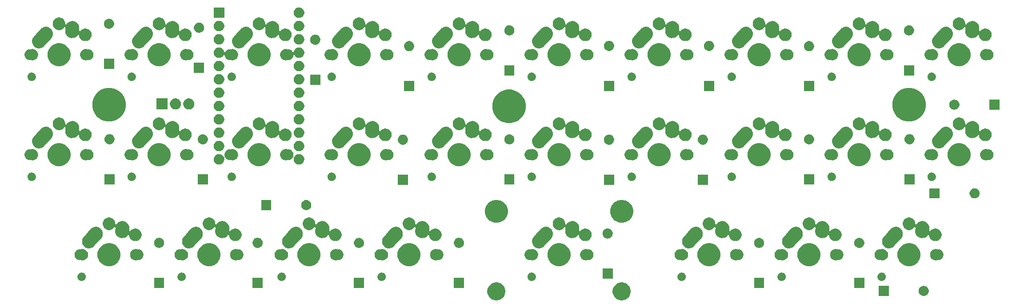
<source format=gts>
G04 #@! TF.GenerationSoftware,KiCad,Pcbnew,(5.1.6)-1*
G04 #@! TF.CreationDate,2022-08-26T10:25:08-04:00*
G04 #@! TF.ProjectId,alpha_pro_micro,616c7068-615f-4707-926f-5f6d6963726f,rev?*
G04 #@! TF.SameCoordinates,Original*
G04 #@! TF.FileFunction,Soldermask,Top*
G04 #@! TF.FilePolarity,Negative*
%FSLAX46Y46*%
G04 Gerber Fmt 4.6, Leading zero omitted, Abs format (unit mm)*
G04 Created by KiCad (PCBNEW (5.1.6)-1) date 2022-08-26 10:25:08*
%MOMM*%
%LPD*%
G01*
G04 APERTURE LIST*
%ADD10C,0.100000*%
G04 APERTURE END LIST*
D10*
G36*
X183779848Y-152942668D02*
G01*
X183890872Y-152964752D01*
X184020830Y-153018582D01*
X184204619Y-153094710D01*
X184486985Y-153283381D01*
X184727119Y-153523515D01*
X184915790Y-153805881D01*
X184963209Y-153920361D01*
X185028473Y-154077922D01*
X185045748Y-154119629D01*
X185112000Y-154452699D01*
X185112000Y-154792301D01*
X185045748Y-155125371D01*
X184915790Y-155439119D01*
X184727119Y-155721485D01*
X184486985Y-155961619D01*
X184204619Y-156150290D01*
X184020830Y-156226417D01*
X183890872Y-156280248D01*
X183779848Y-156302332D01*
X183557801Y-156346500D01*
X183218199Y-156346500D01*
X182996152Y-156302332D01*
X182885128Y-156280248D01*
X182755170Y-156226418D01*
X182571381Y-156150290D01*
X182289015Y-155961619D01*
X182048881Y-155721485D01*
X181860210Y-155439119D01*
X181730252Y-155125371D01*
X181664000Y-154792301D01*
X181664000Y-154452699D01*
X181730252Y-154119629D01*
X181747528Y-154077922D01*
X181812791Y-153920361D01*
X181860210Y-153805881D01*
X182048881Y-153523515D01*
X182289015Y-153283381D01*
X182571381Y-153094710D01*
X182755170Y-153018583D01*
X182885128Y-152964752D01*
X182996152Y-152942668D01*
X183218199Y-152898500D01*
X183557801Y-152898500D01*
X183779848Y-152942668D01*
G37*
G36*
X159903848Y-152942668D02*
G01*
X160014872Y-152964752D01*
X160144830Y-153018582D01*
X160328619Y-153094710D01*
X160610985Y-153283381D01*
X160851119Y-153523515D01*
X161039790Y-153805881D01*
X161087209Y-153920361D01*
X161152473Y-154077922D01*
X161169748Y-154119629D01*
X161236000Y-154452699D01*
X161236000Y-154792301D01*
X161169748Y-155125371D01*
X161039790Y-155439119D01*
X160851119Y-155721485D01*
X160610985Y-155961619D01*
X160328619Y-156150290D01*
X160144830Y-156226417D01*
X160014872Y-156280248D01*
X159903848Y-156302332D01*
X159681801Y-156346500D01*
X159342199Y-156346500D01*
X159120152Y-156302332D01*
X159009128Y-156280248D01*
X158879170Y-156226418D01*
X158695381Y-156150290D01*
X158413015Y-155961619D01*
X158172881Y-155721485D01*
X157984210Y-155439119D01*
X157854252Y-155125371D01*
X157788000Y-154792301D01*
X157788000Y-154452699D01*
X157854252Y-154119629D01*
X157871528Y-154077922D01*
X157936791Y-153920361D01*
X157984210Y-153805881D01*
X158172881Y-153523515D01*
X158413015Y-153283381D01*
X158695381Y-153094710D01*
X158879170Y-153018582D01*
X159009128Y-152964752D01*
X159120152Y-152942668D01*
X159342199Y-152898500D01*
X159681801Y-152898500D01*
X159903848Y-152942668D01*
G37*
G36*
X234261000Y-155495600D02*
G01*
X232337000Y-155495600D01*
X232337000Y-153571600D01*
X234261000Y-153571600D01*
X234261000Y-155495600D01*
G37*
G36*
X241199604Y-153608568D02*
G01*
X241287142Y-153644828D01*
X241374678Y-153681086D01*
X241374679Y-153681087D01*
X241532237Y-153786363D01*
X241666237Y-153920363D01*
X241754007Y-154051721D01*
X241771514Y-154077922D01*
X241788789Y-154119628D01*
X241844032Y-154252996D01*
X241881000Y-154438850D01*
X241881000Y-154628350D01*
X241844032Y-154814204D01*
X241807772Y-154901742D01*
X241771514Y-154989278D01*
X241771513Y-154989279D01*
X241666237Y-155146837D01*
X241532237Y-155280837D01*
X241400879Y-155368607D01*
X241374678Y-155386114D01*
X241287142Y-155422372D01*
X241199604Y-155458632D01*
X241013750Y-155495600D01*
X240824250Y-155495600D01*
X240638396Y-155458632D01*
X240550858Y-155422372D01*
X240463322Y-155386114D01*
X240437121Y-155368607D01*
X240305763Y-155280837D01*
X240171763Y-155146837D01*
X240066487Y-154989279D01*
X240066486Y-154989278D01*
X240030228Y-154901742D01*
X239993968Y-154814204D01*
X239957000Y-154628350D01*
X239957000Y-154438850D01*
X239993968Y-154252996D01*
X240049211Y-154119628D01*
X240066486Y-154077922D01*
X240083993Y-154051721D01*
X240171763Y-153920363D01*
X240305763Y-153786363D01*
X240463321Y-153681087D01*
X240463322Y-153681086D01*
X240550858Y-153644828D01*
X240638396Y-153608568D01*
X240824250Y-153571600D01*
X241013750Y-153571600D01*
X241199604Y-153608568D01*
G37*
G36*
X210525097Y-153978744D02*
G01*
X208601097Y-153978744D01*
X208601097Y-152054744D01*
X210525097Y-152054744D01*
X210525097Y-153978744D01*
G37*
G36*
X229600497Y-153978744D02*
G01*
X227676497Y-153978744D01*
X227676497Y-152054744D01*
X229600497Y-152054744D01*
X229600497Y-153978744D01*
G37*
G36*
X134299697Y-153978744D02*
G01*
X132375697Y-153978744D01*
X132375697Y-152054744D01*
X134299697Y-152054744D01*
X134299697Y-153978744D01*
G37*
G36*
X96225097Y-153953344D02*
G01*
X94301097Y-153953344D01*
X94301097Y-152029344D01*
X96225097Y-152029344D01*
X96225097Y-153953344D01*
G37*
G36*
X153349697Y-153953344D02*
G01*
X151425697Y-153953344D01*
X151425697Y-152029344D01*
X153349697Y-152029344D01*
X153349697Y-153953344D01*
G37*
G36*
X114995697Y-153953344D02*
G01*
X113071697Y-153953344D01*
X113071697Y-152029344D01*
X114995697Y-152029344D01*
X114995697Y-153953344D01*
G37*
G36*
X233138351Y-151068243D02*
G01*
X233283941Y-151128548D01*
X233414970Y-151216099D01*
X233526401Y-151327530D01*
X233613952Y-151458559D01*
X233674257Y-151604149D01*
X233705000Y-151758706D01*
X233705000Y-151916294D01*
X233674257Y-152070851D01*
X233613952Y-152216441D01*
X233526401Y-152347470D01*
X233414970Y-152458901D01*
X233283941Y-152546452D01*
X233138351Y-152606757D01*
X232983794Y-152637500D01*
X232826206Y-152637500D01*
X232671649Y-152606757D01*
X232526059Y-152546452D01*
X232395030Y-152458901D01*
X232283599Y-152347470D01*
X232196048Y-152216441D01*
X232135743Y-152070851D01*
X232105000Y-151916294D01*
X232105000Y-151758706D01*
X232135743Y-151604149D01*
X232196048Y-151458559D01*
X232283599Y-151327530D01*
X232395030Y-151216099D01*
X232526059Y-151128548D01*
X232671649Y-151068243D01*
X232826206Y-151037500D01*
X232983794Y-151037500D01*
X233138351Y-151068243D01*
G37*
G36*
X80738351Y-151068243D02*
G01*
X80883941Y-151128548D01*
X81014970Y-151216099D01*
X81126401Y-151327530D01*
X81213952Y-151458559D01*
X81274257Y-151604149D01*
X81305000Y-151758706D01*
X81305000Y-151916294D01*
X81274257Y-152070851D01*
X81213952Y-152216441D01*
X81126401Y-152347470D01*
X81014970Y-152458901D01*
X80883941Y-152546452D01*
X80738351Y-152606757D01*
X80583794Y-152637500D01*
X80426206Y-152637500D01*
X80271649Y-152606757D01*
X80126059Y-152546452D01*
X79995030Y-152458901D01*
X79883599Y-152347470D01*
X79796048Y-152216441D01*
X79735743Y-152070851D01*
X79705000Y-151916294D01*
X79705000Y-151758706D01*
X79735743Y-151604149D01*
X79796048Y-151458559D01*
X79883599Y-151327530D01*
X79995030Y-151216099D01*
X80126059Y-151128548D01*
X80271649Y-151068243D01*
X80426206Y-151037500D01*
X80583794Y-151037500D01*
X80738351Y-151068243D01*
G37*
G36*
X99788351Y-151068243D02*
G01*
X99933941Y-151128548D01*
X100064970Y-151216099D01*
X100176401Y-151327530D01*
X100263952Y-151458559D01*
X100324257Y-151604149D01*
X100355000Y-151758706D01*
X100355000Y-151916294D01*
X100324257Y-152070851D01*
X100263952Y-152216441D01*
X100176401Y-152347470D01*
X100064970Y-152458901D01*
X99933941Y-152546452D01*
X99788351Y-152606757D01*
X99633794Y-152637500D01*
X99476206Y-152637500D01*
X99321649Y-152606757D01*
X99176059Y-152546452D01*
X99045030Y-152458901D01*
X98933599Y-152347470D01*
X98846048Y-152216441D01*
X98785743Y-152070851D01*
X98755000Y-151916294D01*
X98755000Y-151758706D01*
X98785743Y-151604149D01*
X98846048Y-151458559D01*
X98933599Y-151327530D01*
X99045030Y-151216099D01*
X99176059Y-151128548D01*
X99321649Y-151068243D01*
X99476206Y-151037500D01*
X99633794Y-151037500D01*
X99788351Y-151068243D01*
G37*
G36*
X118838351Y-151068243D02*
G01*
X118983941Y-151128548D01*
X119114970Y-151216099D01*
X119226401Y-151327530D01*
X119313952Y-151458559D01*
X119374257Y-151604149D01*
X119405000Y-151758706D01*
X119405000Y-151916294D01*
X119374257Y-152070851D01*
X119313952Y-152216441D01*
X119226401Y-152347470D01*
X119114970Y-152458901D01*
X118983941Y-152546452D01*
X118838351Y-152606757D01*
X118683794Y-152637500D01*
X118526206Y-152637500D01*
X118371649Y-152606757D01*
X118226059Y-152546452D01*
X118095030Y-152458901D01*
X117983599Y-152347470D01*
X117896048Y-152216441D01*
X117835743Y-152070851D01*
X117805000Y-151916294D01*
X117805000Y-151758706D01*
X117835743Y-151604149D01*
X117896048Y-151458559D01*
X117983599Y-151327530D01*
X118095030Y-151216099D01*
X118226059Y-151128548D01*
X118371649Y-151068243D01*
X118526206Y-151037500D01*
X118683794Y-151037500D01*
X118838351Y-151068243D01*
G37*
G36*
X137888351Y-151068243D02*
G01*
X138033941Y-151128548D01*
X138164970Y-151216099D01*
X138276401Y-151327530D01*
X138363952Y-151458559D01*
X138424257Y-151604149D01*
X138455000Y-151758706D01*
X138455000Y-151916294D01*
X138424257Y-152070851D01*
X138363952Y-152216441D01*
X138276401Y-152347470D01*
X138164970Y-152458901D01*
X138033941Y-152546452D01*
X137888351Y-152606757D01*
X137733794Y-152637500D01*
X137576206Y-152637500D01*
X137421649Y-152606757D01*
X137276059Y-152546452D01*
X137145030Y-152458901D01*
X137033599Y-152347470D01*
X136946048Y-152216441D01*
X136885743Y-152070851D01*
X136855000Y-151916294D01*
X136855000Y-151758706D01*
X136885743Y-151604149D01*
X136946048Y-151458559D01*
X137033599Y-151327530D01*
X137145030Y-151216099D01*
X137276059Y-151128548D01*
X137421649Y-151068243D01*
X137576206Y-151037500D01*
X137733794Y-151037500D01*
X137888351Y-151068243D01*
G37*
G36*
X195038351Y-151068243D02*
G01*
X195183941Y-151128548D01*
X195314970Y-151216099D01*
X195426401Y-151327530D01*
X195513952Y-151458559D01*
X195574257Y-151604149D01*
X195605000Y-151758706D01*
X195605000Y-151916294D01*
X195574257Y-152070851D01*
X195513952Y-152216441D01*
X195426401Y-152347470D01*
X195314970Y-152458901D01*
X195183941Y-152546452D01*
X195038351Y-152606757D01*
X194883794Y-152637500D01*
X194726206Y-152637500D01*
X194571649Y-152606757D01*
X194426059Y-152546452D01*
X194295030Y-152458901D01*
X194183599Y-152347470D01*
X194096048Y-152216441D01*
X194035743Y-152070851D01*
X194005000Y-151916294D01*
X194005000Y-151758706D01*
X194035743Y-151604149D01*
X194096048Y-151458559D01*
X194183599Y-151327530D01*
X194295030Y-151216099D01*
X194426059Y-151128548D01*
X194571649Y-151068243D01*
X194726206Y-151037500D01*
X194883794Y-151037500D01*
X195038351Y-151068243D01*
G37*
G36*
X214088351Y-151068243D02*
G01*
X214233941Y-151128548D01*
X214364970Y-151216099D01*
X214476401Y-151327530D01*
X214563952Y-151458559D01*
X214624257Y-151604149D01*
X214655000Y-151758706D01*
X214655000Y-151916294D01*
X214624257Y-152070851D01*
X214563952Y-152216441D01*
X214476401Y-152347470D01*
X214364970Y-152458901D01*
X214233941Y-152546452D01*
X214088351Y-152606757D01*
X213933794Y-152637500D01*
X213776206Y-152637500D01*
X213621649Y-152606757D01*
X213476059Y-152546452D01*
X213345030Y-152458901D01*
X213233599Y-152347470D01*
X213146048Y-152216441D01*
X213085743Y-152070851D01*
X213055000Y-151916294D01*
X213055000Y-151758706D01*
X213085743Y-151604149D01*
X213146048Y-151458559D01*
X213233599Y-151327530D01*
X213345030Y-151216099D01*
X213476059Y-151128548D01*
X213621649Y-151068243D01*
X213776206Y-151037500D01*
X213933794Y-151037500D01*
X214088351Y-151068243D01*
G37*
G36*
X166463351Y-151068243D02*
G01*
X166608941Y-151128548D01*
X166739970Y-151216099D01*
X166851401Y-151327530D01*
X166938952Y-151458559D01*
X166999257Y-151604149D01*
X167030000Y-151758706D01*
X167030000Y-151916294D01*
X166999257Y-152070851D01*
X166938952Y-152216441D01*
X166851401Y-152347470D01*
X166739970Y-152458901D01*
X166608941Y-152546452D01*
X166463351Y-152606757D01*
X166308794Y-152637500D01*
X166151206Y-152637500D01*
X165996649Y-152606757D01*
X165851059Y-152546452D01*
X165720030Y-152458901D01*
X165608599Y-152347470D01*
X165521048Y-152216441D01*
X165460743Y-152070851D01*
X165430000Y-151916294D01*
X165430000Y-151758706D01*
X165460743Y-151604149D01*
X165521048Y-151458559D01*
X165608599Y-151327530D01*
X165720030Y-151216099D01*
X165851059Y-151128548D01*
X165996649Y-151068243D01*
X166151206Y-151037500D01*
X166308794Y-151037500D01*
X166463351Y-151068243D01*
G37*
G36*
X181670697Y-152175344D02*
G01*
X179746697Y-152175344D01*
X179746697Y-150251344D01*
X181670697Y-150251344D01*
X181670697Y-152175344D01*
G37*
G36*
X86364936Y-145527910D02*
G01*
X86530317Y-145596413D01*
X86764201Y-145693291D01*
X87123530Y-145933387D01*
X87429113Y-146238970D01*
X87669209Y-146598299D01*
X87714235Y-146707002D01*
X87834590Y-146997564D01*
X87918900Y-147421418D01*
X87918900Y-147853582D01*
X87834590Y-148277436D01*
X87822412Y-148306835D01*
X87669209Y-148676701D01*
X87429113Y-149036030D01*
X87123530Y-149341613D01*
X86764201Y-149581709D01*
X86530317Y-149678587D01*
X86364936Y-149747090D01*
X85941082Y-149831400D01*
X85508918Y-149831400D01*
X85085064Y-149747090D01*
X84919683Y-149678587D01*
X84685799Y-149581709D01*
X84326470Y-149341613D01*
X84020887Y-149036030D01*
X83780791Y-148676701D01*
X83627588Y-148306835D01*
X83615410Y-148277436D01*
X83531100Y-147853582D01*
X83531100Y-147421418D01*
X83615410Y-146997564D01*
X83735765Y-146707002D01*
X83780791Y-146598299D01*
X84020887Y-146238970D01*
X84326470Y-145933387D01*
X84685799Y-145693291D01*
X84919683Y-145596413D01*
X85085064Y-145527910D01*
X85508918Y-145443600D01*
X85941082Y-145443600D01*
X86364936Y-145527910D01*
G37*
G36*
X200664936Y-145527910D02*
G01*
X200830317Y-145596413D01*
X201064201Y-145693291D01*
X201423530Y-145933387D01*
X201729113Y-146238970D01*
X201969209Y-146598299D01*
X202014235Y-146707002D01*
X202134590Y-146997564D01*
X202218900Y-147421418D01*
X202218900Y-147853582D01*
X202134590Y-148277436D01*
X202122412Y-148306835D01*
X201969209Y-148676701D01*
X201729113Y-149036030D01*
X201423530Y-149341613D01*
X201064201Y-149581709D01*
X200830317Y-149678587D01*
X200664936Y-149747090D01*
X200241082Y-149831400D01*
X199808918Y-149831400D01*
X199385064Y-149747090D01*
X199219683Y-149678587D01*
X198985799Y-149581709D01*
X198626470Y-149341613D01*
X198320887Y-149036030D01*
X198080791Y-148676701D01*
X197927588Y-148306835D01*
X197915410Y-148277436D01*
X197831100Y-147853582D01*
X197831100Y-147421418D01*
X197915410Y-146997564D01*
X198035765Y-146707002D01*
X198080791Y-146598299D01*
X198320887Y-146238970D01*
X198626470Y-145933387D01*
X198985799Y-145693291D01*
X199219683Y-145596413D01*
X199385064Y-145527910D01*
X199808918Y-145443600D01*
X200241082Y-145443600D01*
X200664936Y-145527910D01*
G37*
G36*
X219714936Y-145527910D02*
G01*
X219880317Y-145596413D01*
X220114201Y-145693291D01*
X220473530Y-145933387D01*
X220779113Y-146238970D01*
X221019209Y-146598299D01*
X221064235Y-146707002D01*
X221184590Y-146997564D01*
X221268900Y-147421418D01*
X221268900Y-147853582D01*
X221184590Y-148277436D01*
X221172412Y-148306835D01*
X221019209Y-148676701D01*
X220779113Y-149036030D01*
X220473530Y-149341613D01*
X220114201Y-149581709D01*
X219880317Y-149678587D01*
X219714936Y-149747090D01*
X219291082Y-149831400D01*
X218858918Y-149831400D01*
X218435064Y-149747090D01*
X218269683Y-149678587D01*
X218035799Y-149581709D01*
X217676470Y-149341613D01*
X217370887Y-149036030D01*
X217130791Y-148676701D01*
X216977588Y-148306835D01*
X216965410Y-148277436D01*
X216881100Y-147853582D01*
X216881100Y-147421418D01*
X216965410Y-146997564D01*
X217085765Y-146707002D01*
X217130791Y-146598299D01*
X217370887Y-146238970D01*
X217676470Y-145933387D01*
X218035799Y-145693291D01*
X218269683Y-145596413D01*
X218435064Y-145527910D01*
X218858918Y-145443600D01*
X219291082Y-145443600D01*
X219714936Y-145527910D01*
G37*
G36*
X124464936Y-145527910D02*
G01*
X124630317Y-145596413D01*
X124864201Y-145693291D01*
X125223530Y-145933387D01*
X125529113Y-146238970D01*
X125769209Y-146598299D01*
X125814235Y-146707002D01*
X125934590Y-146997564D01*
X126018900Y-147421418D01*
X126018900Y-147853582D01*
X125934590Y-148277436D01*
X125922412Y-148306835D01*
X125769209Y-148676701D01*
X125529113Y-149036030D01*
X125223530Y-149341613D01*
X124864201Y-149581709D01*
X124630317Y-149678587D01*
X124464936Y-149747090D01*
X124041082Y-149831400D01*
X123608918Y-149831400D01*
X123185064Y-149747090D01*
X123019683Y-149678587D01*
X122785799Y-149581709D01*
X122426470Y-149341613D01*
X122120887Y-149036030D01*
X121880791Y-148676701D01*
X121727588Y-148306835D01*
X121715410Y-148277436D01*
X121631100Y-147853582D01*
X121631100Y-147421418D01*
X121715410Y-146997564D01*
X121835765Y-146707002D01*
X121880791Y-146598299D01*
X122120887Y-146238970D01*
X122426470Y-145933387D01*
X122785799Y-145693291D01*
X123019683Y-145596413D01*
X123185064Y-145527910D01*
X123608918Y-145443600D01*
X124041082Y-145443600D01*
X124464936Y-145527910D01*
G37*
G36*
X238764936Y-145527910D02*
G01*
X238930317Y-145596413D01*
X239164201Y-145693291D01*
X239523530Y-145933387D01*
X239829113Y-146238970D01*
X240069209Y-146598299D01*
X240114235Y-146707002D01*
X240234590Y-146997564D01*
X240318900Y-147421418D01*
X240318900Y-147853582D01*
X240234590Y-148277436D01*
X240222412Y-148306835D01*
X240069209Y-148676701D01*
X239829113Y-149036030D01*
X239523530Y-149341613D01*
X239164201Y-149581709D01*
X238930317Y-149678587D01*
X238764936Y-149747090D01*
X238341082Y-149831400D01*
X237908918Y-149831400D01*
X237485064Y-149747090D01*
X237319683Y-149678587D01*
X237085799Y-149581709D01*
X236726470Y-149341613D01*
X236420887Y-149036030D01*
X236180791Y-148676701D01*
X236027588Y-148306835D01*
X236015410Y-148277436D01*
X235931100Y-147853582D01*
X235931100Y-147421418D01*
X236015410Y-146997564D01*
X236135765Y-146707002D01*
X236180791Y-146598299D01*
X236420887Y-146238970D01*
X236726470Y-145933387D01*
X237085799Y-145693291D01*
X237319683Y-145596413D01*
X237485064Y-145527910D01*
X237908918Y-145443600D01*
X238341082Y-145443600D01*
X238764936Y-145527910D01*
G37*
G36*
X172089936Y-145527910D02*
G01*
X172255317Y-145596413D01*
X172489201Y-145693291D01*
X172848530Y-145933387D01*
X173154113Y-146238970D01*
X173394209Y-146598299D01*
X173439235Y-146707002D01*
X173559590Y-146997564D01*
X173643900Y-147421418D01*
X173643900Y-147853582D01*
X173559590Y-148277436D01*
X173547412Y-148306835D01*
X173394209Y-148676701D01*
X173154113Y-149036030D01*
X172848530Y-149341613D01*
X172489201Y-149581709D01*
X172255317Y-149678587D01*
X172089936Y-149747090D01*
X171666082Y-149831400D01*
X171233918Y-149831400D01*
X170810064Y-149747090D01*
X170644683Y-149678587D01*
X170410799Y-149581709D01*
X170051470Y-149341613D01*
X169745887Y-149036030D01*
X169505791Y-148676701D01*
X169352588Y-148306835D01*
X169340410Y-148277436D01*
X169256100Y-147853582D01*
X169256100Y-147421418D01*
X169340410Y-146997564D01*
X169460765Y-146707002D01*
X169505791Y-146598299D01*
X169745887Y-146238970D01*
X170051470Y-145933387D01*
X170410799Y-145693291D01*
X170644683Y-145596413D01*
X170810064Y-145527910D01*
X171233918Y-145443600D01*
X171666082Y-145443600D01*
X172089936Y-145527910D01*
G37*
G36*
X105414936Y-145527910D02*
G01*
X105580317Y-145596413D01*
X105814201Y-145693291D01*
X106173530Y-145933387D01*
X106479113Y-146238970D01*
X106719209Y-146598299D01*
X106764235Y-146707002D01*
X106884590Y-146997564D01*
X106968900Y-147421418D01*
X106968900Y-147853582D01*
X106884590Y-148277436D01*
X106872412Y-148306835D01*
X106719209Y-148676701D01*
X106479113Y-149036030D01*
X106173530Y-149341613D01*
X105814201Y-149581709D01*
X105580317Y-149678587D01*
X105414936Y-149747090D01*
X104991082Y-149831400D01*
X104558918Y-149831400D01*
X104135064Y-149747090D01*
X103969683Y-149678587D01*
X103735799Y-149581709D01*
X103376470Y-149341613D01*
X103070887Y-149036030D01*
X102830791Y-148676701D01*
X102677588Y-148306835D01*
X102665410Y-148277436D01*
X102581100Y-147853582D01*
X102581100Y-147421418D01*
X102665410Y-146997564D01*
X102785765Y-146707002D01*
X102830791Y-146598299D01*
X103070887Y-146238970D01*
X103376470Y-145933387D01*
X103735799Y-145693291D01*
X103969683Y-145596413D01*
X104135064Y-145527910D01*
X104558918Y-145443600D01*
X104991082Y-145443600D01*
X105414936Y-145527910D01*
G37*
G36*
X143514936Y-145527910D02*
G01*
X143680317Y-145596413D01*
X143914201Y-145693291D01*
X144273530Y-145933387D01*
X144579113Y-146238970D01*
X144819209Y-146598299D01*
X144864235Y-146707002D01*
X144984590Y-146997564D01*
X145068900Y-147421418D01*
X145068900Y-147853582D01*
X144984590Y-148277436D01*
X144972412Y-148306835D01*
X144819209Y-148676701D01*
X144579113Y-149036030D01*
X144273530Y-149341613D01*
X143914201Y-149581709D01*
X143680317Y-149678587D01*
X143514936Y-149747090D01*
X143091082Y-149831400D01*
X142658918Y-149831400D01*
X142235064Y-149747090D01*
X142069683Y-149678587D01*
X141835799Y-149581709D01*
X141476470Y-149341613D01*
X141170887Y-149036030D01*
X140930791Y-148676701D01*
X140777588Y-148306835D01*
X140765410Y-148277436D01*
X140681100Y-147853582D01*
X140681100Y-147421418D01*
X140765410Y-146997564D01*
X140885765Y-146707002D01*
X140930791Y-146598299D01*
X141170887Y-146238970D01*
X141476470Y-145933387D01*
X141835799Y-145693291D01*
X142069683Y-145596413D01*
X142235064Y-145527910D01*
X142658918Y-145443600D01*
X143091082Y-145443600D01*
X143514936Y-145527910D01*
G37*
G36*
X118954722Y-146583156D02*
G01*
X119058566Y-146603812D01*
X119115866Y-146627547D01*
X119254203Y-146684847D01*
X119430272Y-146802493D01*
X119580007Y-146952228D01*
X119697653Y-147128297D01*
X119778688Y-147323935D01*
X119820000Y-147531621D01*
X119820000Y-147743379D01*
X119778688Y-147951065D01*
X119697653Y-148146703D01*
X119580007Y-148322772D01*
X119430272Y-148472507D01*
X119254203Y-148590153D01*
X119116601Y-148647149D01*
X119058566Y-148671188D01*
X118954722Y-148691844D01*
X118850879Y-148712500D01*
X118639120Y-148712500D01*
X118495314Y-148683895D01*
X118470928Y-148681493D01*
X118446543Y-148683895D01*
X118428418Y-148687500D01*
X118221583Y-148687500D01*
X118191384Y-148681493D01*
X118018726Y-148647150D01*
X117827638Y-148567998D01*
X117655664Y-148453089D01*
X117509411Y-148306836D01*
X117394502Y-148134862D01*
X117315350Y-147943774D01*
X117275000Y-147740916D01*
X117275000Y-147534084D01*
X117315350Y-147331226D01*
X117394502Y-147140138D01*
X117509411Y-146968164D01*
X117655664Y-146821911D01*
X117827638Y-146707002D01*
X118018726Y-146627850D01*
X118203460Y-146591105D01*
X118221583Y-146587500D01*
X118428418Y-146587500D01*
X118446543Y-146591105D01*
X118470929Y-146593507D01*
X118495314Y-146591105D01*
X118639120Y-146562500D01*
X118850879Y-146562500D01*
X118954722Y-146583156D01*
G37*
G36*
X110104686Y-146591105D02*
G01*
X110129072Y-146593507D01*
X110153457Y-146591105D01*
X110171582Y-146587500D01*
X110378417Y-146587500D01*
X110396540Y-146591105D01*
X110581274Y-146627850D01*
X110772362Y-146707002D01*
X110944336Y-146821911D01*
X111090589Y-146968164D01*
X111205498Y-147140138D01*
X111284650Y-147331226D01*
X111325000Y-147534084D01*
X111325000Y-147740916D01*
X111284650Y-147943774D01*
X111205498Y-148134862D01*
X111090589Y-148306836D01*
X110944336Y-148453089D01*
X110772362Y-148567998D01*
X110581274Y-148647150D01*
X110408616Y-148681493D01*
X110378417Y-148687500D01*
X110171582Y-148687500D01*
X110153457Y-148683895D01*
X110129071Y-148681493D01*
X110104686Y-148683895D01*
X109960880Y-148712500D01*
X109749121Y-148712500D01*
X109645278Y-148691844D01*
X109541434Y-148671188D01*
X109483399Y-148647149D01*
X109345797Y-148590153D01*
X109169728Y-148472507D01*
X109019993Y-148322772D01*
X108902347Y-148146703D01*
X108821312Y-147951065D01*
X108780000Y-147743379D01*
X108780000Y-147531621D01*
X108821312Y-147323935D01*
X108902347Y-147128297D01*
X109019993Y-146952228D01*
X109169728Y-146802493D01*
X109345797Y-146684847D01*
X109484134Y-146627547D01*
X109541434Y-146603812D01*
X109645278Y-146583156D01*
X109749121Y-146562500D01*
X109960880Y-146562500D01*
X110104686Y-146591105D01*
G37*
G36*
X129154686Y-146591105D02*
G01*
X129179072Y-146593507D01*
X129203457Y-146591105D01*
X129221582Y-146587500D01*
X129428417Y-146587500D01*
X129446540Y-146591105D01*
X129631274Y-146627850D01*
X129822362Y-146707002D01*
X129994336Y-146821911D01*
X130140589Y-146968164D01*
X130255498Y-147140138D01*
X130334650Y-147331226D01*
X130375000Y-147534084D01*
X130375000Y-147740916D01*
X130334650Y-147943774D01*
X130255498Y-148134862D01*
X130140589Y-148306836D01*
X129994336Y-148453089D01*
X129822362Y-148567998D01*
X129631274Y-148647150D01*
X129458616Y-148681493D01*
X129428417Y-148687500D01*
X129221582Y-148687500D01*
X129203457Y-148683895D01*
X129179071Y-148681493D01*
X129154686Y-148683895D01*
X129010880Y-148712500D01*
X128799121Y-148712500D01*
X128695278Y-148691844D01*
X128591434Y-148671188D01*
X128533399Y-148647149D01*
X128395797Y-148590153D01*
X128219728Y-148472507D01*
X128069993Y-148322772D01*
X127952347Y-148146703D01*
X127871312Y-147951065D01*
X127830000Y-147743379D01*
X127830000Y-147531621D01*
X127871312Y-147323935D01*
X127952347Y-147128297D01*
X128069993Y-146952228D01*
X128219728Y-146802493D01*
X128395797Y-146684847D01*
X128534134Y-146627547D01*
X128591434Y-146603812D01*
X128695278Y-146583156D01*
X128799121Y-146562500D01*
X129010880Y-146562500D01*
X129154686Y-146591105D01*
G37*
G36*
X138004722Y-146583156D02*
G01*
X138108566Y-146603812D01*
X138165866Y-146627547D01*
X138304203Y-146684847D01*
X138480272Y-146802493D01*
X138630007Y-146952228D01*
X138747653Y-147128297D01*
X138828688Y-147323935D01*
X138870000Y-147531621D01*
X138870000Y-147743379D01*
X138828688Y-147951065D01*
X138747653Y-148146703D01*
X138630007Y-148322772D01*
X138480272Y-148472507D01*
X138304203Y-148590153D01*
X138166601Y-148647149D01*
X138108566Y-148671188D01*
X138004722Y-148691844D01*
X137900879Y-148712500D01*
X137689120Y-148712500D01*
X137545314Y-148683895D01*
X137520928Y-148681493D01*
X137496543Y-148683895D01*
X137478418Y-148687500D01*
X137271583Y-148687500D01*
X137241384Y-148681493D01*
X137068726Y-148647150D01*
X136877638Y-148567998D01*
X136705664Y-148453089D01*
X136559411Y-148306836D01*
X136444502Y-148134862D01*
X136365350Y-147943774D01*
X136325000Y-147740916D01*
X136325000Y-147534084D01*
X136365350Y-147331226D01*
X136444502Y-147140138D01*
X136559411Y-146968164D01*
X136705664Y-146821911D01*
X136877638Y-146707002D01*
X137068726Y-146627850D01*
X137253460Y-146591105D01*
X137271583Y-146587500D01*
X137478418Y-146587500D01*
X137496543Y-146591105D01*
X137520929Y-146593507D01*
X137545314Y-146591105D01*
X137689120Y-146562500D01*
X137900879Y-146562500D01*
X138004722Y-146583156D01*
G37*
G36*
X195154722Y-146583156D02*
G01*
X195258566Y-146603812D01*
X195315866Y-146627547D01*
X195454203Y-146684847D01*
X195630272Y-146802493D01*
X195780007Y-146952228D01*
X195897653Y-147128297D01*
X195978688Y-147323935D01*
X196020000Y-147531621D01*
X196020000Y-147743379D01*
X195978688Y-147951065D01*
X195897653Y-148146703D01*
X195780007Y-148322772D01*
X195630272Y-148472507D01*
X195454203Y-148590153D01*
X195316601Y-148647149D01*
X195258566Y-148671188D01*
X195154722Y-148691844D01*
X195050879Y-148712500D01*
X194839120Y-148712500D01*
X194695314Y-148683895D01*
X194670928Y-148681493D01*
X194646543Y-148683895D01*
X194628418Y-148687500D01*
X194421583Y-148687500D01*
X194391384Y-148681493D01*
X194218726Y-148647150D01*
X194027638Y-148567998D01*
X193855664Y-148453089D01*
X193709411Y-148306836D01*
X193594502Y-148134862D01*
X193515350Y-147943774D01*
X193475000Y-147740916D01*
X193475000Y-147534084D01*
X193515350Y-147331226D01*
X193594502Y-147140138D01*
X193709411Y-146968164D01*
X193855664Y-146821911D01*
X194027638Y-146707002D01*
X194218726Y-146627850D01*
X194403460Y-146591105D01*
X194421583Y-146587500D01*
X194628418Y-146587500D01*
X194646543Y-146591105D01*
X194670929Y-146593507D01*
X194695314Y-146591105D01*
X194839120Y-146562500D01*
X195050879Y-146562500D01*
X195154722Y-146583156D01*
G37*
G36*
X99904722Y-146583156D02*
G01*
X100008566Y-146603812D01*
X100065866Y-146627547D01*
X100204203Y-146684847D01*
X100380272Y-146802493D01*
X100530007Y-146952228D01*
X100647653Y-147128297D01*
X100728688Y-147323935D01*
X100770000Y-147531621D01*
X100770000Y-147743379D01*
X100728688Y-147951065D01*
X100647653Y-148146703D01*
X100530007Y-148322772D01*
X100380272Y-148472507D01*
X100204203Y-148590153D01*
X100066601Y-148647149D01*
X100008566Y-148671188D01*
X99904722Y-148691844D01*
X99800879Y-148712500D01*
X99589120Y-148712500D01*
X99445314Y-148683895D01*
X99420928Y-148681493D01*
X99396543Y-148683895D01*
X99378418Y-148687500D01*
X99171583Y-148687500D01*
X99141384Y-148681493D01*
X98968726Y-148647150D01*
X98777638Y-148567998D01*
X98605664Y-148453089D01*
X98459411Y-148306836D01*
X98344502Y-148134862D01*
X98265350Y-147943774D01*
X98225000Y-147740916D01*
X98225000Y-147534084D01*
X98265350Y-147331226D01*
X98344502Y-147140138D01*
X98459411Y-146968164D01*
X98605664Y-146821911D01*
X98777638Y-146707002D01*
X98968726Y-146627850D01*
X99153460Y-146591105D01*
X99171583Y-146587500D01*
X99378418Y-146587500D01*
X99396543Y-146591105D01*
X99420929Y-146593507D01*
X99445314Y-146591105D01*
X99589120Y-146562500D01*
X99800879Y-146562500D01*
X99904722Y-146583156D01*
G37*
G36*
X205354686Y-146591105D02*
G01*
X205379072Y-146593507D01*
X205403457Y-146591105D01*
X205421582Y-146587500D01*
X205628417Y-146587500D01*
X205646540Y-146591105D01*
X205831274Y-146627850D01*
X206022362Y-146707002D01*
X206194336Y-146821911D01*
X206340589Y-146968164D01*
X206455498Y-147140138D01*
X206534650Y-147331226D01*
X206575000Y-147534084D01*
X206575000Y-147740916D01*
X206534650Y-147943774D01*
X206455498Y-148134862D01*
X206340589Y-148306836D01*
X206194336Y-148453089D01*
X206022362Y-148567998D01*
X205831274Y-148647150D01*
X205658616Y-148681493D01*
X205628417Y-148687500D01*
X205421582Y-148687500D01*
X205403457Y-148683895D01*
X205379071Y-148681493D01*
X205354686Y-148683895D01*
X205210880Y-148712500D01*
X204999121Y-148712500D01*
X204895278Y-148691844D01*
X204791434Y-148671188D01*
X204733399Y-148647149D01*
X204595797Y-148590153D01*
X204419728Y-148472507D01*
X204269993Y-148322772D01*
X204152347Y-148146703D01*
X204071312Y-147951065D01*
X204030000Y-147743379D01*
X204030000Y-147531621D01*
X204071312Y-147323935D01*
X204152347Y-147128297D01*
X204269993Y-146952228D01*
X204419728Y-146802493D01*
X204595797Y-146684847D01*
X204734134Y-146627547D01*
X204791434Y-146603812D01*
X204895278Y-146583156D01*
X204999121Y-146562500D01*
X205210880Y-146562500D01*
X205354686Y-146591105D01*
G37*
G36*
X91054686Y-146591105D02*
G01*
X91079072Y-146593507D01*
X91103457Y-146591105D01*
X91121582Y-146587500D01*
X91328417Y-146587500D01*
X91346540Y-146591105D01*
X91531274Y-146627850D01*
X91722362Y-146707002D01*
X91894336Y-146821911D01*
X92040589Y-146968164D01*
X92155498Y-147140138D01*
X92234650Y-147331226D01*
X92275000Y-147534084D01*
X92275000Y-147740916D01*
X92234650Y-147943774D01*
X92155498Y-148134862D01*
X92040589Y-148306836D01*
X91894336Y-148453089D01*
X91722362Y-148567998D01*
X91531274Y-148647150D01*
X91358616Y-148681493D01*
X91328417Y-148687500D01*
X91121582Y-148687500D01*
X91103457Y-148683895D01*
X91079071Y-148681493D01*
X91054686Y-148683895D01*
X90910880Y-148712500D01*
X90699121Y-148712500D01*
X90595278Y-148691844D01*
X90491434Y-148671188D01*
X90433399Y-148647149D01*
X90295797Y-148590153D01*
X90119728Y-148472507D01*
X89969993Y-148322772D01*
X89852347Y-148146703D01*
X89771312Y-147951065D01*
X89730000Y-147743379D01*
X89730000Y-147531621D01*
X89771312Y-147323935D01*
X89852347Y-147128297D01*
X89969993Y-146952228D01*
X90119728Y-146802493D01*
X90295797Y-146684847D01*
X90434134Y-146627547D01*
X90491434Y-146603812D01*
X90595278Y-146583156D01*
X90699121Y-146562500D01*
X90910880Y-146562500D01*
X91054686Y-146591105D01*
G37*
G36*
X176779686Y-146591105D02*
G01*
X176804072Y-146593507D01*
X176828457Y-146591105D01*
X176846582Y-146587500D01*
X177053417Y-146587500D01*
X177071540Y-146591105D01*
X177256274Y-146627850D01*
X177447362Y-146707002D01*
X177619336Y-146821911D01*
X177765589Y-146968164D01*
X177880498Y-147140138D01*
X177959650Y-147331226D01*
X178000000Y-147534084D01*
X178000000Y-147740916D01*
X177959650Y-147943774D01*
X177880498Y-148134862D01*
X177765589Y-148306836D01*
X177619336Y-148453089D01*
X177447362Y-148567998D01*
X177256274Y-148647150D01*
X177083616Y-148681493D01*
X177053417Y-148687500D01*
X176846582Y-148687500D01*
X176828457Y-148683895D01*
X176804071Y-148681493D01*
X176779686Y-148683895D01*
X176635880Y-148712500D01*
X176424121Y-148712500D01*
X176320278Y-148691844D01*
X176216434Y-148671188D01*
X176158399Y-148647149D01*
X176020797Y-148590153D01*
X175844728Y-148472507D01*
X175694993Y-148322772D01*
X175577347Y-148146703D01*
X175496312Y-147951065D01*
X175455000Y-147743379D01*
X175455000Y-147531621D01*
X175496312Y-147323935D01*
X175577347Y-147128297D01*
X175694993Y-146952228D01*
X175844728Y-146802493D01*
X176020797Y-146684847D01*
X176159134Y-146627547D01*
X176216434Y-146603812D01*
X176320278Y-146583156D01*
X176424121Y-146562500D01*
X176635880Y-146562500D01*
X176779686Y-146591105D01*
G37*
G36*
X166579722Y-146583156D02*
G01*
X166683566Y-146603812D01*
X166740866Y-146627547D01*
X166879203Y-146684847D01*
X167055272Y-146802493D01*
X167205007Y-146952228D01*
X167322653Y-147128297D01*
X167403688Y-147323935D01*
X167445000Y-147531621D01*
X167445000Y-147743379D01*
X167403688Y-147951065D01*
X167322653Y-148146703D01*
X167205007Y-148322772D01*
X167055272Y-148472507D01*
X166879203Y-148590153D01*
X166741601Y-148647149D01*
X166683566Y-148671188D01*
X166579722Y-148691844D01*
X166475879Y-148712500D01*
X166264120Y-148712500D01*
X166120314Y-148683895D01*
X166095928Y-148681493D01*
X166071543Y-148683895D01*
X166053418Y-148687500D01*
X165846583Y-148687500D01*
X165816384Y-148681493D01*
X165643726Y-148647150D01*
X165452638Y-148567998D01*
X165280664Y-148453089D01*
X165134411Y-148306836D01*
X165019502Y-148134862D01*
X164940350Y-147943774D01*
X164900000Y-147740916D01*
X164900000Y-147534084D01*
X164940350Y-147331226D01*
X165019502Y-147140138D01*
X165134411Y-146968164D01*
X165280664Y-146821911D01*
X165452638Y-146707002D01*
X165643726Y-146627850D01*
X165828460Y-146591105D01*
X165846583Y-146587500D01*
X166053418Y-146587500D01*
X166071543Y-146591105D01*
X166095929Y-146593507D01*
X166120314Y-146591105D01*
X166264120Y-146562500D01*
X166475879Y-146562500D01*
X166579722Y-146583156D01*
G37*
G36*
X148204686Y-146591105D02*
G01*
X148229072Y-146593507D01*
X148253457Y-146591105D01*
X148271582Y-146587500D01*
X148478417Y-146587500D01*
X148496540Y-146591105D01*
X148681274Y-146627850D01*
X148872362Y-146707002D01*
X149044336Y-146821911D01*
X149190589Y-146968164D01*
X149305498Y-147140138D01*
X149384650Y-147331226D01*
X149425000Y-147534084D01*
X149425000Y-147740916D01*
X149384650Y-147943774D01*
X149305498Y-148134862D01*
X149190589Y-148306836D01*
X149044336Y-148453089D01*
X148872362Y-148567998D01*
X148681274Y-148647150D01*
X148508616Y-148681493D01*
X148478417Y-148687500D01*
X148271582Y-148687500D01*
X148253457Y-148683895D01*
X148229071Y-148681493D01*
X148204686Y-148683895D01*
X148060880Y-148712500D01*
X147849121Y-148712500D01*
X147745278Y-148691844D01*
X147641434Y-148671188D01*
X147583399Y-148647149D01*
X147445797Y-148590153D01*
X147269728Y-148472507D01*
X147119993Y-148322772D01*
X147002347Y-148146703D01*
X146921312Y-147951065D01*
X146880000Y-147743379D01*
X146880000Y-147531621D01*
X146921312Y-147323935D01*
X147002347Y-147128297D01*
X147119993Y-146952228D01*
X147269728Y-146802493D01*
X147445797Y-146684847D01*
X147584134Y-146627547D01*
X147641434Y-146603812D01*
X147745278Y-146583156D01*
X147849121Y-146562500D01*
X148060880Y-146562500D01*
X148204686Y-146591105D01*
G37*
G36*
X233254722Y-146583156D02*
G01*
X233358566Y-146603812D01*
X233415866Y-146627547D01*
X233554203Y-146684847D01*
X233730272Y-146802493D01*
X233880007Y-146952228D01*
X233997653Y-147128297D01*
X234078688Y-147323935D01*
X234120000Y-147531621D01*
X234120000Y-147743379D01*
X234078688Y-147951065D01*
X233997653Y-148146703D01*
X233880007Y-148322772D01*
X233730272Y-148472507D01*
X233554203Y-148590153D01*
X233416601Y-148647149D01*
X233358566Y-148671188D01*
X233254722Y-148691844D01*
X233150879Y-148712500D01*
X232939120Y-148712500D01*
X232795314Y-148683895D01*
X232770928Y-148681493D01*
X232746543Y-148683895D01*
X232728418Y-148687500D01*
X232521583Y-148687500D01*
X232491384Y-148681493D01*
X232318726Y-148647150D01*
X232127638Y-148567998D01*
X231955664Y-148453089D01*
X231809411Y-148306836D01*
X231694502Y-148134862D01*
X231615350Y-147943774D01*
X231575000Y-147740916D01*
X231575000Y-147534084D01*
X231615350Y-147331226D01*
X231694502Y-147140138D01*
X231809411Y-146968164D01*
X231955664Y-146821911D01*
X232127638Y-146707002D01*
X232318726Y-146627850D01*
X232503460Y-146591105D01*
X232521583Y-146587500D01*
X232728418Y-146587500D01*
X232746543Y-146591105D01*
X232770929Y-146593507D01*
X232795314Y-146591105D01*
X232939120Y-146562500D01*
X233150879Y-146562500D01*
X233254722Y-146583156D01*
G37*
G36*
X243454686Y-146591105D02*
G01*
X243479072Y-146593507D01*
X243503457Y-146591105D01*
X243521582Y-146587500D01*
X243728417Y-146587500D01*
X243746540Y-146591105D01*
X243931274Y-146627850D01*
X244122362Y-146707002D01*
X244294336Y-146821911D01*
X244440589Y-146968164D01*
X244555498Y-147140138D01*
X244634650Y-147331226D01*
X244675000Y-147534084D01*
X244675000Y-147740916D01*
X244634650Y-147943774D01*
X244555498Y-148134862D01*
X244440589Y-148306836D01*
X244294336Y-148453089D01*
X244122362Y-148567998D01*
X243931274Y-148647150D01*
X243758616Y-148681493D01*
X243728417Y-148687500D01*
X243521582Y-148687500D01*
X243503457Y-148683895D01*
X243479071Y-148681493D01*
X243454686Y-148683895D01*
X243310880Y-148712500D01*
X243099121Y-148712500D01*
X242995278Y-148691844D01*
X242891434Y-148671188D01*
X242833399Y-148647149D01*
X242695797Y-148590153D01*
X242519728Y-148472507D01*
X242369993Y-148322772D01*
X242252347Y-148146703D01*
X242171312Y-147951065D01*
X242130000Y-147743379D01*
X242130000Y-147531621D01*
X242171312Y-147323935D01*
X242252347Y-147128297D01*
X242369993Y-146952228D01*
X242519728Y-146802493D01*
X242695797Y-146684847D01*
X242834134Y-146627547D01*
X242891434Y-146603812D01*
X242995278Y-146583156D01*
X243099121Y-146562500D01*
X243310880Y-146562500D01*
X243454686Y-146591105D01*
G37*
G36*
X224404686Y-146591105D02*
G01*
X224429072Y-146593507D01*
X224453457Y-146591105D01*
X224471582Y-146587500D01*
X224678417Y-146587500D01*
X224696540Y-146591105D01*
X224881274Y-146627850D01*
X225072362Y-146707002D01*
X225244336Y-146821911D01*
X225390589Y-146968164D01*
X225505498Y-147140138D01*
X225584650Y-147331226D01*
X225625000Y-147534084D01*
X225625000Y-147740916D01*
X225584650Y-147943774D01*
X225505498Y-148134862D01*
X225390589Y-148306836D01*
X225244336Y-148453089D01*
X225072362Y-148567998D01*
X224881274Y-148647150D01*
X224708616Y-148681493D01*
X224678417Y-148687500D01*
X224471582Y-148687500D01*
X224453457Y-148683895D01*
X224429071Y-148681493D01*
X224404686Y-148683895D01*
X224260880Y-148712500D01*
X224049121Y-148712500D01*
X223945278Y-148691844D01*
X223841434Y-148671188D01*
X223783399Y-148647149D01*
X223645797Y-148590153D01*
X223469728Y-148472507D01*
X223319993Y-148322772D01*
X223202347Y-148146703D01*
X223121312Y-147951065D01*
X223080000Y-147743379D01*
X223080000Y-147531621D01*
X223121312Y-147323935D01*
X223202347Y-147128297D01*
X223319993Y-146952228D01*
X223469728Y-146802493D01*
X223645797Y-146684847D01*
X223784134Y-146627547D01*
X223841434Y-146603812D01*
X223945278Y-146583156D01*
X224049121Y-146562500D01*
X224260880Y-146562500D01*
X224404686Y-146591105D01*
G37*
G36*
X214204722Y-146583156D02*
G01*
X214308566Y-146603812D01*
X214365866Y-146627547D01*
X214504203Y-146684847D01*
X214680272Y-146802493D01*
X214830007Y-146952228D01*
X214947653Y-147128297D01*
X215028688Y-147323935D01*
X215070000Y-147531621D01*
X215070000Y-147743379D01*
X215028688Y-147951065D01*
X214947653Y-148146703D01*
X214830007Y-148322772D01*
X214680272Y-148472507D01*
X214504203Y-148590153D01*
X214366601Y-148647149D01*
X214308566Y-148671188D01*
X214204722Y-148691844D01*
X214100879Y-148712500D01*
X213889120Y-148712500D01*
X213745314Y-148683895D01*
X213720928Y-148681493D01*
X213696543Y-148683895D01*
X213678418Y-148687500D01*
X213471583Y-148687500D01*
X213441384Y-148681493D01*
X213268726Y-148647150D01*
X213077638Y-148567998D01*
X212905664Y-148453089D01*
X212759411Y-148306836D01*
X212644502Y-148134862D01*
X212565350Y-147943774D01*
X212525000Y-147740916D01*
X212525000Y-147534084D01*
X212565350Y-147331226D01*
X212644502Y-147140138D01*
X212759411Y-146968164D01*
X212905664Y-146821911D01*
X213077638Y-146707002D01*
X213268726Y-146627850D01*
X213453460Y-146591105D01*
X213471583Y-146587500D01*
X213678418Y-146587500D01*
X213696543Y-146591105D01*
X213720929Y-146593507D01*
X213745314Y-146591105D01*
X213889120Y-146562500D01*
X214100879Y-146562500D01*
X214204722Y-146583156D01*
G37*
G36*
X80854722Y-146583156D02*
G01*
X80958566Y-146603812D01*
X81015866Y-146627547D01*
X81154203Y-146684847D01*
X81330272Y-146802493D01*
X81480007Y-146952228D01*
X81597653Y-147128297D01*
X81678688Y-147323935D01*
X81720000Y-147531621D01*
X81720000Y-147743379D01*
X81678688Y-147951065D01*
X81597653Y-148146703D01*
X81480007Y-148322772D01*
X81330272Y-148472507D01*
X81154203Y-148590153D01*
X81016601Y-148647149D01*
X80958566Y-148671188D01*
X80854722Y-148691844D01*
X80750879Y-148712500D01*
X80539120Y-148712500D01*
X80395314Y-148683895D01*
X80370928Y-148681493D01*
X80346543Y-148683895D01*
X80328418Y-148687500D01*
X80121583Y-148687500D01*
X80091384Y-148681493D01*
X79918726Y-148647150D01*
X79727638Y-148567998D01*
X79555664Y-148453089D01*
X79409411Y-148306836D01*
X79294502Y-148134862D01*
X79215350Y-147943774D01*
X79175000Y-147740916D01*
X79175000Y-147534084D01*
X79215350Y-147331226D01*
X79294502Y-147140138D01*
X79409411Y-146968164D01*
X79555664Y-146821911D01*
X79727638Y-146707002D01*
X79918726Y-146627850D01*
X80103460Y-146591105D01*
X80121583Y-146587500D01*
X80328418Y-146587500D01*
X80346543Y-146591105D01*
X80370929Y-146593507D01*
X80395314Y-146591105D01*
X80539120Y-146562500D01*
X80750879Y-146562500D01*
X80854722Y-146583156D01*
G37*
G36*
X216601666Y-142312381D02*
G01*
X216607096Y-142312500D01*
X216705503Y-142312500D01*
X216724960Y-142316370D01*
X216743830Y-142318650D01*
X216763738Y-142319528D01*
X216859592Y-142343028D01*
X216864938Y-142344214D01*
X216961488Y-142363419D01*
X216979840Y-142371021D01*
X216997904Y-142376937D01*
X217017228Y-142381675D01*
X217017232Y-142381676D01*
X217106589Y-142423391D01*
X217111605Y-142425599D01*
X217163571Y-142447124D01*
X217202623Y-142463300D01*
X217207783Y-142466748D01*
X217219151Y-142474344D01*
X217235710Y-142483669D01*
X217253733Y-142492083D01*
X217333186Y-142550394D01*
X217337673Y-142553537D01*
X217419637Y-142608304D01*
X217433705Y-142622372D01*
X217448136Y-142634756D01*
X217464149Y-142646508D01*
X217530657Y-142719153D01*
X217534451Y-142723118D01*
X217604196Y-142792863D01*
X217615254Y-142809413D01*
X217626990Y-142824374D01*
X217631625Y-142829437D01*
X217640396Y-142839017D01*
X217691415Y-142923176D01*
X217694373Y-142927821D01*
X217749199Y-143009874D01*
X217756824Y-143028284D01*
X217765411Y-143045239D01*
X217775699Y-143062209D01*
X217803126Y-143137666D01*
X217809306Y-143154669D01*
X217811299Y-143159797D01*
X217849081Y-143251012D01*
X217852677Y-143269089D01*
X217852969Y-143270560D01*
X217858084Y-143288865D01*
X217864860Y-143307509D01*
X217879784Y-143404751D01*
X217880732Y-143410131D01*
X217900000Y-143506998D01*
X217900000Y-143526952D01*
X217901444Y-143545883D01*
X217904453Y-143565491D01*
X217900119Y-143663760D01*
X217900000Y-143669191D01*
X217900000Y-143768003D01*
X217896107Y-143787575D01*
X217893827Y-143806445D01*
X217892954Y-143826240D01*
X217869549Y-143921706D01*
X217868361Y-143927062D01*
X217849081Y-144023987D01*
X217841439Y-144042437D01*
X217835522Y-144060499D01*
X217830806Y-144079735D01*
X217789241Y-144168771D01*
X217787034Y-144173784D01*
X217749201Y-144265122D01*
X217738102Y-144281732D01*
X217728774Y-144298295D01*
X217720399Y-144316235D01*
X217662272Y-144395437D01*
X217659125Y-144399930D01*
X217604196Y-144482137D01*
X217539483Y-144546850D01*
X217534833Y-144551760D01*
X216328737Y-145895976D01*
X216207743Y-146030826D01*
X216063476Y-146162905D01*
X215840283Y-146298209D01*
X215594983Y-146387370D01*
X215337001Y-146426963D01*
X215076253Y-146415464D01*
X214822758Y-146353316D01*
X214586257Y-146242909D01*
X214375841Y-146088484D01*
X214199595Y-145895976D01*
X214199594Y-145895974D01*
X214199592Y-145895972D01*
X214119281Y-145763492D01*
X214064291Y-145672783D01*
X213975130Y-145427483D01*
X213935537Y-145169501D01*
X213947036Y-144908753D01*
X214009184Y-144655258D01*
X214119591Y-144418757D01*
X214235318Y-144261070D01*
X214721412Y-143719309D01*
X215519847Y-142829437D01*
X215530742Y-142815405D01*
X215545804Y-142792863D01*
X215610177Y-142728490D01*
X215614827Y-142723580D01*
X215632237Y-142704176D01*
X215632243Y-142704171D01*
X215632247Y-142704166D01*
X215656906Y-142681590D01*
X215660861Y-142677806D01*
X215730362Y-142608305D01*
X215746838Y-142597296D01*
X215761796Y-142585561D01*
X215776511Y-142572089D01*
X215776510Y-142572089D01*
X215776513Y-142572087D01*
X215861025Y-142520854D01*
X215865633Y-142517920D01*
X215947377Y-142463300D01*
X215965686Y-142455716D01*
X215982648Y-142447124D01*
X215999706Y-142436783D01*
X216092551Y-142403036D01*
X216097672Y-142401046D01*
X216188512Y-142363419D01*
X216207948Y-142359553D01*
X216226261Y-142354435D01*
X216245002Y-142347623D01*
X216245004Y-142347623D01*
X216245006Y-142347622D01*
X216342675Y-142332633D01*
X216348030Y-142331689D01*
X216382370Y-142324858D01*
X216444498Y-142312500D01*
X216464332Y-142312500D01*
X216483262Y-142311056D01*
X216502988Y-142308029D01*
X216601666Y-142312381D01*
G37*
G36*
X102301666Y-142312381D02*
G01*
X102307096Y-142312500D01*
X102405503Y-142312500D01*
X102424960Y-142316370D01*
X102443830Y-142318650D01*
X102463738Y-142319528D01*
X102559592Y-142343028D01*
X102564938Y-142344214D01*
X102661488Y-142363419D01*
X102679840Y-142371021D01*
X102697904Y-142376937D01*
X102717228Y-142381675D01*
X102717232Y-142381676D01*
X102806589Y-142423391D01*
X102811605Y-142425599D01*
X102863571Y-142447124D01*
X102902623Y-142463300D01*
X102907783Y-142466748D01*
X102919151Y-142474344D01*
X102935710Y-142483669D01*
X102953733Y-142492083D01*
X103033186Y-142550394D01*
X103037673Y-142553537D01*
X103119637Y-142608304D01*
X103133705Y-142622372D01*
X103148136Y-142634756D01*
X103164149Y-142646508D01*
X103230657Y-142719153D01*
X103234451Y-142723118D01*
X103304196Y-142792863D01*
X103315254Y-142809413D01*
X103326990Y-142824374D01*
X103331625Y-142829437D01*
X103340396Y-142839017D01*
X103391415Y-142923176D01*
X103394373Y-142927821D01*
X103449199Y-143009874D01*
X103456824Y-143028284D01*
X103465411Y-143045239D01*
X103475699Y-143062209D01*
X103503126Y-143137666D01*
X103509306Y-143154669D01*
X103511299Y-143159797D01*
X103549081Y-143251012D01*
X103552677Y-143269089D01*
X103552969Y-143270560D01*
X103558084Y-143288865D01*
X103564860Y-143307509D01*
X103579784Y-143404751D01*
X103580732Y-143410131D01*
X103600000Y-143506998D01*
X103600000Y-143526952D01*
X103601444Y-143545883D01*
X103604453Y-143565491D01*
X103600119Y-143663760D01*
X103600000Y-143669191D01*
X103600000Y-143768003D01*
X103596107Y-143787575D01*
X103593827Y-143806445D01*
X103592954Y-143826240D01*
X103569549Y-143921706D01*
X103568361Y-143927062D01*
X103549081Y-144023987D01*
X103541439Y-144042437D01*
X103535522Y-144060499D01*
X103530806Y-144079735D01*
X103489241Y-144168771D01*
X103487034Y-144173784D01*
X103449201Y-144265122D01*
X103438102Y-144281732D01*
X103428774Y-144298295D01*
X103420399Y-144316235D01*
X103362272Y-144395437D01*
X103359125Y-144399930D01*
X103304196Y-144482137D01*
X103239483Y-144546850D01*
X103234833Y-144551760D01*
X102028737Y-145895976D01*
X101907743Y-146030826D01*
X101763476Y-146162905D01*
X101540283Y-146298209D01*
X101294983Y-146387370D01*
X101037001Y-146426963D01*
X100776253Y-146415464D01*
X100522758Y-146353316D01*
X100286257Y-146242909D01*
X100075841Y-146088484D01*
X99899595Y-145895976D01*
X99899594Y-145895974D01*
X99899592Y-145895972D01*
X99819281Y-145763492D01*
X99764291Y-145672783D01*
X99675130Y-145427483D01*
X99635537Y-145169501D01*
X99647036Y-144908753D01*
X99709184Y-144655258D01*
X99819591Y-144418757D01*
X99935318Y-144261070D01*
X100421412Y-143719309D01*
X101219847Y-142829437D01*
X101230742Y-142815405D01*
X101245804Y-142792863D01*
X101310177Y-142728490D01*
X101314827Y-142723580D01*
X101332237Y-142704176D01*
X101332243Y-142704171D01*
X101332247Y-142704166D01*
X101356906Y-142681590D01*
X101360861Y-142677806D01*
X101430362Y-142608305D01*
X101446838Y-142597296D01*
X101461796Y-142585561D01*
X101476511Y-142572089D01*
X101476510Y-142572089D01*
X101476513Y-142572087D01*
X101561025Y-142520854D01*
X101565633Y-142517920D01*
X101647377Y-142463300D01*
X101665686Y-142455716D01*
X101682648Y-142447124D01*
X101699706Y-142436783D01*
X101792551Y-142403036D01*
X101797672Y-142401046D01*
X101888512Y-142363419D01*
X101907948Y-142359553D01*
X101926261Y-142354435D01*
X101945002Y-142347623D01*
X101945004Y-142347623D01*
X101945006Y-142347622D01*
X102042675Y-142332633D01*
X102048030Y-142331689D01*
X102082370Y-142324858D01*
X102144498Y-142312500D01*
X102164332Y-142312500D01*
X102183262Y-142311056D01*
X102202988Y-142308029D01*
X102301666Y-142312381D01*
G37*
G36*
X83251666Y-142312381D02*
G01*
X83257096Y-142312500D01*
X83355503Y-142312500D01*
X83374960Y-142316370D01*
X83393830Y-142318650D01*
X83413738Y-142319528D01*
X83509592Y-142343028D01*
X83514938Y-142344214D01*
X83611488Y-142363419D01*
X83629840Y-142371021D01*
X83647904Y-142376937D01*
X83667228Y-142381675D01*
X83667232Y-142381676D01*
X83756589Y-142423391D01*
X83761605Y-142425599D01*
X83813571Y-142447124D01*
X83852623Y-142463300D01*
X83857783Y-142466748D01*
X83869151Y-142474344D01*
X83885710Y-142483669D01*
X83903733Y-142492083D01*
X83983186Y-142550394D01*
X83987673Y-142553537D01*
X84069637Y-142608304D01*
X84083705Y-142622372D01*
X84098136Y-142634756D01*
X84114149Y-142646508D01*
X84180657Y-142719153D01*
X84184451Y-142723118D01*
X84254196Y-142792863D01*
X84265254Y-142809413D01*
X84276990Y-142824374D01*
X84281625Y-142829437D01*
X84290396Y-142839017D01*
X84341415Y-142923176D01*
X84344373Y-142927821D01*
X84399199Y-143009874D01*
X84406824Y-143028284D01*
X84415411Y-143045239D01*
X84425699Y-143062209D01*
X84453126Y-143137666D01*
X84459306Y-143154669D01*
X84461299Y-143159797D01*
X84499081Y-143251012D01*
X84502677Y-143269089D01*
X84502969Y-143270560D01*
X84508084Y-143288865D01*
X84514860Y-143307509D01*
X84529784Y-143404751D01*
X84530732Y-143410131D01*
X84550000Y-143506998D01*
X84550000Y-143526952D01*
X84551444Y-143545883D01*
X84554453Y-143565491D01*
X84550119Y-143663760D01*
X84550000Y-143669191D01*
X84550000Y-143768003D01*
X84546107Y-143787575D01*
X84543827Y-143806445D01*
X84542954Y-143826240D01*
X84519549Y-143921706D01*
X84518361Y-143927062D01*
X84499081Y-144023987D01*
X84491439Y-144042437D01*
X84485522Y-144060499D01*
X84480806Y-144079735D01*
X84439241Y-144168771D01*
X84437034Y-144173784D01*
X84399201Y-144265122D01*
X84388102Y-144281732D01*
X84378774Y-144298295D01*
X84370399Y-144316235D01*
X84312272Y-144395437D01*
X84309125Y-144399930D01*
X84254196Y-144482137D01*
X84189483Y-144546850D01*
X84184833Y-144551760D01*
X82978737Y-145895976D01*
X82857743Y-146030826D01*
X82713476Y-146162905D01*
X82490283Y-146298209D01*
X82244983Y-146387370D01*
X81987001Y-146426963D01*
X81726253Y-146415464D01*
X81472758Y-146353316D01*
X81236257Y-146242909D01*
X81025841Y-146088484D01*
X80849595Y-145895976D01*
X80849594Y-145895974D01*
X80849592Y-145895972D01*
X80769281Y-145763492D01*
X80714291Y-145672783D01*
X80625130Y-145427483D01*
X80585537Y-145169501D01*
X80597036Y-144908753D01*
X80659184Y-144655258D01*
X80769591Y-144418757D01*
X80885318Y-144261070D01*
X81371412Y-143719309D01*
X82169847Y-142829437D01*
X82180742Y-142815405D01*
X82195804Y-142792863D01*
X82260177Y-142728490D01*
X82264827Y-142723580D01*
X82282237Y-142704176D01*
X82282243Y-142704171D01*
X82282247Y-142704166D01*
X82306906Y-142681590D01*
X82310861Y-142677806D01*
X82380362Y-142608305D01*
X82396838Y-142597296D01*
X82411796Y-142585561D01*
X82426511Y-142572089D01*
X82426510Y-142572089D01*
X82426513Y-142572087D01*
X82511025Y-142520854D01*
X82515633Y-142517920D01*
X82597377Y-142463300D01*
X82615686Y-142455716D01*
X82632648Y-142447124D01*
X82649706Y-142436783D01*
X82742551Y-142403036D01*
X82747672Y-142401046D01*
X82838512Y-142363419D01*
X82857948Y-142359553D01*
X82876261Y-142354435D01*
X82895002Y-142347623D01*
X82895004Y-142347623D01*
X82895006Y-142347622D01*
X82992675Y-142332633D01*
X82998030Y-142331689D01*
X83032370Y-142324858D01*
X83094498Y-142312500D01*
X83114332Y-142312500D01*
X83133262Y-142311056D01*
X83152988Y-142308029D01*
X83251666Y-142312381D01*
G37*
G36*
X168976666Y-142312381D02*
G01*
X168982096Y-142312500D01*
X169080503Y-142312500D01*
X169099960Y-142316370D01*
X169118830Y-142318650D01*
X169138738Y-142319528D01*
X169234592Y-142343028D01*
X169239938Y-142344214D01*
X169336488Y-142363419D01*
X169354840Y-142371021D01*
X169372904Y-142376937D01*
X169392228Y-142381675D01*
X169392232Y-142381676D01*
X169481589Y-142423391D01*
X169486605Y-142425599D01*
X169538571Y-142447124D01*
X169577623Y-142463300D01*
X169582783Y-142466748D01*
X169594151Y-142474344D01*
X169610710Y-142483669D01*
X169628733Y-142492083D01*
X169708186Y-142550394D01*
X169712673Y-142553537D01*
X169794637Y-142608304D01*
X169808705Y-142622372D01*
X169823136Y-142634756D01*
X169839149Y-142646508D01*
X169905657Y-142719153D01*
X169909451Y-142723118D01*
X169979196Y-142792863D01*
X169990254Y-142809413D01*
X170001990Y-142824374D01*
X170006625Y-142829437D01*
X170015396Y-142839017D01*
X170066415Y-142923176D01*
X170069373Y-142927821D01*
X170124199Y-143009874D01*
X170131824Y-143028284D01*
X170140411Y-143045239D01*
X170150699Y-143062209D01*
X170178126Y-143137666D01*
X170184306Y-143154669D01*
X170186299Y-143159797D01*
X170224081Y-143251012D01*
X170227677Y-143269089D01*
X170227969Y-143270560D01*
X170233084Y-143288865D01*
X170239860Y-143307509D01*
X170254784Y-143404751D01*
X170255732Y-143410131D01*
X170275000Y-143506998D01*
X170275000Y-143526952D01*
X170276444Y-143545883D01*
X170279453Y-143565491D01*
X170275119Y-143663760D01*
X170275000Y-143669191D01*
X170275000Y-143768003D01*
X170271107Y-143787575D01*
X170268827Y-143806445D01*
X170267954Y-143826240D01*
X170244549Y-143921706D01*
X170243361Y-143927062D01*
X170224081Y-144023987D01*
X170216439Y-144042437D01*
X170210522Y-144060499D01*
X170205806Y-144079735D01*
X170164241Y-144168771D01*
X170162034Y-144173784D01*
X170124201Y-144265122D01*
X170113102Y-144281732D01*
X170103774Y-144298295D01*
X170095399Y-144316235D01*
X170037272Y-144395437D01*
X170034125Y-144399930D01*
X169979196Y-144482137D01*
X169914483Y-144546850D01*
X169909833Y-144551760D01*
X168703737Y-145895976D01*
X168582743Y-146030826D01*
X168438476Y-146162905D01*
X168215283Y-146298209D01*
X167969983Y-146387370D01*
X167712001Y-146426963D01*
X167451253Y-146415464D01*
X167197758Y-146353316D01*
X166961257Y-146242909D01*
X166750841Y-146088484D01*
X166574595Y-145895976D01*
X166574594Y-145895974D01*
X166574592Y-145895972D01*
X166494281Y-145763492D01*
X166439291Y-145672783D01*
X166350130Y-145427483D01*
X166310537Y-145169501D01*
X166322036Y-144908753D01*
X166384184Y-144655258D01*
X166494591Y-144418757D01*
X166610318Y-144261070D01*
X167096412Y-143719309D01*
X167894847Y-142829437D01*
X167905742Y-142815405D01*
X167920804Y-142792863D01*
X167985177Y-142728490D01*
X167989827Y-142723580D01*
X168007237Y-142704176D01*
X168007243Y-142704171D01*
X168007247Y-142704166D01*
X168031906Y-142681590D01*
X168035861Y-142677806D01*
X168105362Y-142608305D01*
X168121838Y-142597296D01*
X168136796Y-142585561D01*
X168151511Y-142572089D01*
X168151510Y-142572089D01*
X168151513Y-142572087D01*
X168236025Y-142520854D01*
X168240633Y-142517920D01*
X168322377Y-142463300D01*
X168340686Y-142455716D01*
X168357648Y-142447124D01*
X168374706Y-142436783D01*
X168467551Y-142403036D01*
X168472672Y-142401046D01*
X168563512Y-142363419D01*
X168582948Y-142359553D01*
X168601261Y-142354435D01*
X168620002Y-142347623D01*
X168620004Y-142347623D01*
X168620006Y-142347622D01*
X168717675Y-142332633D01*
X168723030Y-142331689D01*
X168757370Y-142324858D01*
X168819498Y-142312500D01*
X168839332Y-142312500D01*
X168858262Y-142311056D01*
X168877988Y-142308029D01*
X168976666Y-142312381D01*
G37*
G36*
X121351666Y-142312381D02*
G01*
X121357096Y-142312500D01*
X121455503Y-142312500D01*
X121474960Y-142316370D01*
X121493830Y-142318650D01*
X121513738Y-142319528D01*
X121609592Y-142343028D01*
X121614938Y-142344214D01*
X121711488Y-142363419D01*
X121729840Y-142371021D01*
X121747904Y-142376937D01*
X121767228Y-142381675D01*
X121767232Y-142381676D01*
X121856589Y-142423391D01*
X121861605Y-142425599D01*
X121913571Y-142447124D01*
X121952623Y-142463300D01*
X121957783Y-142466748D01*
X121969151Y-142474344D01*
X121985710Y-142483669D01*
X122003733Y-142492083D01*
X122083186Y-142550394D01*
X122087673Y-142553537D01*
X122169637Y-142608304D01*
X122183705Y-142622372D01*
X122198136Y-142634756D01*
X122214149Y-142646508D01*
X122280657Y-142719153D01*
X122284451Y-142723118D01*
X122354196Y-142792863D01*
X122365254Y-142809413D01*
X122376990Y-142824374D01*
X122381625Y-142829437D01*
X122390396Y-142839017D01*
X122441415Y-142923176D01*
X122444373Y-142927821D01*
X122499199Y-143009874D01*
X122506824Y-143028284D01*
X122515411Y-143045239D01*
X122525699Y-143062209D01*
X122553126Y-143137666D01*
X122559306Y-143154669D01*
X122561299Y-143159797D01*
X122599081Y-143251012D01*
X122602677Y-143269089D01*
X122602969Y-143270560D01*
X122608084Y-143288865D01*
X122614860Y-143307509D01*
X122629784Y-143404751D01*
X122630732Y-143410131D01*
X122650000Y-143506998D01*
X122650000Y-143526952D01*
X122651444Y-143545883D01*
X122654453Y-143565491D01*
X122650119Y-143663760D01*
X122650000Y-143669191D01*
X122650000Y-143768003D01*
X122646107Y-143787575D01*
X122643827Y-143806445D01*
X122642954Y-143826240D01*
X122619549Y-143921706D01*
X122618361Y-143927062D01*
X122599081Y-144023987D01*
X122591439Y-144042437D01*
X122585522Y-144060499D01*
X122580806Y-144079735D01*
X122539241Y-144168771D01*
X122537034Y-144173784D01*
X122499201Y-144265122D01*
X122488102Y-144281732D01*
X122478774Y-144298295D01*
X122470399Y-144316235D01*
X122412272Y-144395437D01*
X122409125Y-144399930D01*
X122354196Y-144482137D01*
X122289483Y-144546850D01*
X122284833Y-144551760D01*
X121078737Y-145895976D01*
X120957743Y-146030826D01*
X120813476Y-146162905D01*
X120590283Y-146298209D01*
X120344983Y-146387370D01*
X120087001Y-146426963D01*
X119826253Y-146415464D01*
X119572758Y-146353316D01*
X119336257Y-146242909D01*
X119125841Y-146088484D01*
X118949595Y-145895976D01*
X118949594Y-145895974D01*
X118949592Y-145895972D01*
X118869281Y-145763492D01*
X118814291Y-145672783D01*
X118725130Y-145427483D01*
X118685537Y-145169501D01*
X118697036Y-144908753D01*
X118759184Y-144655258D01*
X118869591Y-144418757D01*
X118985318Y-144261070D01*
X119471412Y-143719309D01*
X120269847Y-142829437D01*
X120280742Y-142815405D01*
X120295804Y-142792863D01*
X120360177Y-142728490D01*
X120364827Y-142723580D01*
X120382237Y-142704176D01*
X120382243Y-142704171D01*
X120382247Y-142704166D01*
X120406906Y-142681590D01*
X120410861Y-142677806D01*
X120480362Y-142608305D01*
X120496838Y-142597296D01*
X120511796Y-142585561D01*
X120526511Y-142572089D01*
X120526510Y-142572089D01*
X120526513Y-142572087D01*
X120611025Y-142520854D01*
X120615633Y-142517920D01*
X120697377Y-142463300D01*
X120715686Y-142455716D01*
X120732648Y-142447124D01*
X120749706Y-142436783D01*
X120842551Y-142403036D01*
X120847672Y-142401046D01*
X120938512Y-142363419D01*
X120957948Y-142359553D01*
X120976261Y-142354435D01*
X120995002Y-142347623D01*
X120995004Y-142347623D01*
X120995006Y-142347622D01*
X121092675Y-142332633D01*
X121098030Y-142331689D01*
X121132370Y-142324858D01*
X121194498Y-142312500D01*
X121214332Y-142312500D01*
X121233262Y-142311056D01*
X121252988Y-142308029D01*
X121351666Y-142312381D01*
G37*
G36*
X235651666Y-142312381D02*
G01*
X235657096Y-142312500D01*
X235755503Y-142312500D01*
X235774960Y-142316370D01*
X235793830Y-142318650D01*
X235813738Y-142319528D01*
X235909592Y-142343028D01*
X235914938Y-142344214D01*
X236011488Y-142363419D01*
X236029840Y-142371021D01*
X236047904Y-142376937D01*
X236067228Y-142381675D01*
X236067232Y-142381676D01*
X236156589Y-142423391D01*
X236161605Y-142425599D01*
X236213571Y-142447124D01*
X236252623Y-142463300D01*
X236257783Y-142466748D01*
X236269151Y-142474344D01*
X236285710Y-142483669D01*
X236303733Y-142492083D01*
X236383186Y-142550394D01*
X236387673Y-142553537D01*
X236469637Y-142608304D01*
X236483705Y-142622372D01*
X236498136Y-142634756D01*
X236514149Y-142646508D01*
X236580657Y-142719153D01*
X236584451Y-142723118D01*
X236654196Y-142792863D01*
X236665254Y-142809413D01*
X236676990Y-142824374D01*
X236681625Y-142829437D01*
X236690396Y-142839017D01*
X236741415Y-142923176D01*
X236744373Y-142927821D01*
X236799199Y-143009874D01*
X236806824Y-143028284D01*
X236815411Y-143045239D01*
X236825699Y-143062209D01*
X236853126Y-143137666D01*
X236859306Y-143154669D01*
X236861299Y-143159797D01*
X236899081Y-143251012D01*
X236902677Y-143269089D01*
X236902969Y-143270560D01*
X236908084Y-143288865D01*
X236914860Y-143307509D01*
X236929784Y-143404751D01*
X236930732Y-143410131D01*
X236950000Y-143506998D01*
X236950000Y-143526952D01*
X236951444Y-143545883D01*
X236954453Y-143565491D01*
X236950119Y-143663760D01*
X236950000Y-143669191D01*
X236950000Y-143768003D01*
X236946107Y-143787575D01*
X236943827Y-143806445D01*
X236942954Y-143826240D01*
X236919549Y-143921706D01*
X236918361Y-143927062D01*
X236899081Y-144023987D01*
X236891439Y-144042437D01*
X236885522Y-144060499D01*
X236880806Y-144079735D01*
X236839241Y-144168771D01*
X236837034Y-144173784D01*
X236799201Y-144265122D01*
X236788102Y-144281732D01*
X236778774Y-144298295D01*
X236770399Y-144316235D01*
X236712272Y-144395437D01*
X236709125Y-144399930D01*
X236654196Y-144482137D01*
X236589483Y-144546850D01*
X236584833Y-144551760D01*
X235378737Y-145895976D01*
X235257743Y-146030826D01*
X235113476Y-146162905D01*
X234890283Y-146298209D01*
X234644983Y-146387370D01*
X234387001Y-146426963D01*
X234126253Y-146415464D01*
X233872758Y-146353316D01*
X233636257Y-146242909D01*
X233425841Y-146088484D01*
X233249595Y-145895976D01*
X233249594Y-145895974D01*
X233249592Y-145895972D01*
X233169281Y-145763492D01*
X233114291Y-145672783D01*
X233025130Y-145427483D01*
X232985537Y-145169501D01*
X232997036Y-144908753D01*
X233059184Y-144655258D01*
X233169591Y-144418757D01*
X233285318Y-144261070D01*
X233771412Y-143719309D01*
X234569847Y-142829437D01*
X234580742Y-142815405D01*
X234595804Y-142792863D01*
X234660177Y-142728490D01*
X234664827Y-142723580D01*
X234682237Y-142704176D01*
X234682243Y-142704171D01*
X234682247Y-142704166D01*
X234706906Y-142681590D01*
X234710861Y-142677806D01*
X234780362Y-142608305D01*
X234796838Y-142597296D01*
X234811796Y-142585561D01*
X234826511Y-142572089D01*
X234826510Y-142572089D01*
X234826513Y-142572087D01*
X234911025Y-142520854D01*
X234915633Y-142517920D01*
X234997377Y-142463300D01*
X235015686Y-142455716D01*
X235032648Y-142447124D01*
X235049706Y-142436783D01*
X235142551Y-142403036D01*
X235147672Y-142401046D01*
X235238512Y-142363419D01*
X235257948Y-142359553D01*
X235276261Y-142354435D01*
X235295002Y-142347623D01*
X235295004Y-142347623D01*
X235295006Y-142347622D01*
X235392675Y-142332633D01*
X235398030Y-142331689D01*
X235432370Y-142324858D01*
X235494498Y-142312500D01*
X235514332Y-142312500D01*
X235533262Y-142311056D01*
X235552988Y-142308029D01*
X235651666Y-142312381D01*
G37*
G36*
X140401666Y-142312381D02*
G01*
X140407096Y-142312500D01*
X140505503Y-142312500D01*
X140524960Y-142316370D01*
X140543830Y-142318650D01*
X140563738Y-142319528D01*
X140659592Y-142343028D01*
X140664938Y-142344214D01*
X140761488Y-142363419D01*
X140779840Y-142371021D01*
X140797904Y-142376937D01*
X140817228Y-142381675D01*
X140817232Y-142381676D01*
X140906589Y-142423391D01*
X140911605Y-142425599D01*
X140963571Y-142447124D01*
X141002623Y-142463300D01*
X141007783Y-142466748D01*
X141019151Y-142474344D01*
X141035710Y-142483669D01*
X141053733Y-142492083D01*
X141133186Y-142550394D01*
X141137673Y-142553537D01*
X141219637Y-142608304D01*
X141233705Y-142622372D01*
X141248136Y-142634756D01*
X141264149Y-142646508D01*
X141330657Y-142719153D01*
X141334451Y-142723118D01*
X141404196Y-142792863D01*
X141415254Y-142809413D01*
X141426990Y-142824374D01*
X141431625Y-142829437D01*
X141440396Y-142839017D01*
X141491415Y-142923176D01*
X141494373Y-142927821D01*
X141549199Y-143009874D01*
X141556824Y-143028284D01*
X141565411Y-143045239D01*
X141575699Y-143062209D01*
X141603126Y-143137666D01*
X141609306Y-143154669D01*
X141611299Y-143159797D01*
X141649081Y-143251012D01*
X141652677Y-143269089D01*
X141652969Y-143270560D01*
X141658084Y-143288865D01*
X141664860Y-143307509D01*
X141679784Y-143404751D01*
X141680732Y-143410131D01*
X141700000Y-143506998D01*
X141700000Y-143526952D01*
X141701444Y-143545883D01*
X141704453Y-143565491D01*
X141700119Y-143663760D01*
X141700000Y-143669191D01*
X141700000Y-143768003D01*
X141696107Y-143787575D01*
X141693827Y-143806445D01*
X141692954Y-143826240D01*
X141669549Y-143921706D01*
X141668361Y-143927062D01*
X141649081Y-144023987D01*
X141641439Y-144042437D01*
X141635522Y-144060499D01*
X141630806Y-144079735D01*
X141589241Y-144168771D01*
X141587034Y-144173784D01*
X141549201Y-144265122D01*
X141538102Y-144281732D01*
X141528774Y-144298295D01*
X141520399Y-144316235D01*
X141462272Y-144395437D01*
X141459125Y-144399930D01*
X141404196Y-144482137D01*
X141339483Y-144546850D01*
X141334833Y-144551760D01*
X140128737Y-145895976D01*
X140007743Y-146030826D01*
X139863476Y-146162905D01*
X139640283Y-146298209D01*
X139394983Y-146387370D01*
X139137001Y-146426963D01*
X138876253Y-146415464D01*
X138622758Y-146353316D01*
X138386257Y-146242909D01*
X138175841Y-146088484D01*
X137999595Y-145895976D01*
X137999594Y-145895974D01*
X137999592Y-145895972D01*
X137919281Y-145763492D01*
X137864291Y-145672783D01*
X137775130Y-145427483D01*
X137735537Y-145169501D01*
X137747036Y-144908753D01*
X137809184Y-144655258D01*
X137919591Y-144418757D01*
X138035318Y-144261070D01*
X138521412Y-143719309D01*
X139319847Y-142829437D01*
X139330742Y-142815405D01*
X139345804Y-142792863D01*
X139410177Y-142728490D01*
X139414827Y-142723580D01*
X139432237Y-142704176D01*
X139432243Y-142704171D01*
X139432247Y-142704166D01*
X139456906Y-142681590D01*
X139460861Y-142677806D01*
X139530362Y-142608305D01*
X139546838Y-142597296D01*
X139561796Y-142585561D01*
X139576511Y-142572089D01*
X139576510Y-142572089D01*
X139576513Y-142572087D01*
X139661025Y-142520854D01*
X139665633Y-142517920D01*
X139747377Y-142463300D01*
X139765686Y-142455716D01*
X139782648Y-142447124D01*
X139799706Y-142436783D01*
X139892551Y-142403036D01*
X139897672Y-142401046D01*
X139988512Y-142363419D01*
X140007948Y-142359553D01*
X140026261Y-142354435D01*
X140045002Y-142347623D01*
X140045004Y-142347623D01*
X140045006Y-142347622D01*
X140142675Y-142332633D01*
X140148030Y-142331689D01*
X140182370Y-142324858D01*
X140244498Y-142312500D01*
X140264332Y-142312500D01*
X140283262Y-142311056D01*
X140302988Y-142308029D01*
X140401666Y-142312381D01*
G37*
G36*
X197551666Y-142312381D02*
G01*
X197557096Y-142312500D01*
X197655503Y-142312500D01*
X197674960Y-142316370D01*
X197693830Y-142318650D01*
X197713738Y-142319528D01*
X197809592Y-142343028D01*
X197814938Y-142344214D01*
X197911488Y-142363419D01*
X197929840Y-142371021D01*
X197947904Y-142376937D01*
X197967228Y-142381675D01*
X197967232Y-142381676D01*
X198056589Y-142423391D01*
X198061605Y-142425599D01*
X198113571Y-142447124D01*
X198152623Y-142463300D01*
X198157783Y-142466748D01*
X198169151Y-142474344D01*
X198185710Y-142483669D01*
X198203733Y-142492083D01*
X198283186Y-142550394D01*
X198287673Y-142553537D01*
X198369637Y-142608304D01*
X198383705Y-142622372D01*
X198398136Y-142634756D01*
X198414149Y-142646508D01*
X198480657Y-142719153D01*
X198484451Y-142723118D01*
X198554196Y-142792863D01*
X198565254Y-142809413D01*
X198576990Y-142824374D01*
X198581625Y-142829437D01*
X198590396Y-142839017D01*
X198641415Y-142923176D01*
X198644373Y-142927821D01*
X198699199Y-143009874D01*
X198706824Y-143028284D01*
X198715411Y-143045239D01*
X198725699Y-143062209D01*
X198753126Y-143137666D01*
X198759306Y-143154669D01*
X198761299Y-143159797D01*
X198799081Y-143251012D01*
X198802677Y-143269089D01*
X198802969Y-143270560D01*
X198808084Y-143288865D01*
X198814860Y-143307509D01*
X198829784Y-143404751D01*
X198830732Y-143410131D01*
X198850000Y-143506998D01*
X198850000Y-143526952D01*
X198851444Y-143545883D01*
X198854453Y-143565491D01*
X198850119Y-143663760D01*
X198850000Y-143669191D01*
X198850000Y-143768003D01*
X198846107Y-143787575D01*
X198843827Y-143806445D01*
X198842954Y-143826240D01*
X198819549Y-143921706D01*
X198818361Y-143927062D01*
X198799081Y-144023987D01*
X198791439Y-144042437D01*
X198785522Y-144060499D01*
X198780806Y-144079735D01*
X198739241Y-144168771D01*
X198737034Y-144173784D01*
X198699201Y-144265122D01*
X198688102Y-144281732D01*
X198678774Y-144298295D01*
X198670399Y-144316235D01*
X198612272Y-144395437D01*
X198609125Y-144399930D01*
X198554196Y-144482137D01*
X198489483Y-144546850D01*
X198484833Y-144551760D01*
X197278737Y-145895976D01*
X197157743Y-146030826D01*
X197013476Y-146162905D01*
X196790283Y-146298209D01*
X196544983Y-146387370D01*
X196287001Y-146426963D01*
X196026253Y-146415464D01*
X195772758Y-146353316D01*
X195536257Y-146242909D01*
X195325841Y-146088484D01*
X195149595Y-145895976D01*
X195149594Y-145895974D01*
X195149592Y-145895972D01*
X195069281Y-145763492D01*
X195014291Y-145672783D01*
X194925130Y-145427483D01*
X194885537Y-145169501D01*
X194897036Y-144908753D01*
X194959184Y-144655258D01*
X195069591Y-144418757D01*
X195185318Y-144261070D01*
X195671412Y-143719309D01*
X196469847Y-142829437D01*
X196480742Y-142815405D01*
X196495804Y-142792863D01*
X196560177Y-142728490D01*
X196564827Y-142723580D01*
X196582237Y-142704176D01*
X196582243Y-142704171D01*
X196582247Y-142704166D01*
X196606906Y-142681590D01*
X196610861Y-142677806D01*
X196680362Y-142608305D01*
X196696838Y-142597296D01*
X196711796Y-142585561D01*
X196726511Y-142572089D01*
X196726510Y-142572089D01*
X196726513Y-142572087D01*
X196811025Y-142520854D01*
X196815633Y-142517920D01*
X196897377Y-142463300D01*
X196915686Y-142455716D01*
X196932648Y-142447124D01*
X196949706Y-142436783D01*
X197042551Y-142403036D01*
X197047672Y-142401046D01*
X197138512Y-142363419D01*
X197157948Y-142359553D01*
X197176261Y-142354435D01*
X197195002Y-142347623D01*
X197195004Y-142347623D01*
X197195006Y-142347622D01*
X197292675Y-142332633D01*
X197298030Y-142331689D01*
X197332370Y-142324858D01*
X197394498Y-142312500D01*
X197414332Y-142312500D01*
X197433262Y-142311056D01*
X197452988Y-142308029D01*
X197551666Y-142312381D01*
G37*
G36*
X133618301Y-144471712D02*
G01*
X133705839Y-144507972D01*
X133793375Y-144544230D01*
X133793376Y-144544231D01*
X133950934Y-144649507D01*
X134084934Y-144783507D01*
X134163390Y-144900926D01*
X134190211Y-144941066D01*
X134226469Y-145028602D01*
X134262729Y-145116140D01*
X134299697Y-145301994D01*
X134299697Y-145491494D01*
X134262729Y-145677348D01*
X134256125Y-145693291D01*
X134190211Y-145852422D01*
X134190210Y-145852423D01*
X134084934Y-146009981D01*
X133950934Y-146143981D01*
X133819576Y-146231751D01*
X133793375Y-146249258D01*
X133618301Y-146321776D01*
X133432447Y-146358744D01*
X133242947Y-146358744D01*
X133057093Y-146321776D01*
X132882019Y-146249258D01*
X132855818Y-146231751D01*
X132724460Y-146143981D01*
X132590460Y-146009981D01*
X132485184Y-145852423D01*
X132485183Y-145852422D01*
X132419269Y-145693291D01*
X132412665Y-145677348D01*
X132375697Y-145491494D01*
X132375697Y-145301994D01*
X132412665Y-145116140D01*
X132448925Y-145028602D01*
X132485183Y-144941066D01*
X132512004Y-144900926D01*
X132590460Y-144783507D01*
X132724460Y-144649507D01*
X132882018Y-144544231D01*
X132882019Y-144544230D01*
X132969555Y-144507972D01*
X133057093Y-144471712D01*
X133242947Y-144434744D01*
X133432447Y-144434744D01*
X133618301Y-144471712D01*
G37*
G36*
X228919101Y-144471712D02*
G01*
X229006639Y-144507972D01*
X229094175Y-144544230D01*
X229094176Y-144544231D01*
X229251734Y-144649507D01*
X229385734Y-144783507D01*
X229464190Y-144900926D01*
X229491011Y-144941066D01*
X229527269Y-145028602D01*
X229563529Y-145116140D01*
X229600497Y-145301994D01*
X229600497Y-145491494D01*
X229563529Y-145677348D01*
X229556925Y-145693291D01*
X229491011Y-145852422D01*
X229491010Y-145852423D01*
X229385734Y-146009981D01*
X229251734Y-146143981D01*
X229120376Y-146231751D01*
X229094175Y-146249258D01*
X228919101Y-146321776D01*
X228733247Y-146358744D01*
X228543747Y-146358744D01*
X228357893Y-146321776D01*
X228182819Y-146249258D01*
X228156618Y-146231751D01*
X228025260Y-146143981D01*
X227891260Y-146009981D01*
X227785984Y-145852423D01*
X227785983Y-145852422D01*
X227720069Y-145693291D01*
X227713465Y-145677348D01*
X227676497Y-145491494D01*
X227676497Y-145301994D01*
X227713465Y-145116140D01*
X227785983Y-144941066D01*
X227812804Y-144900926D01*
X227891260Y-144783507D01*
X228025260Y-144649507D01*
X228182818Y-144544231D01*
X228182819Y-144544230D01*
X228270355Y-144507972D01*
X228357893Y-144471712D01*
X228543747Y-144434744D01*
X228733247Y-144434744D01*
X228919101Y-144471712D01*
G37*
G36*
X209843701Y-144471712D02*
G01*
X209931239Y-144507972D01*
X210018775Y-144544230D01*
X210018776Y-144544231D01*
X210176334Y-144649507D01*
X210310334Y-144783507D01*
X210388790Y-144900926D01*
X210415611Y-144941066D01*
X210451869Y-145028602D01*
X210488129Y-145116140D01*
X210525097Y-145301994D01*
X210525097Y-145491494D01*
X210488129Y-145677348D01*
X210481525Y-145693291D01*
X210415611Y-145852422D01*
X210415610Y-145852423D01*
X210310334Y-146009981D01*
X210176334Y-146143981D01*
X210044976Y-146231751D01*
X210018775Y-146249258D01*
X209843701Y-146321776D01*
X209657847Y-146358744D01*
X209468347Y-146358744D01*
X209282493Y-146321776D01*
X209107419Y-146249258D01*
X209081218Y-146231751D01*
X208949860Y-146143981D01*
X208815860Y-146009981D01*
X208710584Y-145852423D01*
X208710583Y-145852422D01*
X208644669Y-145693291D01*
X208638065Y-145677348D01*
X208601097Y-145491494D01*
X208601097Y-145301994D01*
X208638065Y-145116140D01*
X208710583Y-144941066D01*
X208737404Y-144900926D01*
X208815860Y-144783507D01*
X208949860Y-144649507D01*
X209107418Y-144544231D01*
X209107419Y-144544230D01*
X209194955Y-144507972D01*
X209282493Y-144471712D01*
X209468347Y-144434744D01*
X209657847Y-144434744D01*
X209843701Y-144471712D01*
G37*
G36*
X114314301Y-144446312D02*
G01*
X114375624Y-144471713D01*
X114489375Y-144518830D01*
X114489376Y-144518831D01*
X114646934Y-144624107D01*
X114780934Y-144758107D01*
X114868704Y-144889465D01*
X114886211Y-144915666D01*
X114958729Y-145090740D01*
X114995697Y-145276594D01*
X114995697Y-145466094D01*
X114958729Y-145651948D01*
X114948207Y-145677349D01*
X114886211Y-145827022D01*
X114886210Y-145827023D01*
X114780934Y-145984581D01*
X114646934Y-146118581D01*
X114515576Y-146206351D01*
X114489375Y-146223858D01*
X114428053Y-146249258D01*
X114314301Y-146296376D01*
X114128447Y-146333344D01*
X113938947Y-146333344D01*
X113753093Y-146296376D01*
X113639341Y-146249258D01*
X113578019Y-146223858D01*
X113551818Y-146206351D01*
X113420460Y-146118581D01*
X113286460Y-145984581D01*
X113181184Y-145827023D01*
X113181183Y-145827022D01*
X113119187Y-145677349D01*
X113108665Y-145651948D01*
X113071697Y-145466094D01*
X113071697Y-145276594D01*
X113108665Y-145090740D01*
X113144925Y-145003202D01*
X113181183Y-144915666D01*
X113198690Y-144889465D01*
X113286460Y-144758107D01*
X113420460Y-144624107D01*
X113578018Y-144518831D01*
X113578019Y-144518830D01*
X113691770Y-144471713D01*
X113753093Y-144446312D01*
X113938947Y-144409344D01*
X114128447Y-144409344D01*
X114314301Y-144446312D01*
G37*
G36*
X152668301Y-144446312D02*
G01*
X152729624Y-144471713D01*
X152843375Y-144518830D01*
X152843376Y-144518831D01*
X153000934Y-144624107D01*
X153134934Y-144758107D01*
X153222704Y-144889465D01*
X153240211Y-144915666D01*
X153276469Y-145003202D01*
X153312729Y-145090740D01*
X153349697Y-145276594D01*
X153349697Y-145466094D01*
X153312729Y-145651948D01*
X153302207Y-145677349D01*
X153240211Y-145827022D01*
X153240210Y-145827023D01*
X153134934Y-145984581D01*
X153000934Y-146118581D01*
X152869576Y-146206351D01*
X152843375Y-146223858D01*
X152782053Y-146249258D01*
X152668301Y-146296376D01*
X152482447Y-146333344D01*
X152292947Y-146333344D01*
X152107093Y-146296376D01*
X151993341Y-146249258D01*
X151932019Y-146223858D01*
X151905818Y-146206351D01*
X151774460Y-146118581D01*
X151640460Y-145984581D01*
X151535184Y-145827023D01*
X151535183Y-145827022D01*
X151473187Y-145677349D01*
X151462665Y-145651948D01*
X151425697Y-145466094D01*
X151425697Y-145276594D01*
X151462665Y-145090740D01*
X151498925Y-145003202D01*
X151535183Y-144915666D01*
X151552690Y-144889465D01*
X151640460Y-144758107D01*
X151774460Y-144624107D01*
X151932018Y-144518831D01*
X151932019Y-144518830D01*
X152045770Y-144471713D01*
X152107093Y-144446312D01*
X152292947Y-144409344D01*
X152482447Y-144409344D01*
X152668301Y-144446312D01*
G37*
G36*
X95543701Y-144446312D02*
G01*
X95605024Y-144471713D01*
X95718775Y-144518830D01*
X95718776Y-144518831D01*
X95876334Y-144624107D01*
X96010334Y-144758107D01*
X96098104Y-144889465D01*
X96115611Y-144915666D01*
X96188129Y-145090740D01*
X96225097Y-145276594D01*
X96225097Y-145466094D01*
X96188129Y-145651948D01*
X96177607Y-145677349D01*
X96115611Y-145827022D01*
X96115610Y-145827023D01*
X96010334Y-145984581D01*
X95876334Y-146118581D01*
X95744976Y-146206351D01*
X95718775Y-146223858D01*
X95657453Y-146249258D01*
X95543701Y-146296376D01*
X95357847Y-146333344D01*
X95168347Y-146333344D01*
X94982493Y-146296376D01*
X94868741Y-146249258D01*
X94807419Y-146223858D01*
X94781218Y-146206351D01*
X94649860Y-146118581D01*
X94515860Y-145984581D01*
X94410584Y-145827023D01*
X94410583Y-145827022D01*
X94348587Y-145677349D01*
X94338065Y-145651948D01*
X94301097Y-145466094D01*
X94301097Y-145276594D01*
X94338065Y-145090740D01*
X94374325Y-145003202D01*
X94410583Y-144915666D01*
X94428090Y-144889465D01*
X94515860Y-144758107D01*
X94649860Y-144624107D01*
X94807418Y-144518831D01*
X94807419Y-144518830D01*
X94921170Y-144471713D01*
X94982493Y-144446312D01*
X95168347Y-144409344D01*
X95357847Y-144409344D01*
X95543701Y-144446312D01*
G37*
G36*
X124175026Y-140583615D02*
G01*
X124393411Y-140674073D01*
X124393413Y-140674074D01*
X124553483Y-140781029D01*
X124589955Y-140805399D01*
X124757101Y-140972545D01*
X124888427Y-141169089D01*
X124978885Y-141387474D01*
X125025000Y-141619309D01*
X125025000Y-141764906D01*
X125027402Y-141789292D01*
X125034515Y-141812741D01*
X125046066Y-141834352D01*
X125061611Y-141853294D01*
X125080553Y-141868839D01*
X125102164Y-141880390D01*
X125125613Y-141887503D01*
X125149999Y-141889905D01*
X125174385Y-141887503D01*
X125197834Y-141880390D01*
X125219445Y-141868839D01*
X125238387Y-141853294D01*
X125255971Y-141831197D01*
X125310388Y-141744196D01*
X125310390Y-141744193D01*
X125318679Y-141735390D01*
X125331604Y-141719149D01*
X125335805Y-141712862D01*
X125404361Y-141644306D01*
X125406946Y-141641641D01*
X125489305Y-141554167D01*
X125498906Y-141547325D01*
X125514738Y-141533929D01*
X125520364Y-141528303D01*
X125602724Y-141473272D01*
X125605743Y-141471189D01*
X125701857Y-141402695D01*
X125701858Y-141402695D01*
X125701860Y-141402693D01*
X125712240Y-141398023D01*
X125730393Y-141387966D01*
X125737376Y-141383300D01*
X125831177Y-141344447D01*
X125834552Y-141342989D01*
X125939875Y-141295600D01*
X125950531Y-141293145D01*
X125970287Y-141286826D01*
X125978512Y-141283419D01*
X126034255Y-141272331D01*
X126080787Y-141263075D01*
X126084386Y-141262303D01*
X126194214Y-141236998D01*
X126204632Y-141236684D01*
X126225247Y-141234340D01*
X126234499Y-141232500D01*
X126341711Y-141232500D01*
X126345440Y-141232444D01*
X126455096Y-141229141D01*
X126464852Y-141230778D01*
X126485524Y-141232500D01*
X126495502Y-141232500D01*
X126603581Y-141253998D01*
X126607244Y-141254670D01*
X126712500Y-141272331D01*
X126721236Y-141275645D01*
X126741179Y-141281368D01*
X126751488Y-141283419D01*
X126856019Y-141326717D01*
X126859459Y-141328082D01*
X126956532Y-141364908D01*
X126964001Y-141369579D01*
X126982446Y-141379084D01*
X126992620Y-141383298D01*
X127089000Y-141447697D01*
X127092161Y-141449740D01*
X127126365Y-141471134D01*
X127177814Y-141503314D01*
X127183865Y-141509011D01*
X127200106Y-141521936D01*
X127209637Y-141528304D01*
X127293372Y-141612039D01*
X127296030Y-141614617D01*
X127367843Y-141682231D01*
X127372418Y-141688650D01*
X127385810Y-141704477D01*
X127394195Y-141712862D01*
X127461153Y-141813072D01*
X127463222Y-141816070D01*
X127519316Y-141894783D01*
X127522397Y-141901630D01*
X127532448Y-141919771D01*
X127539200Y-141929876D01*
X127585956Y-142042756D01*
X127587420Y-142046144D01*
X127626410Y-142132801D01*
X127628031Y-142139838D01*
X127634346Y-142159581D01*
X127639081Y-142171012D01*
X127639082Y-142171015D01*
X127663140Y-142291964D01*
X127663909Y-142295551D01*
X127685012Y-142387140D01*
X127685012Y-142387146D01*
X127685223Y-142394149D01*
X127687567Y-142414767D01*
X127689722Y-142425599D01*
X127690000Y-142427000D01*
X127690000Y-142550897D01*
X127690057Y-142554660D01*
X127690900Y-142582645D01*
X127690289Y-142591606D01*
X127690000Y-142600108D01*
X127690000Y-142688002D01*
X127682009Y-142728176D01*
X127679896Y-142744057D01*
X127662652Y-142997007D01*
X127663390Y-143021490D01*
X127668892Y-143045368D01*
X127678946Y-143067715D01*
X127693167Y-143087670D01*
X127711008Y-143104468D01*
X127731783Y-143117462D01*
X127754694Y-143126154D01*
X127778860Y-143130209D01*
X127803353Y-143129471D01*
X127827231Y-143123969D01*
X127849578Y-143113915D01*
X127869533Y-143099694D01*
X127891294Y-143074946D01*
X127892897Y-143072547D01*
X128060045Y-142905399D01*
X128256587Y-142774074D01*
X128256589Y-142774073D01*
X128474974Y-142683615D01*
X128706809Y-142637500D01*
X128943191Y-142637500D01*
X129175026Y-142683615D01*
X129393411Y-142774073D01*
X129393413Y-142774074D01*
X129589955Y-142905399D01*
X129757101Y-143072545D01*
X129876349Y-143251012D01*
X129888427Y-143269089D01*
X129978885Y-143487474D01*
X130025000Y-143719309D01*
X130025000Y-143955691D01*
X129978885Y-144187526D01*
X129892773Y-144395419D01*
X129888426Y-144405913D01*
X129757101Y-144602455D01*
X129589955Y-144769601D01*
X129393413Y-144900926D01*
X129393412Y-144900927D01*
X129393411Y-144900927D01*
X129175026Y-144991385D01*
X128943191Y-145037500D01*
X128706809Y-145037500D01*
X128474974Y-144991385D01*
X128256589Y-144900927D01*
X128256588Y-144900927D01*
X128256587Y-144900926D01*
X128060045Y-144769601D01*
X127892899Y-144602455D01*
X127761574Y-144405913D01*
X127757227Y-144395419D01*
X127671115Y-144187526D01*
X127626413Y-143962796D01*
X127619300Y-143939347D01*
X127607749Y-143917736D01*
X127592204Y-143898794D01*
X127573262Y-143883249D01*
X127551651Y-143871698D01*
X127528202Y-143864585D01*
X127503816Y-143862183D01*
X127479430Y-143864585D01*
X127455981Y-143871698D01*
X127434370Y-143883249D01*
X127415428Y-143898794D01*
X127397844Y-143920891D01*
X127386300Y-143939347D01*
X127379152Y-143950775D01*
X127325817Y-144007421D01*
X127200237Y-144140801D01*
X126987685Y-144292274D01*
X126749667Y-144399368D01*
X126495328Y-144457970D01*
X126234449Y-144465827D01*
X126234446Y-144465827D01*
X125977042Y-144422637D01*
X125733010Y-144330060D01*
X125535593Y-144206581D01*
X125511729Y-144191655D01*
X125457716Y-144140800D01*
X125321699Y-144012737D01*
X125170226Y-143800185D01*
X125063132Y-143562167D01*
X125005662Y-143312740D01*
X125004530Y-143307829D01*
X124998642Y-143112323D01*
X125039711Y-142509886D01*
X125040000Y-142501384D01*
X125040000Y-142491134D01*
X125037598Y-142466748D01*
X125030485Y-142443299D01*
X125018934Y-142421688D01*
X125003389Y-142402746D01*
X124984447Y-142387201D01*
X124962836Y-142375650D01*
X124939387Y-142368537D01*
X124915001Y-142366135D01*
X124890615Y-142368537D01*
X124867166Y-142375650D01*
X124845555Y-142387201D01*
X124826613Y-142402746D01*
X124811068Y-142421688D01*
X124800982Y-142436783D01*
X124757101Y-142502455D01*
X124589955Y-142669601D01*
X124393413Y-142800926D01*
X124393412Y-142800927D01*
X124393411Y-142800927D01*
X124175026Y-142891385D01*
X123943191Y-142937500D01*
X123706809Y-142937500D01*
X123474974Y-142891385D01*
X123256589Y-142800927D01*
X123256588Y-142800927D01*
X123256587Y-142800926D01*
X123060045Y-142669601D01*
X122892899Y-142502455D01*
X122761574Y-142305913D01*
X122755796Y-142291964D01*
X122671115Y-142087526D01*
X122625000Y-141855691D01*
X122625000Y-141619309D01*
X122671115Y-141387474D01*
X122761573Y-141169089D01*
X122892899Y-140972545D01*
X123060045Y-140805399D01*
X123096517Y-140781029D01*
X123256587Y-140674074D01*
X123256589Y-140674073D01*
X123474974Y-140583615D01*
X123706809Y-140537500D01*
X123943191Y-140537500D01*
X124175026Y-140583615D01*
G37*
G36*
X219425026Y-140583615D02*
G01*
X219643411Y-140674073D01*
X219643413Y-140674074D01*
X219803483Y-140781029D01*
X219839955Y-140805399D01*
X220007101Y-140972545D01*
X220138427Y-141169089D01*
X220228885Y-141387474D01*
X220275000Y-141619309D01*
X220275000Y-141764906D01*
X220277402Y-141789292D01*
X220284515Y-141812741D01*
X220296066Y-141834352D01*
X220311611Y-141853294D01*
X220330553Y-141868839D01*
X220352164Y-141880390D01*
X220375613Y-141887503D01*
X220399999Y-141889905D01*
X220424385Y-141887503D01*
X220447834Y-141880390D01*
X220469445Y-141868839D01*
X220488387Y-141853294D01*
X220505971Y-141831197D01*
X220560388Y-141744196D01*
X220560390Y-141744193D01*
X220568679Y-141735390D01*
X220581604Y-141719149D01*
X220585805Y-141712862D01*
X220654361Y-141644306D01*
X220656946Y-141641641D01*
X220739305Y-141554167D01*
X220748906Y-141547325D01*
X220764738Y-141533929D01*
X220770364Y-141528303D01*
X220852724Y-141473272D01*
X220855743Y-141471189D01*
X220951857Y-141402695D01*
X220951858Y-141402695D01*
X220951860Y-141402693D01*
X220962240Y-141398023D01*
X220980393Y-141387966D01*
X220987376Y-141383300D01*
X221081177Y-141344447D01*
X221084552Y-141342989D01*
X221189875Y-141295600D01*
X221200531Y-141293145D01*
X221220287Y-141286826D01*
X221228512Y-141283419D01*
X221284255Y-141272331D01*
X221330787Y-141263075D01*
X221334386Y-141262303D01*
X221444214Y-141236998D01*
X221454632Y-141236684D01*
X221475247Y-141234340D01*
X221484499Y-141232500D01*
X221591711Y-141232500D01*
X221595440Y-141232444D01*
X221705096Y-141229141D01*
X221714852Y-141230778D01*
X221735524Y-141232500D01*
X221745502Y-141232500D01*
X221853581Y-141253998D01*
X221857244Y-141254670D01*
X221962500Y-141272331D01*
X221971236Y-141275645D01*
X221991179Y-141281368D01*
X222001488Y-141283419D01*
X222106019Y-141326717D01*
X222109459Y-141328082D01*
X222206532Y-141364908D01*
X222214001Y-141369579D01*
X222232446Y-141379084D01*
X222242620Y-141383298D01*
X222339000Y-141447697D01*
X222342161Y-141449740D01*
X222376365Y-141471134D01*
X222427814Y-141503314D01*
X222433865Y-141509011D01*
X222450106Y-141521936D01*
X222459637Y-141528304D01*
X222543372Y-141612039D01*
X222546030Y-141614617D01*
X222617843Y-141682231D01*
X222622418Y-141688650D01*
X222635810Y-141704477D01*
X222644195Y-141712862D01*
X222711153Y-141813072D01*
X222713222Y-141816070D01*
X222769316Y-141894783D01*
X222772397Y-141901630D01*
X222782448Y-141919771D01*
X222789200Y-141929876D01*
X222835956Y-142042756D01*
X222837420Y-142046144D01*
X222876410Y-142132801D01*
X222878031Y-142139838D01*
X222884346Y-142159581D01*
X222889081Y-142171012D01*
X222889082Y-142171015D01*
X222913140Y-142291964D01*
X222913909Y-142295551D01*
X222935012Y-142387140D01*
X222935012Y-142387146D01*
X222935223Y-142394149D01*
X222937567Y-142414767D01*
X222939722Y-142425599D01*
X222940000Y-142427000D01*
X222940000Y-142550897D01*
X222940057Y-142554660D01*
X222940900Y-142582645D01*
X222940289Y-142591606D01*
X222940000Y-142600108D01*
X222940000Y-142688002D01*
X222932009Y-142728176D01*
X222929896Y-142744057D01*
X222912652Y-142997007D01*
X222913390Y-143021490D01*
X222918892Y-143045368D01*
X222928946Y-143067715D01*
X222943167Y-143087670D01*
X222961008Y-143104468D01*
X222981783Y-143117462D01*
X223004694Y-143126154D01*
X223028860Y-143130209D01*
X223053353Y-143129471D01*
X223077231Y-143123969D01*
X223099578Y-143113915D01*
X223119533Y-143099694D01*
X223141294Y-143074946D01*
X223142897Y-143072547D01*
X223310045Y-142905399D01*
X223506587Y-142774074D01*
X223506589Y-142774073D01*
X223724974Y-142683615D01*
X223956809Y-142637500D01*
X224193191Y-142637500D01*
X224425026Y-142683615D01*
X224643411Y-142774073D01*
X224643413Y-142774074D01*
X224839955Y-142905399D01*
X225007101Y-143072545D01*
X225126349Y-143251012D01*
X225138427Y-143269089D01*
X225228885Y-143487474D01*
X225275000Y-143719309D01*
X225275000Y-143955691D01*
X225228885Y-144187526D01*
X225142773Y-144395419D01*
X225138426Y-144405913D01*
X225007101Y-144602455D01*
X224839955Y-144769601D01*
X224643413Y-144900926D01*
X224643412Y-144900927D01*
X224643411Y-144900927D01*
X224425026Y-144991385D01*
X224193191Y-145037500D01*
X223956809Y-145037500D01*
X223724974Y-144991385D01*
X223506589Y-144900927D01*
X223506588Y-144900927D01*
X223506587Y-144900926D01*
X223310045Y-144769601D01*
X223142899Y-144602455D01*
X223011574Y-144405913D01*
X223007227Y-144395419D01*
X222921115Y-144187526D01*
X222876413Y-143962796D01*
X222869300Y-143939347D01*
X222857749Y-143917736D01*
X222842204Y-143898794D01*
X222823262Y-143883249D01*
X222801651Y-143871698D01*
X222778202Y-143864585D01*
X222753816Y-143862183D01*
X222729430Y-143864585D01*
X222705981Y-143871698D01*
X222684370Y-143883249D01*
X222665428Y-143898794D01*
X222647844Y-143920891D01*
X222636300Y-143939347D01*
X222629152Y-143950775D01*
X222575817Y-144007421D01*
X222450237Y-144140801D01*
X222237685Y-144292274D01*
X221999667Y-144399368D01*
X221745328Y-144457970D01*
X221484449Y-144465827D01*
X221484446Y-144465827D01*
X221227042Y-144422637D01*
X220983010Y-144330060D01*
X220785593Y-144206581D01*
X220761729Y-144191655D01*
X220707716Y-144140800D01*
X220571699Y-144012737D01*
X220420226Y-143800185D01*
X220313132Y-143562167D01*
X220255662Y-143312740D01*
X220254530Y-143307829D01*
X220248642Y-143112323D01*
X220289711Y-142509886D01*
X220290000Y-142501384D01*
X220290000Y-142491134D01*
X220287598Y-142466748D01*
X220280485Y-142443299D01*
X220268934Y-142421688D01*
X220253389Y-142402746D01*
X220234447Y-142387201D01*
X220212836Y-142375650D01*
X220189387Y-142368537D01*
X220165001Y-142366135D01*
X220140615Y-142368537D01*
X220117166Y-142375650D01*
X220095555Y-142387201D01*
X220076613Y-142402746D01*
X220061068Y-142421688D01*
X220050982Y-142436783D01*
X220007101Y-142502455D01*
X219839955Y-142669601D01*
X219643413Y-142800926D01*
X219643412Y-142800927D01*
X219643411Y-142800927D01*
X219425026Y-142891385D01*
X219193191Y-142937500D01*
X218956809Y-142937500D01*
X218724974Y-142891385D01*
X218506589Y-142800927D01*
X218506588Y-142800927D01*
X218506587Y-142800926D01*
X218310045Y-142669601D01*
X218142899Y-142502455D01*
X218011574Y-142305913D01*
X218005796Y-142291964D01*
X217921115Y-142087526D01*
X217875000Y-141855691D01*
X217875000Y-141619309D01*
X217921115Y-141387474D01*
X218011573Y-141169089D01*
X218142899Y-140972545D01*
X218310045Y-140805399D01*
X218346517Y-140781029D01*
X218506587Y-140674074D01*
X218506589Y-140674073D01*
X218724974Y-140583615D01*
X218956809Y-140537500D01*
X219193191Y-140537500D01*
X219425026Y-140583615D01*
G37*
G36*
X238475026Y-140583615D02*
G01*
X238693411Y-140674073D01*
X238693413Y-140674074D01*
X238853483Y-140781029D01*
X238889955Y-140805399D01*
X239057101Y-140972545D01*
X239188427Y-141169089D01*
X239278885Y-141387474D01*
X239325000Y-141619309D01*
X239325000Y-141764906D01*
X239327402Y-141789292D01*
X239334515Y-141812741D01*
X239346066Y-141834352D01*
X239361611Y-141853294D01*
X239380553Y-141868839D01*
X239402164Y-141880390D01*
X239425613Y-141887503D01*
X239449999Y-141889905D01*
X239474385Y-141887503D01*
X239497834Y-141880390D01*
X239519445Y-141868839D01*
X239538387Y-141853294D01*
X239555971Y-141831197D01*
X239610388Y-141744196D01*
X239610390Y-141744193D01*
X239618679Y-141735390D01*
X239631604Y-141719149D01*
X239635805Y-141712862D01*
X239704361Y-141644306D01*
X239706946Y-141641641D01*
X239789305Y-141554167D01*
X239798906Y-141547325D01*
X239814738Y-141533929D01*
X239820364Y-141528303D01*
X239902724Y-141473272D01*
X239905743Y-141471189D01*
X240001857Y-141402695D01*
X240001858Y-141402695D01*
X240001860Y-141402693D01*
X240012240Y-141398023D01*
X240030393Y-141387966D01*
X240037376Y-141383300D01*
X240131177Y-141344447D01*
X240134552Y-141342989D01*
X240239875Y-141295600D01*
X240250531Y-141293145D01*
X240270287Y-141286826D01*
X240278512Y-141283419D01*
X240334255Y-141272331D01*
X240380787Y-141263075D01*
X240384386Y-141262303D01*
X240494214Y-141236998D01*
X240504632Y-141236684D01*
X240525247Y-141234340D01*
X240534499Y-141232500D01*
X240641711Y-141232500D01*
X240645440Y-141232444D01*
X240755096Y-141229141D01*
X240764852Y-141230778D01*
X240785524Y-141232500D01*
X240795502Y-141232500D01*
X240903581Y-141253998D01*
X240907244Y-141254670D01*
X241012500Y-141272331D01*
X241021236Y-141275645D01*
X241041179Y-141281368D01*
X241051488Y-141283419D01*
X241156019Y-141326717D01*
X241159459Y-141328082D01*
X241256532Y-141364908D01*
X241264001Y-141369579D01*
X241282446Y-141379084D01*
X241292620Y-141383298D01*
X241389000Y-141447697D01*
X241392161Y-141449740D01*
X241426365Y-141471134D01*
X241477814Y-141503314D01*
X241483865Y-141509011D01*
X241500106Y-141521936D01*
X241509637Y-141528304D01*
X241593372Y-141612039D01*
X241596030Y-141614617D01*
X241667843Y-141682231D01*
X241672418Y-141688650D01*
X241685810Y-141704477D01*
X241694195Y-141712862D01*
X241761153Y-141813072D01*
X241763222Y-141816070D01*
X241819316Y-141894783D01*
X241822397Y-141901630D01*
X241832448Y-141919771D01*
X241839200Y-141929876D01*
X241885956Y-142042756D01*
X241887420Y-142046144D01*
X241926410Y-142132801D01*
X241928031Y-142139838D01*
X241934346Y-142159581D01*
X241939081Y-142171012D01*
X241939082Y-142171015D01*
X241963140Y-142291964D01*
X241963909Y-142295551D01*
X241985012Y-142387140D01*
X241985012Y-142387146D01*
X241985223Y-142394149D01*
X241987567Y-142414767D01*
X241989722Y-142425599D01*
X241990000Y-142427000D01*
X241990000Y-142550897D01*
X241990057Y-142554660D01*
X241990900Y-142582645D01*
X241990289Y-142591606D01*
X241990000Y-142600108D01*
X241990000Y-142688002D01*
X241982009Y-142728176D01*
X241979896Y-142744057D01*
X241962652Y-142997007D01*
X241963390Y-143021490D01*
X241968892Y-143045368D01*
X241978946Y-143067715D01*
X241993167Y-143087670D01*
X242011008Y-143104468D01*
X242031783Y-143117462D01*
X242054694Y-143126154D01*
X242078860Y-143130209D01*
X242103353Y-143129471D01*
X242127231Y-143123969D01*
X242149578Y-143113915D01*
X242169533Y-143099694D01*
X242191294Y-143074946D01*
X242192897Y-143072547D01*
X242360045Y-142905399D01*
X242556587Y-142774074D01*
X242556589Y-142774073D01*
X242774974Y-142683615D01*
X243006809Y-142637500D01*
X243243191Y-142637500D01*
X243475026Y-142683615D01*
X243693411Y-142774073D01*
X243693413Y-142774074D01*
X243889955Y-142905399D01*
X244057101Y-143072545D01*
X244176349Y-143251012D01*
X244188427Y-143269089D01*
X244278885Y-143487474D01*
X244325000Y-143719309D01*
X244325000Y-143955691D01*
X244278885Y-144187526D01*
X244192773Y-144395419D01*
X244188426Y-144405913D01*
X244057101Y-144602455D01*
X243889955Y-144769601D01*
X243693413Y-144900926D01*
X243693412Y-144900927D01*
X243693411Y-144900927D01*
X243475026Y-144991385D01*
X243243191Y-145037500D01*
X243006809Y-145037500D01*
X242774974Y-144991385D01*
X242556589Y-144900927D01*
X242556588Y-144900927D01*
X242556587Y-144900926D01*
X242360045Y-144769601D01*
X242192899Y-144602455D01*
X242061574Y-144405913D01*
X242057227Y-144395419D01*
X241971115Y-144187526D01*
X241926413Y-143962796D01*
X241919300Y-143939347D01*
X241907749Y-143917736D01*
X241892204Y-143898794D01*
X241873262Y-143883249D01*
X241851651Y-143871698D01*
X241828202Y-143864585D01*
X241803816Y-143862183D01*
X241779430Y-143864585D01*
X241755981Y-143871698D01*
X241734370Y-143883249D01*
X241715428Y-143898794D01*
X241697844Y-143920891D01*
X241686300Y-143939347D01*
X241679152Y-143950775D01*
X241625817Y-144007421D01*
X241500237Y-144140801D01*
X241287685Y-144292274D01*
X241049667Y-144399368D01*
X240795328Y-144457970D01*
X240534449Y-144465827D01*
X240534446Y-144465827D01*
X240277042Y-144422637D01*
X240033010Y-144330060D01*
X239835593Y-144206581D01*
X239811729Y-144191655D01*
X239757716Y-144140800D01*
X239621699Y-144012737D01*
X239470226Y-143800185D01*
X239363132Y-143562167D01*
X239305662Y-143312740D01*
X239304530Y-143307829D01*
X239298642Y-143112323D01*
X239339711Y-142509886D01*
X239340000Y-142501384D01*
X239340000Y-142491134D01*
X239337598Y-142466748D01*
X239330485Y-142443299D01*
X239318934Y-142421688D01*
X239303389Y-142402746D01*
X239284447Y-142387201D01*
X239262836Y-142375650D01*
X239239387Y-142368537D01*
X239215001Y-142366135D01*
X239190615Y-142368537D01*
X239167166Y-142375650D01*
X239145555Y-142387201D01*
X239126613Y-142402746D01*
X239111068Y-142421688D01*
X239100982Y-142436783D01*
X239057101Y-142502455D01*
X238889955Y-142669601D01*
X238693413Y-142800926D01*
X238693412Y-142800927D01*
X238693411Y-142800927D01*
X238475026Y-142891385D01*
X238243191Y-142937500D01*
X238006809Y-142937500D01*
X237774974Y-142891385D01*
X237556589Y-142800927D01*
X237556588Y-142800927D01*
X237556587Y-142800926D01*
X237360045Y-142669601D01*
X237192899Y-142502455D01*
X237061574Y-142305913D01*
X237055796Y-142291964D01*
X236971115Y-142087526D01*
X236925000Y-141855691D01*
X236925000Y-141619309D01*
X236971115Y-141387474D01*
X237061573Y-141169089D01*
X237192899Y-140972545D01*
X237360045Y-140805399D01*
X237396517Y-140781029D01*
X237556587Y-140674074D01*
X237556589Y-140674073D01*
X237774974Y-140583615D01*
X238006809Y-140537500D01*
X238243191Y-140537500D01*
X238475026Y-140583615D01*
G37*
G36*
X105125026Y-140583615D02*
G01*
X105343411Y-140674073D01*
X105343413Y-140674074D01*
X105503483Y-140781029D01*
X105539955Y-140805399D01*
X105707101Y-140972545D01*
X105838427Y-141169089D01*
X105928885Y-141387474D01*
X105975000Y-141619309D01*
X105975000Y-141764906D01*
X105977402Y-141789292D01*
X105984515Y-141812741D01*
X105996066Y-141834352D01*
X106011611Y-141853294D01*
X106030553Y-141868839D01*
X106052164Y-141880390D01*
X106075613Y-141887503D01*
X106099999Y-141889905D01*
X106124385Y-141887503D01*
X106147834Y-141880390D01*
X106169445Y-141868839D01*
X106188387Y-141853294D01*
X106205971Y-141831197D01*
X106260388Y-141744196D01*
X106260390Y-141744193D01*
X106268679Y-141735390D01*
X106281604Y-141719149D01*
X106285805Y-141712862D01*
X106354361Y-141644306D01*
X106356946Y-141641641D01*
X106439305Y-141554167D01*
X106448906Y-141547325D01*
X106464738Y-141533929D01*
X106470364Y-141528303D01*
X106552724Y-141473272D01*
X106555743Y-141471189D01*
X106651857Y-141402695D01*
X106651858Y-141402695D01*
X106651860Y-141402693D01*
X106662240Y-141398023D01*
X106680393Y-141387966D01*
X106687376Y-141383300D01*
X106781177Y-141344447D01*
X106784552Y-141342989D01*
X106889875Y-141295600D01*
X106900531Y-141293145D01*
X106920287Y-141286826D01*
X106928512Y-141283419D01*
X106984255Y-141272331D01*
X107030787Y-141263075D01*
X107034386Y-141262303D01*
X107144214Y-141236998D01*
X107154632Y-141236684D01*
X107175247Y-141234340D01*
X107184499Y-141232500D01*
X107291711Y-141232500D01*
X107295440Y-141232444D01*
X107405096Y-141229141D01*
X107414852Y-141230778D01*
X107435524Y-141232500D01*
X107445502Y-141232500D01*
X107553581Y-141253998D01*
X107557244Y-141254670D01*
X107662500Y-141272331D01*
X107671236Y-141275645D01*
X107691179Y-141281368D01*
X107701488Y-141283419D01*
X107806019Y-141326717D01*
X107809459Y-141328082D01*
X107906532Y-141364908D01*
X107914001Y-141369579D01*
X107932446Y-141379084D01*
X107942620Y-141383298D01*
X108039000Y-141447697D01*
X108042161Y-141449740D01*
X108076365Y-141471134D01*
X108127814Y-141503314D01*
X108133865Y-141509011D01*
X108150106Y-141521936D01*
X108159637Y-141528304D01*
X108243372Y-141612039D01*
X108246030Y-141614617D01*
X108317843Y-141682231D01*
X108322418Y-141688650D01*
X108335810Y-141704477D01*
X108344195Y-141712862D01*
X108411153Y-141813072D01*
X108413222Y-141816070D01*
X108469316Y-141894783D01*
X108472397Y-141901630D01*
X108482448Y-141919771D01*
X108489200Y-141929876D01*
X108535956Y-142042756D01*
X108537420Y-142046144D01*
X108576410Y-142132801D01*
X108578031Y-142139838D01*
X108584346Y-142159581D01*
X108589081Y-142171012D01*
X108589082Y-142171015D01*
X108613140Y-142291964D01*
X108613909Y-142295551D01*
X108635012Y-142387140D01*
X108635012Y-142387146D01*
X108635223Y-142394149D01*
X108637567Y-142414767D01*
X108639722Y-142425599D01*
X108640000Y-142427000D01*
X108640000Y-142550897D01*
X108640057Y-142554660D01*
X108640900Y-142582645D01*
X108640289Y-142591606D01*
X108640000Y-142600108D01*
X108640000Y-142688002D01*
X108632009Y-142728176D01*
X108629896Y-142744057D01*
X108612652Y-142997007D01*
X108613390Y-143021490D01*
X108618892Y-143045368D01*
X108628946Y-143067715D01*
X108643167Y-143087670D01*
X108661008Y-143104468D01*
X108681783Y-143117462D01*
X108704694Y-143126154D01*
X108728860Y-143130209D01*
X108753353Y-143129471D01*
X108777231Y-143123969D01*
X108799578Y-143113915D01*
X108819533Y-143099694D01*
X108841294Y-143074946D01*
X108842897Y-143072547D01*
X109010045Y-142905399D01*
X109206587Y-142774074D01*
X109206589Y-142774073D01*
X109424974Y-142683615D01*
X109656809Y-142637500D01*
X109893191Y-142637500D01*
X110125026Y-142683615D01*
X110343411Y-142774073D01*
X110343413Y-142774074D01*
X110539955Y-142905399D01*
X110707101Y-143072545D01*
X110826349Y-143251012D01*
X110838427Y-143269089D01*
X110928885Y-143487474D01*
X110975000Y-143719309D01*
X110975000Y-143955691D01*
X110928885Y-144187526D01*
X110842773Y-144395419D01*
X110838426Y-144405913D01*
X110707101Y-144602455D01*
X110539955Y-144769601D01*
X110343413Y-144900926D01*
X110343412Y-144900927D01*
X110343411Y-144900927D01*
X110125026Y-144991385D01*
X109893191Y-145037500D01*
X109656809Y-145037500D01*
X109424974Y-144991385D01*
X109206589Y-144900927D01*
X109206588Y-144900927D01*
X109206587Y-144900926D01*
X109010045Y-144769601D01*
X108842899Y-144602455D01*
X108711574Y-144405913D01*
X108707227Y-144395419D01*
X108621115Y-144187526D01*
X108576413Y-143962796D01*
X108569300Y-143939347D01*
X108557749Y-143917736D01*
X108542204Y-143898794D01*
X108523262Y-143883249D01*
X108501651Y-143871698D01*
X108478202Y-143864585D01*
X108453816Y-143862183D01*
X108429430Y-143864585D01*
X108405981Y-143871698D01*
X108384370Y-143883249D01*
X108365428Y-143898794D01*
X108347844Y-143920891D01*
X108336300Y-143939347D01*
X108329152Y-143950775D01*
X108275817Y-144007421D01*
X108150237Y-144140801D01*
X107937685Y-144292274D01*
X107699667Y-144399368D01*
X107445328Y-144457970D01*
X107184449Y-144465827D01*
X107184446Y-144465827D01*
X106927042Y-144422637D01*
X106683010Y-144330060D01*
X106485593Y-144206581D01*
X106461729Y-144191655D01*
X106407716Y-144140800D01*
X106271699Y-144012737D01*
X106120226Y-143800185D01*
X106013132Y-143562167D01*
X105955662Y-143312740D01*
X105954530Y-143307829D01*
X105948642Y-143112323D01*
X105989711Y-142509886D01*
X105990000Y-142501384D01*
X105990000Y-142491134D01*
X105987598Y-142466748D01*
X105980485Y-142443299D01*
X105968934Y-142421688D01*
X105953389Y-142402746D01*
X105934447Y-142387201D01*
X105912836Y-142375650D01*
X105889387Y-142368537D01*
X105865001Y-142366135D01*
X105840615Y-142368537D01*
X105817166Y-142375650D01*
X105795555Y-142387201D01*
X105776613Y-142402746D01*
X105761068Y-142421688D01*
X105750982Y-142436783D01*
X105707101Y-142502455D01*
X105539955Y-142669601D01*
X105343413Y-142800926D01*
X105343412Y-142800927D01*
X105343411Y-142800927D01*
X105125026Y-142891385D01*
X104893191Y-142937500D01*
X104656809Y-142937500D01*
X104424974Y-142891385D01*
X104206589Y-142800927D01*
X104206588Y-142800927D01*
X104206587Y-142800926D01*
X104010045Y-142669601D01*
X103842899Y-142502455D01*
X103711574Y-142305913D01*
X103705796Y-142291964D01*
X103621115Y-142087526D01*
X103575000Y-141855691D01*
X103575000Y-141619309D01*
X103621115Y-141387474D01*
X103711573Y-141169089D01*
X103842899Y-140972545D01*
X104010045Y-140805399D01*
X104046517Y-140781029D01*
X104206587Y-140674074D01*
X104206589Y-140674073D01*
X104424974Y-140583615D01*
X104656809Y-140537500D01*
X104893191Y-140537500D01*
X105125026Y-140583615D01*
G37*
G36*
X200375026Y-140583615D02*
G01*
X200593411Y-140674073D01*
X200593413Y-140674074D01*
X200753483Y-140781029D01*
X200789955Y-140805399D01*
X200957101Y-140972545D01*
X201088427Y-141169089D01*
X201178885Y-141387474D01*
X201225000Y-141619309D01*
X201225000Y-141764906D01*
X201227402Y-141789292D01*
X201234515Y-141812741D01*
X201246066Y-141834352D01*
X201261611Y-141853294D01*
X201280553Y-141868839D01*
X201302164Y-141880390D01*
X201325613Y-141887503D01*
X201349999Y-141889905D01*
X201374385Y-141887503D01*
X201397834Y-141880390D01*
X201419445Y-141868839D01*
X201438387Y-141853294D01*
X201455971Y-141831197D01*
X201510388Y-141744196D01*
X201510390Y-141744193D01*
X201518679Y-141735390D01*
X201531604Y-141719149D01*
X201535805Y-141712862D01*
X201604361Y-141644306D01*
X201606946Y-141641641D01*
X201689305Y-141554167D01*
X201698906Y-141547325D01*
X201714738Y-141533929D01*
X201720364Y-141528303D01*
X201802724Y-141473272D01*
X201805743Y-141471189D01*
X201901857Y-141402695D01*
X201901858Y-141402695D01*
X201901860Y-141402693D01*
X201912240Y-141398023D01*
X201930393Y-141387966D01*
X201937376Y-141383300D01*
X202031177Y-141344447D01*
X202034552Y-141342989D01*
X202139875Y-141295600D01*
X202150531Y-141293145D01*
X202170287Y-141286826D01*
X202178512Y-141283419D01*
X202234255Y-141272331D01*
X202280787Y-141263075D01*
X202284386Y-141262303D01*
X202394214Y-141236998D01*
X202404632Y-141236684D01*
X202425247Y-141234340D01*
X202434499Y-141232500D01*
X202541711Y-141232500D01*
X202545440Y-141232444D01*
X202655096Y-141229141D01*
X202664852Y-141230778D01*
X202685524Y-141232500D01*
X202695502Y-141232500D01*
X202803581Y-141253998D01*
X202807244Y-141254670D01*
X202912500Y-141272331D01*
X202921236Y-141275645D01*
X202941179Y-141281368D01*
X202951488Y-141283419D01*
X203056019Y-141326717D01*
X203059459Y-141328082D01*
X203156532Y-141364908D01*
X203164001Y-141369579D01*
X203182446Y-141379084D01*
X203192620Y-141383298D01*
X203289000Y-141447697D01*
X203292161Y-141449740D01*
X203326365Y-141471134D01*
X203377814Y-141503314D01*
X203383865Y-141509011D01*
X203400106Y-141521936D01*
X203409637Y-141528304D01*
X203493372Y-141612039D01*
X203496030Y-141614617D01*
X203567843Y-141682231D01*
X203572418Y-141688650D01*
X203585810Y-141704477D01*
X203594195Y-141712862D01*
X203661153Y-141813072D01*
X203663222Y-141816070D01*
X203719316Y-141894783D01*
X203722397Y-141901630D01*
X203732448Y-141919771D01*
X203739200Y-141929876D01*
X203785956Y-142042756D01*
X203787420Y-142046144D01*
X203826410Y-142132801D01*
X203828031Y-142139838D01*
X203834346Y-142159581D01*
X203839081Y-142171012D01*
X203839082Y-142171015D01*
X203863140Y-142291964D01*
X203863909Y-142295551D01*
X203885012Y-142387140D01*
X203885012Y-142387146D01*
X203885223Y-142394149D01*
X203887567Y-142414767D01*
X203889722Y-142425599D01*
X203890000Y-142427000D01*
X203890000Y-142550897D01*
X203890057Y-142554660D01*
X203890900Y-142582645D01*
X203890289Y-142591606D01*
X203890000Y-142600108D01*
X203890000Y-142688002D01*
X203882009Y-142728176D01*
X203879896Y-142744057D01*
X203862652Y-142997007D01*
X203863390Y-143021490D01*
X203868892Y-143045368D01*
X203878946Y-143067715D01*
X203893167Y-143087670D01*
X203911008Y-143104468D01*
X203931783Y-143117462D01*
X203954694Y-143126154D01*
X203978860Y-143130209D01*
X204003353Y-143129471D01*
X204027231Y-143123969D01*
X204049578Y-143113915D01*
X204069533Y-143099694D01*
X204091294Y-143074946D01*
X204092897Y-143072547D01*
X204260045Y-142905399D01*
X204456587Y-142774074D01*
X204456589Y-142774073D01*
X204674974Y-142683615D01*
X204906809Y-142637500D01*
X205143191Y-142637500D01*
X205375026Y-142683615D01*
X205593411Y-142774073D01*
X205593413Y-142774074D01*
X205789955Y-142905399D01*
X205957101Y-143072545D01*
X206076349Y-143251012D01*
X206088427Y-143269089D01*
X206178885Y-143487474D01*
X206225000Y-143719309D01*
X206225000Y-143955691D01*
X206178885Y-144187526D01*
X206092773Y-144395419D01*
X206088426Y-144405913D01*
X205957101Y-144602455D01*
X205789955Y-144769601D01*
X205593413Y-144900926D01*
X205593412Y-144900927D01*
X205593411Y-144900927D01*
X205375026Y-144991385D01*
X205143191Y-145037500D01*
X204906809Y-145037500D01*
X204674974Y-144991385D01*
X204456589Y-144900927D01*
X204456588Y-144900927D01*
X204456587Y-144900926D01*
X204260045Y-144769601D01*
X204092899Y-144602455D01*
X203961574Y-144405913D01*
X203957227Y-144395419D01*
X203871115Y-144187526D01*
X203826413Y-143962796D01*
X203819300Y-143939347D01*
X203807749Y-143917736D01*
X203792204Y-143898794D01*
X203773262Y-143883249D01*
X203751651Y-143871698D01*
X203728202Y-143864585D01*
X203703816Y-143862183D01*
X203679430Y-143864585D01*
X203655981Y-143871698D01*
X203634370Y-143883249D01*
X203615428Y-143898794D01*
X203597844Y-143920891D01*
X203586300Y-143939347D01*
X203579152Y-143950775D01*
X203525817Y-144007421D01*
X203400237Y-144140801D01*
X203187685Y-144292274D01*
X202949667Y-144399368D01*
X202695328Y-144457970D01*
X202434449Y-144465827D01*
X202434446Y-144465827D01*
X202177042Y-144422637D01*
X201933010Y-144330060D01*
X201735593Y-144206581D01*
X201711729Y-144191655D01*
X201657716Y-144140800D01*
X201521699Y-144012737D01*
X201370226Y-143800185D01*
X201263132Y-143562167D01*
X201205662Y-143312740D01*
X201204530Y-143307829D01*
X201198642Y-143112323D01*
X201239711Y-142509886D01*
X201240000Y-142501384D01*
X201240000Y-142491134D01*
X201237598Y-142466748D01*
X201230485Y-142443299D01*
X201218934Y-142421688D01*
X201203389Y-142402746D01*
X201184447Y-142387201D01*
X201162836Y-142375650D01*
X201139387Y-142368537D01*
X201115001Y-142366135D01*
X201090615Y-142368537D01*
X201067166Y-142375650D01*
X201045555Y-142387201D01*
X201026613Y-142402746D01*
X201011068Y-142421688D01*
X201000982Y-142436783D01*
X200957101Y-142502455D01*
X200789955Y-142669601D01*
X200593413Y-142800926D01*
X200593412Y-142800927D01*
X200593411Y-142800927D01*
X200375026Y-142891385D01*
X200143191Y-142937500D01*
X199906809Y-142937500D01*
X199674974Y-142891385D01*
X199456589Y-142800927D01*
X199456588Y-142800927D01*
X199456587Y-142800926D01*
X199260045Y-142669601D01*
X199092899Y-142502455D01*
X198961574Y-142305913D01*
X198955796Y-142291964D01*
X198871115Y-142087526D01*
X198825000Y-141855691D01*
X198825000Y-141619309D01*
X198871115Y-141387474D01*
X198961573Y-141169089D01*
X199092899Y-140972545D01*
X199260045Y-140805399D01*
X199296517Y-140781029D01*
X199456587Y-140674074D01*
X199456589Y-140674073D01*
X199674974Y-140583615D01*
X199906809Y-140537500D01*
X200143191Y-140537500D01*
X200375026Y-140583615D01*
G37*
G36*
X171800026Y-140583615D02*
G01*
X172018411Y-140674073D01*
X172018413Y-140674074D01*
X172178483Y-140781029D01*
X172214955Y-140805399D01*
X172382101Y-140972545D01*
X172513427Y-141169089D01*
X172603885Y-141387474D01*
X172650000Y-141619309D01*
X172650000Y-141764906D01*
X172652402Y-141789292D01*
X172659515Y-141812741D01*
X172671066Y-141834352D01*
X172686611Y-141853294D01*
X172705553Y-141868839D01*
X172727164Y-141880390D01*
X172750613Y-141887503D01*
X172774999Y-141889905D01*
X172799385Y-141887503D01*
X172822834Y-141880390D01*
X172844445Y-141868839D01*
X172863387Y-141853294D01*
X172880971Y-141831197D01*
X172935388Y-141744196D01*
X172935390Y-141744193D01*
X172943679Y-141735390D01*
X172956604Y-141719149D01*
X172960805Y-141712862D01*
X173029361Y-141644306D01*
X173031946Y-141641641D01*
X173114305Y-141554167D01*
X173123906Y-141547325D01*
X173139738Y-141533929D01*
X173145364Y-141528303D01*
X173227724Y-141473272D01*
X173230743Y-141471189D01*
X173326857Y-141402695D01*
X173326858Y-141402695D01*
X173326860Y-141402693D01*
X173337240Y-141398023D01*
X173355393Y-141387966D01*
X173362376Y-141383300D01*
X173456177Y-141344447D01*
X173459552Y-141342989D01*
X173564875Y-141295600D01*
X173575531Y-141293145D01*
X173595287Y-141286826D01*
X173603512Y-141283419D01*
X173659255Y-141272331D01*
X173705787Y-141263075D01*
X173709386Y-141262303D01*
X173819214Y-141236998D01*
X173829632Y-141236684D01*
X173850247Y-141234340D01*
X173859499Y-141232500D01*
X173966711Y-141232500D01*
X173970440Y-141232444D01*
X174080096Y-141229141D01*
X174089852Y-141230778D01*
X174110524Y-141232500D01*
X174120502Y-141232500D01*
X174228581Y-141253998D01*
X174232244Y-141254670D01*
X174337500Y-141272331D01*
X174346236Y-141275645D01*
X174366179Y-141281368D01*
X174376488Y-141283419D01*
X174481019Y-141326717D01*
X174484459Y-141328082D01*
X174581532Y-141364908D01*
X174589001Y-141369579D01*
X174607446Y-141379084D01*
X174617620Y-141383298D01*
X174714000Y-141447697D01*
X174717161Y-141449740D01*
X174751365Y-141471134D01*
X174802814Y-141503314D01*
X174808865Y-141509011D01*
X174825106Y-141521936D01*
X174834637Y-141528304D01*
X174918372Y-141612039D01*
X174921030Y-141614617D01*
X174992843Y-141682231D01*
X174997418Y-141688650D01*
X175010810Y-141704477D01*
X175019195Y-141712862D01*
X175086153Y-141813072D01*
X175088222Y-141816070D01*
X175144316Y-141894783D01*
X175147397Y-141901630D01*
X175157448Y-141919771D01*
X175164200Y-141929876D01*
X175210956Y-142042756D01*
X175212420Y-142046144D01*
X175251410Y-142132801D01*
X175253031Y-142139838D01*
X175259346Y-142159581D01*
X175264081Y-142171012D01*
X175264082Y-142171015D01*
X175288140Y-142291964D01*
X175288909Y-142295551D01*
X175310012Y-142387140D01*
X175310012Y-142387146D01*
X175310223Y-142394149D01*
X175312567Y-142414767D01*
X175314722Y-142425599D01*
X175315000Y-142427000D01*
X175315000Y-142550897D01*
X175315057Y-142554660D01*
X175315900Y-142582645D01*
X175315289Y-142591606D01*
X175315000Y-142600108D01*
X175315000Y-142688002D01*
X175307009Y-142728176D01*
X175304896Y-142744057D01*
X175287652Y-142997007D01*
X175288390Y-143021490D01*
X175293892Y-143045368D01*
X175303946Y-143067715D01*
X175318167Y-143087670D01*
X175336008Y-143104468D01*
X175356783Y-143117462D01*
X175379694Y-143126154D01*
X175403860Y-143130209D01*
X175428353Y-143129471D01*
X175452231Y-143123969D01*
X175474578Y-143113915D01*
X175494533Y-143099694D01*
X175516294Y-143074946D01*
X175517897Y-143072547D01*
X175685045Y-142905399D01*
X175881587Y-142774074D01*
X175881589Y-142774073D01*
X176099974Y-142683615D01*
X176331809Y-142637500D01*
X176568191Y-142637500D01*
X176800026Y-142683615D01*
X177018411Y-142774073D01*
X177018413Y-142774074D01*
X177214955Y-142905399D01*
X177382101Y-143072545D01*
X177501349Y-143251012D01*
X177513427Y-143269089D01*
X177603885Y-143487474D01*
X177650000Y-143719309D01*
X177650000Y-143955691D01*
X177603885Y-144187526D01*
X177517773Y-144395419D01*
X177513426Y-144405913D01*
X177382101Y-144602455D01*
X177214955Y-144769601D01*
X177018413Y-144900926D01*
X177018412Y-144900927D01*
X177018411Y-144900927D01*
X176800026Y-144991385D01*
X176568191Y-145037500D01*
X176331809Y-145037500D01*
X176099974Y-144991385D01*
X175881589Y-144900927D01*
X175881588Y-144900927D01*
X175881587Y-144900926D01*
X175685045Y-144769601D01*
X175517899Y-144602455D01*
X175386574Y-144405913D01*
X175382227Y-144395419D01*
X175296115Y-144187526D01*
X175251413Y-143962796D01*
X175244300Y-143939347D01*
X175232749Y-143917736D01*
X175217204Y-143898794D01*
X175198262Y-143883249D01*
X175176651Y-143871698D01*
X175153202Y-143864585D01*
X175128816Y-143862183D01*
X175104430Y-143864585D01*
X175080981Y-143871698D01*
X175059370Y-143883249D01*
X175040428Y-143898794D01*
X175022844Y-143920891D01*
X175011300Y-143939347D01*
X175004152Y-143950775D01*
X174950817Y-144007421D01*
X174825237Y-144140801D01*
X174612685Y-144292274D01*
X174374667Y-144399368D01*
X174120328Y-144457970D01*
X173859449Y-144465827D01*
X173859446Y-144465827D01*
X173602042Y-144422637D01*
X173358010Y-144330060D01*
X173160593Y-144206581D01*
X173136729Y-144191655D01*
X173082716Y-144140800D01*
X172946699Y-144012737D01*
X172795226Y-143800185D01*
X172688132Y-143562167D01*
X172630662Y-143312740D01*
X172629530Y-143307829D01*
X172623642Y-143112323D01*
X172664711Y-142509886D01*
X172665000Y-142501384D01*
X172665000Y-142491134D01*
X172662598Y-142466748D01*
X172655485Y-142443299D01*
X172643934Y-142421688D01*
X172628389Y-142402746D01*
X172609447Y-142387201D01*
X172587836Y-142375650D01*
X172564387Y-142368537D01*
X172540001Y-142366135D01*
X172515615Y-142368537D01*
X172492166Y-142375650D01*
X172470555Y-142387201D01*
X172451613Y-142402746D01*
X172436068Y-142421688D01*
X172425982Y-142436783D01*
X172382101Y-142502455D01*
X172214955Y-142669601D01*
X172018413Y-142800926D01*
X172018412Y-142800927D01*
X172018411Y-142800927D01*
X171800026Y-142891385D01*
X171568191Y-142937500D01*
X171331809Y-142937500D01*
X171099974Y-142891385D01*
X170881589Y-142800927D01*
X170881588Y-142800927D01*
X170881587Y-142800926D01*
X170685045Y-142669601D01*
X170517899Y-142502455D01*
X170386574Y-142305913D01*
X170380796Y-142291964D01*
X170296115Y-142087526D01*
X170250000Y-141855691D01*
X170250000Y-141619309D01*
X170296115Y-141387474D01*
X170386573Y-141169089D01*
X170517899Y-140972545D01*
X170685045Y-140805399D01*
X170721517Y-140781029D01*
X170881587Y-140674074D01*
X170881589Y-140674073D01*
X171099974Y-140583615D01*
X171331809Y-140537500D01*
X171568191Y-140537500D01*
X171800026Y-140583615D01*
G37*
G36*
X143225026Y-140583615D02*
G01*
X143443411Y-140674073D01*
X143443413Y-140674074D01*
X143603483Y-140781029D01*
X143639955Y-140805399D01*
X143807101Y-140972545D01*
X143938427Y-141169089D01*
X144028885Y-141387474D01*
X144075000Y-141619309D01*
X144075000Y-141764906D01*
X144077402Y-141789292D01*
X144084515Y-141812741D01*
X144096066Y-141834352D01*
X144111611Y-141853294D01*
X144130553Y-141868839D01*
X144152164Y-141880390D01*
X144175613Y-141887503D01*
X144199999Y-141889905D01*
X144224385Y-141887503D01*
X144247834Y-141880390D01*
X144269445Y-141868839D01*
X144288387Y-141853294D01*
X144305971Y-141831197D01*
X144360388Y-141744196D01*
X144360390Y-141744193D01*
X144368679Y-141735390D01*
X144381604Y-141719149D01*
X144385805Y-141712862D01*
X144454361Y-141644306D01*
X144456946Y-141641641D01*
X144539305Y-141554167D01*
X144548906Y-141547325D01*
X144564738Y-141533929D01*
X144570364Y-141528303D01*
X144652724Y-141473272D01*
X144655743Y-141471189D01*
X144751857Y-141402695D01*
X144751858Y-141402695D01*
X144751860Y-141402693D01*
X144762240Y-141398023D01*
X144780393Y-141387966D01*
X144787376Y-141383300D01*
X144881177Y-141344447D01*
X144884552Y-141342989D01*
X144989875Y-141295600D01*
X145000531Y-141293145D01*
X145020287Y-141286826D01*
X145028512Y-141283419D01*
X145084255Y-141272331D01*
X145130787Y-141263075D01*
X145134386Y-141262303D01*
X145244214Y-141236998D01*
X145254632Y-141236684D01*
X145275247Y-141234340D01*
X145284499Y-141232500D01*
X145391711Y-141232500D01*
X145395440Y-141232444D01*
X145505096Y-141229141D01*
X145514852Y-141230778D01*
X145535524Y-141232500D01*
X145545502Y-141232500D01*
X145653581Y-141253998D01*
X145657244Y-141254670D01*
X145762500Y-141272331D01*
X145771236Y-141275645D01*
X145791179Y-141281368D01*
X145801488Y-141283419D01*
X145906019Y-141326717D01*
X145909459Y-141328082D01*
X146006532Y-141364908D01*
X146014001Y-141369579D01*
X146032446Y-141379084D01*
X146042620Y-141383298D01*
X146139000Y-141447697D01*
X146142161Y-141449740D01*
X146176365Y-141471134D01*
X146227814Y-141503314D01*
X146233865Y-141509011D01*
X146250106Y-141521936D01*
X146259637Y-141528304D01*
X146343372Y-141612039D01*
X146346030Y-141614617D01*
X146417843Y-141682231D01*
X146422418Y-141688650D01*
X146435810Y-141704477D01*
X146444195Y-141712862D01*
X146511153Y-141813072D01*
X146513222Y-141816070D01*
X146569316Y-141894783D01*
X146572397Y-141901630D01*
X146582448Y-141919771D01*
X146589200Y-141929876D01*
X146635956Y-142042756D01*
X146637420Y-142046144D01*
X146676410Y-142132801D01*
X146678031Y-142139838D01*
X146684346Y-142159581D01*
X146689081Y-142171012D01*
X146689082Y-142171015D01*
X146713140Y-142291964D01*
X146713909Y-142295551D01*
X146735012Y-142387140D01*
X146735012Y-142387146D01*
X146735223Y-142394149D01*
X146737567Y-142414767D01*
X146739722Y-142425599D01*
X146740000Y-142427000D01*
X146740000Y-142550897D01*
X146740057Y-142554660D01*
X146740900Y-142582645D01*
X146740289Y-142591606D01*
X146740000Y-142600108D01*
X146740000Y-142688002D01*
X146732009Y-142728176D01*
X146729896Y-142744057D01*
X146712652Y-142997007D01*
X146713390Y-143021490D01*
X146718892Y-143045368D01*
X146728946Y-143067715D01*
X146743167Y-143087670D01*
X146761008Y-143104468D01*
X146781783Y-143117462D01*
X146804694Y-143126154D01*
X146828860Y-143130209D01*
X146853353Y-143129471D01*
X146877231Y-143123969D01*
X146899578Y-143113915D01*
X146919533Y-143099694D01*
X146941294Y-143074946D01*
X146942897Y-143072547D01*
X147110045Y-142905399D01*
X147306587Y-142774074D01*
X147306589Y-142774073D01*
X147524974Y-142683615D01*
X147756809Y-142637500D01*
X147993191Y-142637500D01*
X148225026Y-142683615D01*
X148443411Y-142774073D01*
X148443413Y-142774074D01*
X148639955Y-142905399D01*
X148807101Y-143072545D01*
X148926349Y-143251012D01*
X148938427Y-143269089D01*
X149028885Y-143487474D01*
X149075000Y-143719309D01*
X149075000Y-143955691D01*
X149028885Y-144187526D01*
X148942773Y-144395419D01*
X148938426Y-144405913D01*
X148807101Y-144602455D01*
X148639955Y-144769601D01*
X148443413Y-144900926D01*
X148443412Y-144900927D01*
X148443411Y-144900927D01*
X148225026Y-144991385D01*
X147993191Y-145037500D01*
X147756809Y-145037500D01*
X147524974Y-144991385D01*
X147306589Y-144900927D01*
X147306588Y-144900927D01*
X147306587Y-144900926D01*
X147110045Y-144769601D01*
X146942899Y-144602455D01*
X146811574Y-144405913D01*
X146807227Y-144395419D01*
X146721115Y-144187526D01*
X146676413Y-143962796D01*
X146669300Y-143939347D01*
X146657749Y-143917736D01*
X146642204Y-143898794D01*
X146623262Y-143883249D01*
X146601651Y-143871698D01*
X146578202Y-143864585D01*
X146553816Y-143862183D01*
X146529430Y-143864585D01*
X146505981Y-143871698D01*
X146484370Y-143883249D01*
X146465428Y-143898794D01*
X146447844Y-143920891D01*
X146436300Y-143939347D01*
X146429152Y-143950775D01*
X146375817Y-144007421D01*
X146250237Y-144140801D01*
X146037685Y-144292274D01*
X145799667Y-144399368D01*
X145545328Y-144457970D01*
X145284449Y-144465827D01*
X145284446Y-144465827D01*
X145027042Y-144422637D01*
X144783010Y-144330060D01*
X144585593Y-144206581D01*
X144561729Y-144191655D01*
X144507716Y-144140800D01*
X144371699Y-144012737D01*
X144220226Y-143800185D01*
X144113132Y-143562167D01*
X144055662Y-143312740D01*
X144054530Y-143307829D01*
X144048642Y-143112323D01*
X144089711Y-142509886D01*
X144090000Y-142501384D01*
X144090000Y-142491134D01*
X144087598Y-142466748D01*
X144080485Y-142443299D01*
X144068934Y-142421688D01*
X144053389Y-142402746D01*
X144034447Y-142387201D01*
X144012836Y-142375650D01*
X143989387Y-142368537D01*
X143965001Y-142366135D01*
X143940615Y-142368537D01*
X143917166Y-142375650D01*
X143895555Y-142387201D01*
X143876613Y-142402746D01*
X143861068Y-142421688D01*
X143850982Y-142436783D01*
X143807101Y-142502455D01*
X143639955Y-142669601D01*
X143443413Y-142800926D01*
X143443412Y-142800927D01*
X143443411Y-142800927D01*
X143225026Y-142891385D01*
X142993191Y-142937500D01*
X142756809Y-142937500D01*
X142524974Y-142891385D01*
X142306589Y-142800927D01*
X142306588Y-142800927D01*
X142306587Y-142800926D01*
X142110045Y-142669601D01*
X141942899Y-142502455D01*
X141811574Y-142305913D01*
X141805796Y-142291964D01*
X141721115Y-142087526D01*
X141675000Y-141855691D01*
X141675000Y-141619309D01*
X141721115Y-141387474D01*
X141811573Y-141169089D01*
X141942899Y-140972545D01*
X142110045Y-140805399D01*
X142146517Y-140781029D01*
X142306587Y-140674074D01*
X142306589Y-140674073D01*
X142524974Y-140583615D01*
X142756809Y-140537500D01*
X142993191Y-140537500D01*
X143225026Y-140583615D01*
G37*
G36*
X86075026Y-140583615D02*
G01*
X86293411Y-140674073D01*
X86293413Y-140674074D01*
X86453483Y-140781029D01*
X86489955Y-140805399D01*
X86657101Y-140972545D01*
X86788427Y-141169089D01*
X86878885Y-141387474D01*
X86925000Y-141619309D01*
X86925000Y-141764906D01*
X86927402Y-141789292D01*
X86934515Y-141812741D01*
X86946066Y-141834352D01*
X86961611Y-141853294D01*
X86980553Y-141868839D01*
X87002164Y-141880390D01*
X87025613Y-141887503D01*
X87049999Y-141889905D01*
X87074385Y-141887503D01*
X87097834Y-141880390D01*
X87119445Y-141868839D01*
X87138387Y-141853294D01*
X87155971Y-141831197D01*
X87210388Y-141744196D01*
X87210390Y-141744193D01*
X87218679Y-141735390D01*
X87231604Y-141719149D01*
X87235805Y-141712862D01*
X87304361Y-141644306D01*
X87306946Y-141641641D01*
X87389305Y-141554167D01*
X87398906Y-141547325D01*
X87414738Y-141533929D01*
X87420364Y-141528303D01*
X87502724Y-141473272D01*
X87505743Y-141471189D01*
X87601857Y-141402695D01*
X87601858Y-141402695D01*
X87601860Y-141402693D01*
X87612240Y-141398023D01*
X87630393Y-141387966D01*
X87637376Y-141383300D01*
X87731177Y-141344447D01*
X87734552Y-141342989D01*
X87839875Y-141295600D01*
X87850531Y-141293145D01*
X87870287Y-141286826D01*
X87878512Y-141283419D01*
X87934255Y-141272331D01*
X87980787Y-141263075D01*
X87984386Y-141262303D01*
X88094214Y-141236998D01*
X88104632Y-141236684D01*
X88125247Y-141234340D01*
X88134499Y-141232500D01*
X88241711Y-141232500D01*
X88245440Y-141232444D01*
X88355096Y-141229141D01*
X88364852Y-141230778D01*
X88385524Y-141232500D01*
X88395502Y-141232500D01*
X88503581Y-141253998D01*
X88507244Y-141254670D01*
X88612500Y-141272331D01*
X88621236Y-141275645D01*
X88641179Y-141281368D01*
X88651488Y-141283419D01*
X88756019Y-141326717D01*
X88759459Y-141328082D01*
X88856532Y-141364908D01*
X88864001Y-141369579D01*
X88882446Y-141379084D01*
X88892620Y-141383298D01*
X88989000Y-141447697D01*
X88992161Y-141449740D01*
X89026365Y-141471134D01*
X89077814Y-141503314D01*
X89083865Y-141509011D01*
X89100106Y-141521936D01*
X89109637Y-141528304D01*
X89193372Y-141612039D01*
X89196030Y-141614617D01*
X89267843Y-141682231D01*
X89272418Y-141688650D01*
X89285810Y-141704477D01*
X89294195Y-141712862D01*
X89361153Y-141813072D01*
X89363222Y-141816070D01*
X89419316Y-141894783D01*
X89422397Y-141901630D01*
X89432448Y-141919771D01*
X89439200Y-141929876D01*
X89485956Y-142042756D01*
X89487420Y-142046144D01*
X89526410Y-142132801D01*
X89528031Y-142139838D01*
X89534346Y-142159581D01*
X89539081Y-142171012D01*
X89539082Y-142171015D01*
X89563140Y-142291964D01*
X89563909Y-142295551D01*
X89585012Y-142387140D01*
X89585012Y-142387146D01*
X89585223Y-142394149D01*
X89587567Y-142414767D01*
X89589722Y-142425599D01*
X89590000Y-142427000D01*
X89590000Y-142550897D01*
X89590057Y-142554660D01*
X89590900Y-142582645D01*
X89590289Y-142591606D01*
X89590000Y-142600108D01*
X89590000Y-142688002D01*
X89582009Y-142728176D01*
X89579896Y-142744057D01*
X89562652Y-142997007D01*
X89563390Y-143021490D01*
X89568892Y-143045368D01*
X89578946Y-143067715D01*
X89593167Y-143087670D01*
X89611008Y-143104468D01*
X89631783Y-143117462D01*
X89654694Y-143126154D01*
X89678860Y-143130209D01*
X89703353Y-143129471D01*
X89727231Y-143123969D01*
X89749578Y-143113915D01*
X89769533Y-143099694D01*
X89791294Y-143074946D01*
X89792897Y-143072547D01*
X89960045Y-142905399D01*
X90156587Y-142774074D01*
X90156589Y-142774073D01*
X90374974Y-142683615D01*
X90606809Y-142637500D01*
X90843191Y-142637500D01*
X91075026Y-142683615D01*
X91293411Y-142774073D01*
X91293413Y-142774074D01*
X91489955Y-142905399D01*
X91657101Y-143072545D01*
X91776349Y-143251012D01*
X91788427Y-143269089D01*
X91878885Y-143487474D01*
X91925000Y-143719309D01*
X91925000Y-143955691D01*
X91878885Y-144187526D01*
X91792773Y-144395419D01*
X91788426Y-144405913D01*
X91657101Y-144602455D01*
X91489955Y-144769601D01*
X91293413Y-144900926D01*
X91293412Y-144900927D01*
X91293411Y-144900927D01*
X91075026Y-144991385D01*
X90843191Y-145037500D01*
X90606809Y-145037500D01*
X90374974Y-144991385D01*
X90156589Y-144900927D01*
X90156588Y-144900927D01*
X90156587Y-144900926D01*
X89960045Y-144769601D01*
X89792899Y-144602455D01*
X89661574Y-144405913D01*
X89657227Y-144395419D01*
X89571115Y-144187526D01*
X89526413Y-143962796D01*
X89519300Y-143939347D01*
X89507749Y-143917736D01*
X89492204Y-143898794D01*
X89473262Y-143883249D01*
X89451651Y-143871698D01*
X89428202Y-143864585D01*
X89403816Y-143862183D01*
X89379430Y-143864585D01*
X89355981Y-143871698D01*
X89334370Y-143883249D01*
X89315428Y-143898794D01*
X89297844Y-143920891D01*
X89286300Y-143939347D01*
X89279152Y-143950775D01*
X89225817Y-144007421D01*
X89100237Y-144140801D01*
X88887685Y-144292274D01*
X88649667Y-144399368D01*
X88395328Y-144457970D01*
X88134449Y-144465827D01*
X88134446Y-144465827D01*
X87877042Y-144422637D01*
X87633010Y-144330060D01*
X87435593Y-144206581D01*
X87411729Y-144191655D01*
X87357716Y-144140800D01*
X87221699Y-144012737D01*
X87070226Y-143800185D01*
X86963132Y-143562167D01*
X86905662Y-143312740D01*
X86904530Y-143307829D01*
X86898642Y-143112323D01*
X86939711Y-142509886D01*
X86940000Y-142501384D01*
X86940000Y-142491134D01*
X86937598Y-142466748D01*
X86930485Y-142443299D01*
X86918934Y-142421688D01*
X86903389Y-142402746D01*
X86884447Y-142387201D01*
X86862836Y-142375650D01*
X86839387Y-142368537D01*
X86815001Y-142366135D01*
X86790615Y-142368537D01*
X86767166Y-142375650D01*
X86745555Y-142387201D01*
X86726613Y-142402746D01*
X86711068Y-142421688D01*
X86700982Y-142436783D01*
X86657101Y-142502455D01*
X86489955Y-142669601D01*
X86293413Y-142800926D01*
X86293412Y-142800927D01*
X86293411Y-142800927D01*
X86075026Y-142891385D01*
X85843191Y-142937500D01*
X85606809Y-142937500D01*
X85374974Y-142891385D01*
X85156589Y-142800927D01*
X85156588Y-142800927D01*
X85156587Y-142800926D01*
X84960045Y-142669601D01*
X84792899Y-142502455D01*
X84661574Y-142305913D01*
X84655796Y-142291964D01*
X84571115Y-142087526D01*
X84525000Y-141855691D01*
X84525000Y-141619309D01*
X84571115Y-141387474D01*
X84661573Y-141169089D01*
X84792899Y-140972545D01*
X84960045Y-140805399D01*
X84996517Y-140781029D01*
X85156587Y-140674074D01*
X85156589Y-140674073D01*
X85374974Y-140583615D01*
X85606809Y-140537500D01*
X85843191Y-140537500D01*
X86075026Y-140583615D01*
G37*
G36*
X180989301Y-142668312D02*
G01*
X181036836Y-142688002D01*
X181164375Y-142740830D01*
X181164376Y-142740831D01*
X181321934Y-142846107D01*
X181455934Y-142980107D01*
X181535839Y-143099694D01*
X181561211Y-143137666D01*
X181570380Y-143159803D01*
X181633729Y-143312740D01*
X181670697Y-143498594D01*
X181670697Y-143688094D01*
X181633729Y-143873948D01*
X181601907Y-143950772D01*
X181561211Y-144049022D01*
X181561210Y-144049023D01*
X181455934Y-144206581D01*
X181321934Y-144340581D01*
X181204939Y-144418754D01*
X181164375Y-144445858D01*
X181116165Y-144465827D01*
X180989301Y-144518376D01*
X180803447Y-144555344D01*
X180613947Y-144555344D01*
X180428093Y-144518376D01*
X180301229Y-144465827D01*
X180253019Y-144445858D01*
X180212455Y-144418754D01*
X180095460Y-144340581D01*
X179961460Y-144206581D01*
X179856184Y-144049023D01*
X179856183Y-144049022D01*
X179815487Y-143950772D01*
X179783665Y-143873948D01*
X179746697Y-143688094D01*
X179746697Y-143498594D01*
X179783665Y-143312740D01*
X179847014Y-143159803D01*
X179856183Y-143137666D01*
X179881555Y-143099694D01*
X179961460Y-142980107D01*
X180095460Y-142846107D01*
X180253018Y-142740831D01*
X180253019Y-142740830D01*
X180380558Y-142688002D01*
X180428093Y-142668312D01*
X180613947Y-142631344D01*
X180803447Y-142631344D01*
X180989301Y-142668312D01*
G37*
G36*
X160151936Y-137272910D02*
G01*
X160291286Y-137330631D01*
X160551201Y-137438291D01*
X160910530Y-137678387D01*
X161216113Y-137983970D01*
X161456209Y-138343299D01*
X161553087Y-138577183D01*
X161621590Y-138742564D01*
X161705900Y-139166418D01*
X161705900Y-139598582D01*
X161621590Y-140022436D01*
X161553087Y-140187817D01*
X161456209Y-140421701D01*
X161216113Y-140781030D01*
X160910530Y-141086613D01*
X160551201Y-141326709D01*
X160367754Y-141402695D01*
X160151936Y-141492090D01*
X159728082Y-141576400D01*
X159295918Y-141576400D01*
X158872064Y-141492090D01*
X158656246Y-141402695D01*
X158472799Y-141326709D01*
X158113470Y-141086613D01*
X157807887Y-140781030D01*
X157567791Y-140421701D01*
X157470913Y-140187817D01*
X157402410Y-140022436D01*
X157318100Y-139598582D01*
X157318100Y-139166418D01*
X157402410Y-138742564D01*
X157470913Y-138577183D01*
X157567791Y-138343299D01*
X157807887Y-137983970D01*
X158113470Y-137678387D01*
X158472799Y-137438291D01*
X158732714Y-137330631D01*
X158872064Y-137272910D01*
X159295918Y-137188600D01*
X159728082Y-137188600D01*
X160151936Y-137272910D01*
G37*
G36*
X184027936Y-137272910D02*
G01*
X184167286Y-137330631D01*
X184427201Y-137438291D01*
X184786530Y-137678387D01*
X185092113Y-137983970D01*
X185332209Y-138343299D01*
X185429087Y-138577183D01*
X185497590Y-138742564D01*
X185581900Y-139166418D01*
X185581900Y-139598582D01*
X185497590Y-140022436D01*
X185429087Y-140187817D01*
X185332209Y-140421701D01*
X185092113Y-140781030D01*
X184786530Y-141086613D01*
X184427201Y-141326709D01*
X184243754Y-141402695D01*
X184027936Y-141492090D01*
X183604082Y-141576400D01*
X183171918Y-141576400D01*
X182748064Y-141492090D01*
X182532246Y-141402695D01*
X182348799Y-141326709D01*
X181989470Y-141086613D01*
X181683887Y-140781030D01*
X181443791Y-140421701D01*
X181346913Y-140187817D01*
X181278410Y-140022436D01*
X181194100Y-139598582D01*
X181194100Y-139166418D01*
X181278410Y-138742564D01*
X181346913Y-138577183D01*
X181443791Y-138343299D01*
X181683887Y-137983970D01*
X181989470Y-137678387D01*
X182348799Y-137438291D01*
X182608714Y-137330631D01*
X182748064Y-137272910D01*
X183171918Y-137188600D01*
X183604082Y-137188600D01*
X184027936Y-137272910D01*
G37*
G36*
X116633997Y-139145144D02*
G01*
X114709997Y-139145144D01*
X114709997Y-137221144D01*
X116633997Y-137221144D01*
X116633997Y-139145144D01*
G37*
G36*
X123572601Y-137258112D02*
G01*
X123747675Y-137330630D01*
X123747676Y-137330631D01*
X123905234Y-137435907D01*
X124039234Y-137569907D01*
X124111717Y-137678387D01*
X124144511Y-137727466D01*
X124217029Y-137902540D01*
X124253997Y-138088394D01*
X124253997Y-138277894D01*
X124217029Y-138463748D01*
X124180769Y-138551286D01*
X124144511Y-138638822D01*
X124144510Y-138638823D01*
X124039234Y-138796381D01*
X123905234Y-138930381D01*
X123773876Y-139018151D01*
X123747675Y-139035658D01*
X123660139Y-139071916D01*
X123572601Y-139108176D01*
X123386747Y-139145144D01*
X123197247Y-139145144D01*
X123011393Y-139108176D01*
X122923855Y-139071916D01*
X122836319Y-139035658D01*
X122810118Y-139018151D01*
X122678760Y-138930381D01*
X122544760Y-138796381D01*
X122439484Y-138638823D01*
X122439483Y-138638822D01*
X122403225Y-138551286D01*
X122366965Y-138463748D01*
X122329997Y-138277894D01*
X122329997Y-138088394D01*
X122366965Y-137902540D01*
X122439483Y-137727466D01*
X122472277Y-137678387D01*
X122544760Y-137569907D01*
X122678760Y-137435907D01*
X122836318Y-137330631D01*
X122836319Y-137330630D01*
X123011393Y-137258112D01*
X123197247Y-137221144D01*
X123386747Y-137221144D01*
X123572601Y-137258112D01*
G37*
G36*
X250889101Y-135022912D02*
G01*
X250976639Y-135059172D01*
X251064175Y-135095430D01*
X251064176Y-135095431D01*
X251221734Y-135200707D01*
X251355734Y-135334707D01*
X251443504Y-135466065D01*
X251461011Y-135492266D01*
X251533529Y-135667340D01*
X251570497Y-135853194D01*
X251570497Y-136042694D01*
X251533529Y-136228548D01*
X251497269Y-136316086D01*
X251461011Y-136403622D01*
X251461010Y-136403623D01*
X251355734Y-136561181D01*
X251221734Y-136695181D01*
X251090376Y-136782951D01*
X251064175Y-136800458D01*
X250889101Y-136872976D01*
X250703247Y-136909944D01*
X250513747Y-136909944D01*
X250327893Y-136872976D01*
X250152819Y-136800458D01*
X250126618Y-136782951D01*
X249995260Y-136695181D01*
X249861260Y-136561181D01*
X249755984Y-136403623D01*
X249755983Y-136403622D01*
X249683465Y-136228548D01*
X249646497Y-136042694D01*
X249646497Y-135853194D01*
X249683465Y-135667340D01*
X249755983Y-135492266D01*
X249773490Y-135466065D01*
X249861260Y-135334707D01*
X249995260Y-135200707D01*
X250152818Y-135095431D01*
X250152819Y-135095430D01*
X250240355Y-135059172D01*
X250327893Y-135022912D01*
X250513747Y-134985944D01*
X250703247Y-134985944D01*
X250889101Y-135022912D01*
G37*
G36*
X243950497Y-136909944D02*
G01*
X242026497Y-136909944D01*
X242026497Y-134985944D01*
X243950497Y-134985944D01*
X243950497Y-136909944D01*
G37*
G36*
X142668997Y-134306444D02*
G01*
X140744997Y-134306444D01*
X140744997Y-132382444D01*
X142668997Y-132382444D01*
X142668997Y-134306444D01*
G37*
G36*
X181937397Y-134306444D02*
G01*
X180013397Y-134306444D01*
X180013397Y-132382444D01*
X181937397Y-132382444D01*
X181937397Y-134306444D01*
G37*
G36*
X199806297Y-134306444D02*
G01*
X197882297Y-134306444D01*
X197882297Y-132382444D01*
X199806297Y-132382444D01*
X199806297Y-134306444D01*
G37*
G36*
X220037397Y-134242944D02*
G01*
X218113397Y-134242944D01*
X218113397Y-132318944D01*
X220037397Y-132318944D01*
X220037397Y-134242944D01*
G37*
G36*
X162950897Y-134242944D02*
G01*
X161026897Y-134242944D01*
X161026897Y-132318944D01*
X162950897Y-132318944D01*
X162950897Y-134242944D01*
G37*
G36*
X104546375Y-134242944D02*
G01*
X102622375Y-134242944D01*
X102622375Y-132318944D01*
X104546375Y-132318944D01*
X104546375Y-134242944D01*
G37*
G36*
X239176297Y-134217544D02*
G01*
X237252297Y-134217544D01*
X237252297Y-132293544D01*
X239176297Y-132293544D01*
X239176297Y-134217544D01*
G37*
G36*
X86776297Y-134217544D02*
G01*
X84852297Y-134217544D01*
X84852297Y-132293544D01*
X86776297Y-132293544D01*
X86776297Y-134217544D01*
G37*
G36*
X223613351Y-132018243D02*
G01*
X223758941Y-132078548D01*
X223889970Y-132166099D01*
X224001401Y-132277530D01*
X224088952Y-132408559D01*
X224149257Y-132554149D01*
X224180000Y-132708706D01*
X224180000Y-132866294D01*
X224149257Y-133020851D01*
X224088952Y-133166441D01*
X224001401Y-133297470D01*
X223889970Y-133408901D01*
X223758941Y-133496452D01*
X223613351Y-133556757D01*
X223458794Y-133587500D01*
X223301206Y-133587500D01*
X223146649Y-133556757D01*
X223001059Y-133496452D01*
X222870030Y-133408901D01*
X222758599Y-133297470D01*
X222671048Y-133166441D01*
X222610743Y-133020851D01*
X222580000Y-132866294D01*
X222580000Y-132708706D01*
X222610743Y-132554149D01*
X222671048Y-132408559D01*
X222758599Y-132277530D01*
X222870030Y-132166099D01*
X223001059Y-132078548D01*
X223146649Y-132018243D01*
X223301206Y-131987500D01*
X223458794Y-131987500D01*
X223613351Y-132018243D01*
G37*
G36*
X204563351Y-132018243D02*
G01*
X204708941Y-132078548D01*
X204839970Y-132166099D01*
X204951401Y-132277530D01*
X205038952Y-132408559D01*
X205099257Y-132554149D01*
X205130000Y-132708706D01*
X205130000Y-132866294D01*
X205099257Y-133020851D01*
X205038952Y-133166441D01*
X204951401Y-133297470D01*
X204839970Y-133408901D01*
X204708941Y-133496452D01*
X204563351Y-133556757D01*
X204408794Y-133587500D01*
X204251206Y-133587500D01*
X204096649Y-133556757D01*
X203951059Y-133496452D01*
X203820030Y-133408901D01*
X203708599Y-133297470D01*
X203621048Y-133166441D01*
X203560743Y-133020851D01*
X203530000Y-132866294D01*
X203530000Y-132708706D01*
X203560743Y-132554149D01*
X203621048Y-132408559D01*
X203708599Y-132277530D01*
X203820030Y-132166099D01*
X203951059Y-132078548D01*
X204096649Y-132018243D01*
X204251206Y-131987500D01*
X204408794Y-131987500D01*
X204563351Y-132018243D01*
G37*
G36*
X71213351Y-132018243D02*
G01*
X71358941Y-132078548D01*
X71489970Y-132166099D01*
X71601401Y-132277530D01*
X71688952Y-132408559D01*
X71749257Y-132554149D01*
X71780000Y-132708706D01*
X71780000Y-132866294D01*
X71749257Y-133020851D01*
X71688952Y-133166441D01*
X71601401Y-133297470D01*
X71489970Y-133408901D01*
X71358941Y-133496452D01*
X71213351Y-133556757D01*
X71058794Y-133587500D01*
X70901206Y-133587500D01*
X70746649Y-133556757D01*
X70601059Y-133496452D01*
X70470030Y-133408901D01*
X70358599Y-133297470D01*
X70271048Y-133166441D01*
X70210743Y-133020851D01*
X70180000Y-132866294D01*
X70180000Y-132708706D01*
X70210743Y-132554149D01*
X70271048Y-132408559D01*
X70358599Y-132277530D01*
X70470030Y-132166099D01*
X70601059Y-132078548D01*
X70746649Y-132018243D01*
X70901206Y-131987500D01*
X71058794Y-131987500D01*
X71213351Y-132018243D01*
G37*
G36*
X90263351Y-132018243D02*
G01*
X90408941Y-132078548D01*
X90539970Y-132166099D01*
X90651401Y-132277530D01*
X90738952Y-132408559D01*
X90799257Y-132554149D01*
X90830000Y-132708706D01*
X90830000Y-132866294D01*
X90799257Y-133020851D01*
X90738952Y-133166441D01*
X90651401Y-133297470D01*
X90539970Y-133408901D01*
X90408941Y-133496452D01*
X90263351Y-133556757D01*
X90108794Y-133587500D01*
X89951206Y-133587500D01*
X89796649Y-133556757D01*
X89651059Y-133496452D01*
X89520030Y-133408901D01*
X89408599Y-133297470D01*
X89321048Y-133166441D01*
X89260743Y-133020851D01*
X89230000Y-132866294D01*
X89230000Y-132708706D01*
X89260743Y-132554149D01*
X89321048Y-132408559D01*
X89408599Y-132277530D01*
X89520030Y-132166099D01*
X89651059Y-132078548D01*
X89796649Y-132018243D01*
X89951206Y-131987500D01*
X90108794Y-131987500D01*
X90263351Y-132018243D01*
G37*
G36*
X109313351Y-132018243D02*
G01*
X109458941Y-132078548D01*
X109589970Y-132166099D01*
X109701401Y-132277530D01*
X109788952Y-132408559D01*
X109849257Y-132554149D01*
X109880000Y-132708706D01*
X109880000Y-132866294D01*
X109849257Y-133020851D01*
X109788952Y-133166441D01*
X109701401Y-133297470D01*
X109589970Y-133408901D01*
X109458941Y-133496452D01*
X109313351Y-133556757D01*
X109158794Y-133587500D01*
X109001206Y-133587500D01*
X108846649Y-133556757D01*
X108701059Y-133496452D01*
X108570030Y-133408901D01*
X108458599Y-133297470D01*
X108371048Y-133166441D01*
X108310743Y-133020851D01*
X108280000Y-132866294D01*
X108280000Y-132708706D01*
X108310743Y-132554149D01*
X108371048Y-132408559D01*
X108458599Y-132277530D01*
X108570030Y-132166099D01*
X108701059Y-132078548D01*
X108846649Y-132018243D01*
X109001206Y-131987500D01*
X109158794Y-131987500D01*
X109313351Y-132018243D01*
G37*
G36*
X147413351Y-132018243D02*
G01*
X147558941Y-132078548D01*
X147689970Y-132166099D01*
X147801401Y-132277530D01*
X147888952Y-132408559D01*
X147949257Y-132554149D01*
X147980000Y-132708706D01*
X147980000Y-132866294D01*
X147949257Y-133020851D01*
X147888952Y-133166441D01*
X147801401Y-133297470D01*
X147689970Y-133408901D01*
X147558941Y-133496452D01*
X147413351Y-133556757D01*
X147258794Y-133587500D01*
X147101206Y-133587500D01*
X146946649Y-133556757D01*
X146801059Y-133496452D01*
X146670030Y-133408901D01*
X146558599Y-133297470D01*
X146471048Y-133166441D01*
X146410743Y-133020851D01*
X146380000Y-132866294D01*
X146380000Y-132708706D01*
X146410743Y-132554149D01*
X146471048Y-132408559D01*
X146558599Y-132277530D01*
X146670030Y-132166099D01*
X146801059Y-132078548D01*
X146946649Y-132018243D01*
X147101206Y-131987500D01*
X147258794Y-131987500D01*
X147413351Y-132018243D01*
G37*
G36*
X242663351Y-132018243D02*
G01*
X242808941Y-132078548D01*
X242939970Y-132166099D01*
X243051401Y-132277530D01*
X243138952Y-132408559D01*
X243199257Y-132554149D01*
X243230000Y-132708706D01*
X243230000Y-132866294D01*
X243199257Y-133020851D01*
X243138952Y-133166441D01*
X243051401Y-133297470D01*
X242939970Y-133408901D01*
X242808941Y-133496452D01*
X242663351Y-133556757D01*
X242508794Y-133587500D01*
X242351206Y-133587500D01*
X242196649Y-133556757D01*
X242051059Y-133496452D01*
X241920030Y-133408901D01*
X241808599Y-133297470D01*
X241721048Y-133166441D01*
X241660743Y-133020851D01*
X241630000Y-132866294D01*
X241630000Y-132708706D01*
X241660743Y-132554149D01*
X241721048Y-132408559D01*
X241808599Y-132277530D01*
X241920030Y-132166099D01*
X242051059Y-132078548D01*
X242196649Y-132018243D01*
X242351206Y-131987500D01*
X242508794Y-131987500D01*
X242663351Y-132018243D01*
G37*
G36*
X166463351Y-132018243D02*
G01*
X166608941Y-132078548D01*
X166739970Y-132166099D01*
X166851401Y-132277530D01*
X166938952Y-132408559D01*
X166999257Y-132554149D01*
X167030000Y-132708706D01*
X167030000Y-132866294D01*
X166999257Y-133020851D01*
X166938952Y-133166441D01*
X166851401Y-133297470D01*
X166739970Y-133408901D01*
X166608941Y-133496452D01*
X166463351Y-133556757D01*
X166308794Y-133587500D01*
X166151206Y-133587500D01*
X165996649Y-133556757D01*
X165851059Y-133496452D01*
X165720030Y-133408901D01*
X165608599Y-133297470D01*
X165521048Y-133166441D01*
X165460743Y-133020851D01*
X165430000Y-132866294D01*
X165430000Y-132708706D01*
X165460743Y-132554149D01*
X165521048Y-132408559D01*
X165608599Y-132277530D01*
X165720030Y-132166099D01*
X165851059Y-132078548D01*
X165996649Y-132018243D01*
X166151206Y-131987500D01*
X166308794Y-131987500D01*
X166463351Y-132018243D01*
G37*
G36*
X128363351Y-132018243D02*
G01*
X128508941Y-132078548D01*
X128639970Y-132166099D01*
X128751401Y-132277530D01*
X128838952Y-132408559D01*
X128899257Y-132554149D01*
X128930000Y-132708706D01*
X128930000Y-132866294D01*
X128899257Y-133020851D01*
X128838952Y-133166441D01*
X128751401Y-133297470D01*
X128639970Y-133408901D01*
X128508941Y-133496452D01*
X128363351Y-133556757D01*
X128208794Y-133587500D01*
X128051206Y-133587500D01*
X127896649Y-133556757D01*
X127751059Y-133496452D01*
X127620030Y-133408901D01*
X127508599Y-133297470D01*
X127421048Y-133166441D01*
X127360743Y-133020851D01*
X127330000Y-132866294D01*
X127330000Y-132708706D01*
X127360743Y-132554149D01*
X127421048Y-132408559D01*
X127508599Y-132277530D01*
X127620030Y-132166099D01*
X127751059Y-132078548D01*
X127896649Y-132018243D01*
X128051206Y-131987500D01*
X128208794Y-131987500D01*
X128363351Y-132018243D01*
G37*
G36*
X185513351Y-132018243D02*
G01*
X185658941Y-132078548D01*
X185789970Y-132166099D01*
X185901401Y-132277530D01*
X185988952Y-132408559D01*
X186049257Y-132554149D01*
X186080000Y-132708706D01*
X186080000Y-132866294D01*
X186049257Y-133020851D01*
X185988952Y-133166441D01*
X185901401Y-133297470D01*
X185789970Y-133408901D01*
X185658941Y-133496452D01*
X185513351Y-133556757D01*
X185358794Y-133587500D01*
X185201206Y-133587500D01*
X185046649Y-133556757D01*
X184901059Y-133496452D01*
X184770030Y-133408901D01*
X184658599Y-133297470D01*
X184571048Y-133166441D01*
X184510743Y-133020851D01*
X184480000Y-132866294D01*
X184480000Y-132708706D01*
X184510743Y-132554149D01*
X184571048Y-132408559D01*
X184658599Y-132277530D01*
X184770030Y-132166099D01*
X184901059Y-132078548D01*
X185046649Y-132018243D01*
X185201206Y-131987500D01*
X185358794Y-131987500D01*
X185513351Y-132018243D01*
G37*
G36*
X95889936Y-126477910D02*
G01*
X96055317Y-126546413D01*
X96289201Y-126643291D01*
X96648530Y-126883387D01*
X96954113Y-127188970D01*
X97194209Y-127548299D01*
X97278789Y-127752493D01*
X97359590Y-127947564D01*
X97443900Y-128371418D01*
X97443900Y-128803582D01*
X97359590Y-129227436D01*
X97347412Y-129256835D01*
X97194209Y-129626701D01*
X96954113Y-129986030D01*
X96648530Y-130291613D01*
X96289201Y-130531709D01*
X96055317Y-130628587D01*
X95889936Y-130697090D01*
X95466082Y-130781400D01*
X95033918Y-130781400D01*
X94610064Y-130697090D01*
X94444683Y-130628587D01*
X94210799Y-130531709D01*
X93851470Y-130291613D01*
X93545887Y-129986030D01*
X93305791Y-129626701D01*
X93152588Y-129256835D01*
X93140410Y-129227436D01*
X93056100Y-128803582D01*
X93056100Y-128371418D01*
X93140410Y-127947564D01*
X93221211Y-127752493D01*
X93305791Y-127548299D01*
X93545887Y-127188970D01*
X93851470Y-126883387D01*
X94210799Y-126643291D01*
X94444683Y-126546413D01*
X94610064Y-126477910D01*
X95033918Y-126393600D01*
X95466082Y-126393600D01*
X95889936Y-126477910D01*
G37*
G36*
X172089936Y-126477910D02*
G01*
X172255317Y-126546413D01*
X172489201Y-126643291D01*
X172848530Y-126883387D01*
X173154113Y-127188970D01*
X173394209Y-127548299D01*
X173478789Y-127752493D01*
X173559590Y-127947564D01*
X173643900Y-128371418D01*
X173643900Y-128803582D01*
X173559590Y-129227436D01*
X173547412Y-129256835D01*
X173394209Y-129626701D01*
X173154113Y-129986030D01*
X172848530Y-130291613D01*
X172489201Y-130531709D01*
X172255317Y-130628587D01*
X172089936Y-130697090D01*
X171666082Y-130781400D01*
X171233918Y-130781400D01*
X170810064Y-130697090D01*
X170644683Y-130628587D01*
X170410799Y-130531709D01*
X170051470Y-130291613D01*
X169745887Y-129986030D01*
X169505791Y-129626701D01*
X169352588Y-129256835D01*
X169340410Y-129227436D01*
X169256100Y-128803582D01*
X169256100Y-128371418D01*
X169340410Y-127947564D01*
X169421211Y-127752493D01*
X169505791Y-127548299D01*
X169745887Y-127188970D01*
X170051470Y-126883387D01*
X170410799Y-126643291D01*
X170644683Y-126546413D01*
X170810064Y-126477910D01*
X171233918Y-126393600D01*
X171666082Y-126393600D01*
X172089936Y-126477910D01*
G37*
G36*
X153039936Y-126477910D02*
G01*
X153205317Y-126546413D01*
X153439201Y-126643291D01*
X153798530Y-126883387D01*
X154104113Y-127188970D01*
X154344209Y-127548299D01*
X154428789Y-127752493D01*
X154509590Y-127947564D01*
X154593900Y-128371418D01*
X154593900Y-128803582D01*
X154509590Y-129227436D01*
X154497412Y-129256835D01*
X154344209Y-129626701D01*
X154104113Y-129986030D01*
X153798530Y-130291613D01*
X153439201Y-130531709D01*
X153205317Y-130628587D01*
X153039936Y-130697090D01*
X152616082Y-130781400D01*
X152183918Y-130781400D01*
X151760064Y-130697090D01*
X151594683Y-130628587D01*
X151360799Y-130531709D01*
X151001470Y-130291613D01*
X150695887Y-129986030D01*
X150455791Y-129626701D01*
X150302588Y-129256835D01*
X150290410Y-129227436D01*
X150206100Y-128803582D01*
X150206100Y-128371418D01*
X150290410Y-127947564D01*
X150371211Y-127752493D01*
X150455791Y-127548299D01*
X150695887Y-127188970D01*
X151001470Y-126883387D01*
X151360799Y-126643291D01*
X151594683Y-126546413D01*
X151760064Y-126477910D01*
X152183918Y-126393600D01*
X152616082Y-126393600D01*
X153039936Y-126477910D01*
G37*
G36*
X133989936Y-126477910D02*
G01*
X134155317Y-126546413D01*
X134389201Y-126643291D01*
X134748530Y-126883387D01*
X135054113Y-127188970D01*
X135294209Y-127548299D01*
X135378789Y-127752493D01*
X135459590Y-127947564D01*
X135543900Y-128371418D01*
X135543900Y-128803582D01*
X135459590Y-129227436D01*
X135447412Y-129256835D01*
X135294209Y-129626701D01*
X135054113Y-129986030D01*
X134748530Y-130291613D01*
X134389201Y-130531709D01*
X134155317Y-130628587D01*
X133989936Y-130697090D01*
X133566082Y-130781400D01*
X133133918Y-130781400D01*
X132710064Y-130697090D01*
X132544683Y-130628587D01*
X132310799Y-130531709D01*
X131951470Y-130291613D01*
X131645887Y-129986030D01*
X131405791Y-129626701D01*
X131252588Y-129256835D01*
X131240410Y-129227436D01*
X131156100Y-128803582D01*
X131156100Y-128371418D01*
X131240410Y-127947564D01*
X131321211Y-127752493D01*
X131405791Y-127548299D01*
X131645887Y-127188970D01*
X131951470Y-126883387D01*
X132310799Y-126643291D01*
X132544683Y-126546413D01*
X132710064Y-126477910D01*
X133133918Y-126393600D01*
X133566082Y-126393600D01*
X133989936Y-126477910D01*
G37*
G36*
X229239936Y-126477910D02*
G01*
X229405317Y-126546413D01*
X229639201Y-126643291D01*
X229998530Y-126883387D01*
X230304113Y-127188970D01*
X230544209Y-127548299D01*
X230628789Y-127752493D01*
X230709590Y-127947564D01*
X230793900Y-128371418D01*
X230793900Y-128803582D01*
X230709590Y-129227436D01*
X230697412Y-129256835D01*
X230544209Y-129626701D01*
X230304113Y-129986030D01*
X229998530Y-130291613D01*
X229639201Y-130531709D01*
X229405317Y-130628587D01*
X229239936Y-130697090D01*
X228816082Y-130781400D01*
X228383918Y-130781400D01*
X227960064Y-130697090D01*
X227794683Y-130628587D01*
X227560799Y-130531709D01*
X227201470Y-130291613D01*
X226895887Y-129986030D01*
X226655791Y-129626701D01*
X226502588Y-129256835D01*
X226490410Y-129227436D01*
X226406100Y-128803582D01*
X226406100Y-128371418D01*
X226490410Y-127947564D01*
X226571211Y-127752493D01*
X226655791Y-127548299D01*
X226895887Y-127188970D01*
X227201470Y-126883387D01*
X227560799Y-126643291D01*
X227794683Y-126546413D01*
X227960064Y-126477910D01*
X228383918Y-126393600D01*
X228816082Y-126393600D01*
X229239936Y-126477910D01*
G37*
G36*
X76839936Y-126477910D02*
G01*
X77005317Y-126546413D01*
X77239201Y-126643291D01*
X77598530Y-126883387D01*
X77904113Y-127188970D01*
X78144209Y-127548299D01*
X78228789Y-127752493D01*
X78309590Y-127947564D01*
X78393900Y-128371418D01*
X78393900Y-128803582D01*
X78309590Y-129227436D01*
X78297412Y-129256835D01*
X78144209Y-129626701D01*
X77904113Y-129986030D01*
X77598530Y-130291613D01*
X77239201Y-130531709D01*
X77005317Y-130628587D01*
X76839936Y-130697090D01*
X76416082Y-130781400D01*
X75983918Y-130781400D01*
X75560064Y-130697090D01*
X75394683Y-130628587D01*
X75160799Y-130531709D01*
X74801470Y-130291613D01*
X74495887Y-129986030D01*
X74255791Y-129626701D01*
X74102588Y-129256835D01*
X74090410Y-129227436D01*
X74006100Y-128803582D01*
X74006100Y-128371418D01*
X74090410Y-127947564D01*
X74171211Y-127752493D01*
X74255791Y-127548299D01*
X74495887Y-127188970D01*
X74801470Y-126883387D01*
X75160799Y-126643291D01*
X75394683Y-126546413D01*
X75560064Y-126477910D01*
X75983918Y-126393600D01*
X76416082Y-126393600D01*
X76839936Y-126477910D01*
G37*
G36*
X191139936Y-126477910D02*
G01*
X191305317Y-126546413D01*
X191539201Y-126643291D01*
X191898530Y-126883387D01*
X192204113Y-127188970D01*
X192444209Y-127548299D01*
X192528789Y-127752493D01*
X192609590Y-127947564D01*
X192693900Y-128371418D01*
X192693900Y-128803582D01*
X192609590Y-129227436D01*
X192597412Y-129256835D01*
X192444209Y-129626701D01*
X192204113Y-129986030D01*
X191898530Y-130291613D01*
X191539201Y-130531709D01*
X191305317Y-130628587D01*
X191139936Y-130697090D01*
X190716082Y-130781400D01*
X190283918Y-130781400D01*
X189860064Y-130697090D01*
X189694683Y-130628587D01*
X189460799Y-130531709D01*
X189101470Y-130291613D01*
X188795887Y-129986030D01*
X188555791Y-129626701D01*
X188402588Y-129256835D01*
X188390410Y-129227436D01*
X188306100Y-128803582D01*
X188306100Y-128371418D01*
X188390410Y-127947564D01*
X188471211Y-127752493D01*
X188555791Y-127548299D01*
X188795887Y-127188970D01*
X189101470Y-126883387D01*
X189460799Y-126643291D01*
X189694683Y-126546413D01*
X189860064Y-126477910D01*
X190283918Y-126393600D01*
X190716082Y-126393600D01*
X191139936Y-126477910D01*
G37*
G36*
X114939936Y-126477910D02*
G01*
X115105317Y-126546413D01*
X115339201Y-126643291D01*
X115698530Y-126883387D01*
X116004113Y-127188970D01*
X116244209Y-127548299D01*
X116328789Y-127752493D01*
X116409590Y-127947564D01*
X116493900Y-128371418D01*
X116493900Y-128803582D01*
X116409590Y-129227436D01*
X116397412Y-129256835D01*
X116244209Y-129626701D01*
X116004113Y-129986030D01*
X115698530Y-130291613D01*
X115339201Y-130531709D01*
X115105317Y-130628587D01*
X114939936Y-130697090D01*
X114516082Y-130781400D01*
X114083918Y-130781400D01*
X113660064Y-130697090D01*
X113494683Y-130628587D01*
X113260799Y-130531709D01*
X112901470Y-130291613D01*
X112595887Y-129986030D01*
X112355791Y-129626701D01*
X112202588Y-129256835D01*
X112190410Y-129227436D01*
X112106100Y-128803582D01*
X112106100Y-128371418D01*
X112190410Y-127947564D01*
X112271211Y-127752493D01*
X112355791Y-127548299D01*
X112595887Y-127188970D01*
X112901470Y-126883387D01*
X113260799Y-126643291D01*
X113494683Y-126546413D01*
X113660064Y-126477910D01*
X114083918Y-126393600D01*
X114516082Y-126393600D01*
X114939936Y-126477910D01*
G37*
G36*
X248289936Y-126477910D02*
G01*
X248455317Y-126546413D01*
X248689201Y-126643291D01*
X249048530Y-126883387D01*
X249354113Y-127188970D01*
X249594209Y-127548299D01*
X249678789Y-127752493D01*
X249759590Y-127947564D01*
X249843900Y-128371418D01*
X249843900Y-128803582D01*
X249759590Y-129227436D01*
X249747412Y-129256835D01*
X249594209Y-129626701D01*
X249354113Y-129986030D01*
X249048530Y-130291613D01*
X248689201Y-130531709D01*
X248455317Y-130628587D01*
X248289936Y-130697090D01*
X247866082Y-130781400D01*
X247433918Y-130781400D01*
X247010064Y-130697090D01*
X246844683Y-130628587D01*
X246610799Y-130531709D01*
X246251470Y-130291613D01*
X245945887Y-129986030D01*
X245705791Y-129626701D01*
X245552588Y-129256835D01*
X245540410Y-129227436D01*
X245456100Y-128803582D01*
X245456100Y-128371418D01*
X245540410Y-127947564D01*
X245621211Y-127752493D01*
X245705791Y-127548299D01*
X245945887Y-127188970D01*
X246251470Y-126883387D01*
X246610799Y-126643291D01*
X246844683Y-126546413D01*
X247010064Y-126477910D01*
X247433918Y-126393600D01*
X247866082Y-126393600D01*
X248289936Y-126477910D01*
G37*
G36*
X210189936Y-126477910D02*
G01*
X210355317Y-126546413D01*
X210589201Y-126643291D01*
X210948530Y-126883387D01*
X211254113Y-127188970D01*
X211494209Y-127548299D01*
X211578789Y-127752493D01*
X211659590Y-127947564D01*
X211743900Y-128371418D01*
X211743900Y-128803582D01*
X211659590Y-129227436D01*
X211647412Y-129256835D01*
X211494209Y-129626701D01*
X211254113Y-129986030D01*
X210948530Y-130291613D01*
X210589201Y-130531709D01*
X210355317Y-130628587D01*
X210189936Y-130697090D01*
X209766082Y-130781400D01*
X209333918Y-130781400D01*
X208910064Y-130697090D01*
X208744683Y-130628587D01*
X208510799Y-130531709D01*
X208151470Y-130291613D01*
X207845887Y-129986030D01*
X207605791Y-129626701D01*
X207452588Y-129256835D01*
X207440410Y-129227436D01*
X207356100Y-128803582D01*
X207356100Y-128371418D01*
X207440410Y-127947564D01*
X207521211Y-127752493D01*
X207605791Y-127548299D01*
X207845887Y-127188970D01*
X208151470Y-126883387D01*
X208510799Y-126643291D01*
X208744683Y-126546413D01*
X208910064Y-126477910D01*
X209333918Y-126393600D01*
X209766082Y-126393600D01*
X210189936Y-126477910D01*
G37*
G36*
X109429722Y-127533156D02*
G01*
X109533566Y-127553812D01*
X109590866Y-127577547D01*
X109729203Y-127634847D01*
X109905272Y-127752493D01*
X110055007Y-127902228D01*
X110172653Y-128078297D01*
X110253688Y-128273935D01*
X110290824Y-128460625D01*
X110295000Y-128481622D01*
X110295000Y-128693378D01*
X110253688Y-128901066D01*
X110238984Y-128936565D01*
X110172653Y-129096703D01*
X110055007Y-129272772D01*
X109905272Y-129422507D01*
X109729203Y-129540153D01*
X109591601Y-129597149D01*
X109533566Y-129621188D01*
X109429722Y-129641844D01*
X109325879Y-129662500D01*
X109114120Y-129662500D01*
X108970314Y-129633895D01*
X108945928Y-129631493D01*
X108921543Y-129633895D01*
X108903418Y-129637500D01*
X108696583Y-129637500D01*
X108666384Y-129631493D01*
X108493726Y-129597150D01*
X108302638Y-129517998D01*
X108130664Y-129403089D01*
X107984411Y-129256836D01*
X107870265Y-129086004D01*
X107854725Y-129067068D01*
X107835783Y-129051523D01*
X107814172Y-129039972D01*
X107790723Y-129032859D01*
X107766337Y-129030457D01*
X107741951Y-129032859D01*
X107718502Y-129039972D01*
X107696891Y-129051523D01*
X107677949Y-129067068D01*
X107662404Y-129086010D01*
X107650853Y-129107621D01*
X107643740Y-129131070D01*
X107641338Y-129155456D01*
X107643740Y-129179842D01*
X107680000Y-129362132D01*
X107680000Y-129559118D01*
X107665126Y-129633895D01*
X107641571Y-129752314D01*
X107566189Y-129934303D01*
X107456751Y-130098088D01*
X107317463Y-130237376D01*
X107153678Y-130346814D01*
X106971689Y-130422196D01*
X106907290Y-130435006D01*
X106778493Y-130460625D01*
X106581507Y-130460625D01*
X106452710Y-130435006D01*
X106388311Y-130422196D01*
X106206322Y-130346814D01*
X106042537Y-130237376D01*
X105903249Y-130098088D01*
X105793811Y-129934303D01*
X105718429Y-129752314D01*
X105694874Y-129633895D01*
X105680000Y-129559118D01*
X105680000Y-129362132D01*
X105718429Y-129168937D01*
X105734114Y-129131070D01*
X105793811Y-128986947D01*
X105903249Y-128823162D01*
X106042537Y-128683874D01*
X106206322Y-128574436D01*
X106388311Y-128499054D01*
X106463576Y-128484083D01*
X106581507Y-128460625D01*
X106778493Y-128460625D01*
X106896424Y-128484083D01*
X106971689Y-128499054D01*
X107153678Y-128574436D01*
X107317463Y-128683874D01*
X107456751Y-128823162D01*
X107562637Y-128981631D01*
X107578178Y-129000567D01*
X107597120Y-129016112D01*
X107618730Y-129027663D01*
X107642179Y-129034776D01*
X107666565Y-129037178D01*
X107690952Y-129034776D01*
X107714400Y-129027663D01*
X107736011Y-129016112D01*
X107754953Y-129000566D01*
X107770498Y-128981624D01*
X107782049Y-128960014D01*
X107789162Y-128936565D01*
X107791564Y-128912179D01*
X107789164Y-128887811D01*
X107750000Y-128690916D01*
X107750000Y-128484084D01*
X107790350Y-128281226D01*
X107869502Y-128090138D01*
X107984411Y-127918164D01*
X108130664Y-127771911D01*
X108302638Y-127657002D01*
X108493726Y-127577850D01*
X108678460Y-127541105D01*
X108696583Y-127537500D01*
X108903418Y-127537500D01*
X108921543Y-127541105D01*
X108945929Y-127543507D01*
X108970314Y-127541105D01*
X109114120Y-127512500D01*
X109325879Y-127512500D01*
X109429722Y-127533156D01*
G37*
G36*
X119629686Y-127541105D02*
G01*
X119654072Y-127543507D01*
X119678457Y-127541105D01*
X119696582Y-127537500D01*
X119903417Y-127537500D01*
X119921540Y-127541105D01*
X120106274Y-127577850D01*
X120297362Y-127657002D01*
X120469336Y-127771911D01*
X120615589Y-127918164D01*
X120730498Y-128090138D01*
X120809650Y-128281226D01*
X120850000Y-128484084D01*
X120850000Y-128690916D01*
X120810836Y-128887811D01*
X120808436Y-128912179D01*
X120810838Y-128936565D01*
X120817951Y-128960014D01*
X120829502Y-128981624D01*
X120845047Y-129000566D01*
X120863989Y-129016112D01*
X120885599Y-129027663D01*
X120909048Y-129034776D01*
X120933435Y-129037178D01*
X120957821Y-129034776D01*
X120981270Y-129027663D01*
X121002880Y-129016112D01*
X121021822Y-129000567D01*
X121037363Y-128981631D01*
X121143249Y-128823162D01*
X121282537Y-128683874D01*
X121446322Y-128574436D01*
X121628311Y-128499054D01*
X121703576Y-128484083D01*
X121821507Y-128460625D01*
X122018493Y-128460625D01*
X122136424Y-128484083D01*
X122211689Y-128499054D01*
X122393678Y-128574436D01*
X122557463Y-128683874D01*
X122696751Y-128823162D01*
X122806189Y-128986947D01*
X122865886Y-129131070D01*
X122881571Y-129168937D01*
X122920000Y-129362132D01*
X122920000Y-129559118D01*
X122905126Y-129633895D01*
X122881571Y-129752314D01*
X122806189Y-129934303D01*
X122696751Y-130098088D01*
X122557463Y-130237376D01*
X122393678Y-130346814D01*
X122211689Y-130422196D01*
X122147290Y-130435006D01*
X122018493Y-130460625D01*
X121821507Y-130460625D01*
X121692710Y-130435006D01*
X121628311Y-130422196D01*
X121446322Y-130346814D01*
X121282537Y-130237376D01*
X121143249Y-130098088D01*
X121033811Y-129934303D01*
X120958429Y-129752314D01*
X120934874Y-129633895D01*
X120920000Y-129559118D01*
X120920000Y-129362132D01*
X120956260Y-129179842D01*
X120958662Y-129155456D01*
X120956260Y-129131070D01*
X120949147Y-129107621D01*
X120937596Y-129086010D01*
X120922051Y-129067068D01*
X120903109Y-129051523D01*
X120881498Y-129039972D01*
X120858049Y-129032859D01*
X120833663Y-129030457D01*
X120809277Y-129032859D01*
X120785828Y-129039972D01*
X120764217Y-129051523D01*
X120745275Y-129067068D01*
X120729735Y-129086004D01*
X120615589Y-129256836D01*
X120469336Y-129403089D01*
X120297362Y-129517998D01*
X120106274Y-129597150D01*
X119933616Y-129631493D01*
X119903417Y-129637500D01*
X119696582Y-129637500D01*
X119678457Y-129633895D01*
X119654071Y-129631493D01*
X119629686Y-129633895D01*
X119485880Y-129662500D01*
X119274121Y-129662500D01*
X119170278Y-129641844D01*
X119066434Y-129621188D01*
X119008399Y-129597149D01*
X118870797Y-129540153D01*
X118694728Y-129422507D01*
X118544993Y-129272772D01*
X118427347Y-129096703D01*
X118361016Y-128936565D01*
X118346312Y-128901066D01*
X118305000Y-128693378D01*
X118305000Y-128481622D01*
X118309177Y-128460625D01*
X118346312Y-128273935D01*
X118427347Y-128078297D01*
X118544993Y-127902228D01*
X118694728Y-127752493D01*
X118870797Y-127634847D01*
X119009134Y-127577547D01*
X119066434Y-127553812D01*
X119170278Y-127533156D01*
X119274121Y-127512500D01*
X119485880Y-127512500D01*
X119629686Y-127541105D01*
G37*
G36*
X185629722Y-127533156D02*
G01*
X185733566Y-127553812D01*
X185790866Y-127577547D01*
X185929203Y-127634847D01*
X186105272Y-127752493D01*
X186255007Y-127902228D01*
X186372653Y-128078297D01*
X186453688Y-128273935D01*
X186490824Y-128460625D01*
X186495000Y-128481622D01*
X186495000Y-128693378D01*
X186453688Y-128901066D01*
X186438984Y-128936565D01*
X186372653Y-129096703D01*
X186255007Y-129272772D01*
X186105272Y-129422507D01*
X185929203Y-129540153D01*
X185791601Y-129597149D01*
X185733566Y-129621188D01*
X185629722Y-129641844D01*
X185525879Y-129662500D01*
X185314120Y-129662500D01*
X185170314Y-129633895D01*
X185145928Y-129631493D01*
X185121543Y-129633895D01*
X185103418Y-129637500D01*
X184896583Y-129637500D01*
X184866384Y-129631493D01*
X184693726Y-129597150D01*
X184502638Y-129517998D01*
X184330664Y-129403089D01*
X184184411Y-129256836D01*
X184069502Y-129084862D01*
X183990350Y-128893774D01*
X183950000Y-128690916D01*
X183950000Y-128484084D01*
X183990350Y-128281226D01*
X184069502Y-128090138D01*
X184184411Y-127918164D01*
X184330664Y-127771911D01*
X184502638Y-127657002D01*
X184693726Y-127577850D01*
X184878460Y-127541105D01*
X184896583Y-127537500D01*
X185103418Y-127537500D01*
X185121543Y-127541105D01*
X185145929Y-127543507D01*
X185170314Y-127541105D01*
X185314120Y-127512500D01*
X185525879Y-127512500D01*
X185629722Y-127533156D01*
G37*
G36*
X138679686Y-127541105D02*
G01*
X138704072Y-127543507D01*
X138728457Y-127541105D01*
X138746582Y-127537500D01*
X138953417Y-127537500D01*
X138971540Y-127541105D01*
X139156274Y-127577850D01*
X139347362Y-127657002D01*
X139519336Y-127771911D01*
X139665589Y-127918164D01*
X139780498Y-128090138D01*
X139859650Y-128281226D01*
X139900000Y-128484084D01*
X139900000Y-128690916D01*
X139859650Y-128893774D01*
X139780498Y-129084862D01*
X139665589Y-129256836D01*
X139519336Y-129403089D01*
X139347362Y-129517998D01*
X139156274Y-129597150D01*
X138983616Y-129631493D01*
X138953417Y-129637500D01*
X138746582Y-129637500D01*
X138728457Y-129633895D01*
X138704071Y-129631493D01*
X138679686Y-129633895D01*
X138535880Y-129662500D01*
X138324121Y-129662500D01*
X138220278Y-129641844D01*
X138116434Y-129621188D01*
X138058399Y-129597149D01*
X137920797Y-129540153D01*
X137744728Y-129422507D01*
X137594993Y-129272772D01*
X137477347Y-129096703D01*
X137411016Y-128936565D01*
X137396312Y-128901066D01*
X137355000Y-128693378D01*
X137355000Y-128481622D01*
X137359177Y-128460625D01*
X137396312Y-128273935D01*
X137477347Y-128078297D01*
X137594993Y-127902228D01*
X137744728Y-127752493D01*
X137920797Y-127634847D01*
X138059134Y-127577547D01*
X138116434Y-127553812D01*
X138220278Y-127533156D01*
X138324121Y-127512500D01*
X138535880Y-127512500D01*
X138679686Y-127541105D01*
G37*
G36*
X71329722Y-127533156D02*
G01*
X71433566Y-127553812D01*
X71490866Y-127577547D01*
X71629203Y-127634847D01*
X71805272Y-127752493D01*
X71955007Y-127902228D01*
X72072653Y-128078297D01*
X72153688Y-128273935D01*
X72190824Y-128460625D01*
X72195000Y-128481622D01*
X72195000Y-128693378D01*
X72153688Y-128901066D01*
X72138984Y-128936565D01*
X72072653Y-129096703D01*
X71955007Y-129272772D01*
X71805272Y-129422507D01*
X71629203Y-129540153D01*
X71491601Y-129597149D01*
X71433566Y-129621188D01*
X71329722Y-129641844D01*
X71225879Y-129662500D01*
X71014120Y-129662500D01*
X70870314Y-129633895D01*
X70845928Y-129631493D01*
X70821543Y-129633895D01*
X70803418Y-129637500D01*
X70596583Y-129637500D01*
X70566384Y-129631493D01*
X70393726Y-129597150D01*
X70202638Y-129517998D01*
X70030664Y-129403089D01*
X69884411Y-129256836D01*
X69769502Y-129084862D01*
X69690350Y-128893774D01*
X69650000Y-128690916D01*
X69650000Y-128484084D01*
X69690350Y-128281226D01*
X69769502Y-128090138D01*
X69884411Y-127918164D01*
X70030664Y-127771911D01*
X70202638Y-127657002D01*
X70393726Y-127577850D01*
X70578460Y-127541105D01*
X70596583Y-127537500D01*
X70803418Y-127537500D01*
X70821543Y-127541105D01*
X70845929Y-127543507D01*
X70870314Y-127541105D01*
X71014120Y-127512500D01*
X71225879Y-127512500D01*
X71329722Y-127533156D01*
G37*
G36*
X128479722Y-127533156D02*
G01*
X128583566Y-127553812D01*
X128640866Y-127577547D01*
X128779203Y-127634847D01*
X128955272Y-127752493D01*
X129105007Y-127902228D01*
X129222653Y-128078297D01*
X129303688Y-128273935D01*
X129340824Y-128460625D01*
X129345000Y-128481622D01*
X129345000Y-128693378D01*
X129303688Y-128901066D01*
X129288984Y-128936565D01*
X129222653Y-129096703D01*
X129105007Y-129272772D01*
X128955272Y-129422507D01*
X128779203Y-129540153D01*
X128641601Y-129597149D01*
X128583566Y-129621188D01*
X128479722Y-129641844D01*
X128375879Y-129662500D01*
X128164120Y-129662500D01*
X128020314Y-129633895D01*
X127995928Y-129631493D01*
X127971543Y-129633895D01*
X127953418Y-129637500D01*
X127746583Y-129637500D01*
X127716384Y-129631493D01*
X127543726Y-129597150D01*
X127352638Y-129517998D01*
X127180664Y-129403089D01*
X127034411Y-129256836D01*
X126919502Y-129084862D01*
X126840350Y-128893774D01*
X126800000Y-128690916D01*
X126800000Y-128484084D01*
X126840350Y-128281226D01*
X126919502Y-128090138D01*
X127034411Y-127918164D01*
X127180664Y-127771911D01*
X127352638Y-127657002D01*
X127543726Y-127577850D01*
X127728460Y-127541105D01*
X127746583Y-127537500D01*
X127953418Y-127537500D01*
X127971543Y-127541105D01*
X127995929Y-127543507D01*
X128020314Y-127541105D01*
X128164120Y-127512500D01*
X128375879Y-127512500D01*
X128479722Y-127533156D01*
G37*
G36*
X81529686Y-127541105D02*
G01*
X81554072Y-127543507D01*
X81578457Y-127541105D01*
X81596582Y-127537500D01*
X81803417Y-127537500D01*
X81821540Y-127541105D01*
X82006274Y-127577850D01*
X82197362Y-127657002D01*
X82369336Y-127771911D01*
X82515589Y-127918164D01*
X82630498Y-128090138D01*
X82709650Y-128281226D01*
X82750000Y-128484084D01*
X82750000Y-128690916D01*
X82709650Y-128893774D01*
X82630498Y-129084862D01*
X82515589Y-129256836D01*
X82369336Y-129403089D01*
X82197362Y-129517998D01*
X82006274Y-129597150D01*
X81833616Y-129631493D01*
X81803417Y-129637500D01*
X81596582Y-129637500D01*
X81578457Y-129633895D01*
X81554071Y-129631493D01*
X81529686Y-129633895D01*
X81385880Y-129662500D01*
X81174121Y-129662500D01*
X81070278Y-129641844D01*
X80966434Y-129621188D01*
X80908399Y-129597149D01*
X80770797Y-129540153D01*
X80594728Y-129422507D01*
X80444993Y-129272772D01*
X80327347Y-129096703D01*
X80261016Y-128936565D01*
X80246312Y-128901066D01*
X80205000Y-128693378D01*
X80205000Y-128481622D01*
X80209177Y-128460625D01*
X80246312Y-128273935D01*
X80327347Y-128078297D01*
X80444993Y-127902228D01*
X80594728Y-127752493D01*
X80770797Y-127634847D01*
X80909134Y-127577547D01*
X80966434Y-127553812D01*
X81070278Y-127533156D01*
X81174121Y-127512500D01*
X81385880Y-127512500D01*
X81529686Y-127541105D01*
G37*
G36*
X204679722Y-127533156D02*
G01*
X204783566Y-127553812D01*
X204840866Y-127577547D01*
X204979203Y-127634847D01*
X205155272Y-127752493D01*
X205305007Y-127902228D01*
X205422653Y-128078297D01*
X205503688Y-128273935D01*
X205540824Y-128460625D01*
X205545000Y-128481622D01*
X205545000Y-128693378D01*
X205503688Y-128901066D01*
X205488984Y-128936565D01*
X205422653Y-129096703D01*
X205305007Y-129272772D01*
X205155272Y-129422507D01*
X204979203Y-129540153D01*
X204841601Y-129597149D01*
X204783566Y-129621188D01*
X204679722Y-129641844D01*
X204575879Y-129662500D01*
X204364120Y-129662500D01*
X204220314Y-129633895D01*
X204195928Y-129631493D01*
X204171543Y-129633895D01*
X204153418Y-129637500D01*
X203946583Y-129637500D01*
X203916384Y-129631493D01*
X203743726Y-129597150D01*
X203552638Y-129517998D01*
X203380664Y-129403089D01*
X203234411Y-129256836D01*
X203119502Y-129084862D01*
X203040350Y-128893774D01*
X203000000Y-128690916D01*
X203000000Y-128484084D01*
X203040350Y-128281226D01*
X203119502Y-128090138D01*
X203234411Y-127918164D01*
X203380664Y-127771911D01*
X203552638Y-127657002D01*
X203743726Y-127577850D01*
X203928460Y-127541105D01*
X203946583Y-127537500D01*
X204153418Y-127537500D01*
X204171543Y-127541105D01*
X204195929Y-127543507D01*
X204220314Y-127541105D01*
X204364120Y-127512500D01*
X204575879Y-127512500D01*
X204679722Y-127533156D01*
G37*
G36*
X176779686Y-127541105D02*
G01*
X176804072Y-127543507D01*
X176828457Y-127541105D01*
X176846582Y-127537500D01*
X177053417Y-127537500D01*
X177071540Y-127541105D01*
X177256274Y-127577850D01*
X177447362Y-127657002D01*
X177619336Y-127771911D01*
X177765589Y-127918164D01*
X177880498Y-128090138D01*
X177959650Y-128281226D01*
X178000000Y-128484084D01*
X178000000Y-128690916D01*
X177959650Y-128893774D01*
X177880498Y-129084862D01*
X177765589Y-129256836D01*
X177619336Y-129403089D01*
X177447362Y-129517998D01*
X177256274Y-129597150D01*
X177083616Y-129631493D01*
X177053417Y-129637500D01*
X176846582Y-129637500D01*
X176828457Y-129633895D01*
X176804071Y-129631493D01*
X176779686Y-129633895D01*
X176635880Y-129662500D01*
X176424121Y-129662500D01*
X176320278Y-129641844D01*
X176216434Y-129621188D01*
X176158399Y-129597149D01*
X176020797Y-129540153D01*
X175844728Y-129422507D01*
X175694993Y-129272772D01*
X175577347Y-129096703D01*
X175511016Y-128936565D01*
X175496312Y-128901066D01*
X175455000Y-128693378D01*
X175455000Y-128481622D01*
X175459177Y-128460625D01*
X175496312Y-128273935D01*
X175577347Y-128078297D01*
X175694993Y-127902228D01*
X175844728Y-127752493D01*
X176020797Y-127634847D01*
X176159134Y-127577547D01*
X176216434Y-127553812D01*
X176320278Y-127533156D01*
X176424121Y-127512500D01*
X176635880Y-127512500D01*
X176779686Y-127541105D01*
G37*
G36*
X214879686Y-127541105D02*
G01*
X214904072Y-127543507D01*
X214928457Y-127541105D01*
X214946582Y-127537500D01*
X215153417Y-127537500D01*
X215171540Y-127541105D01*
X215356274Y-127577850D01*
X215547362Y-127657002D01*
X215719336Y-127771911D01*
X215865589Y-127918164D01*
X215980498Y-128090138D01*
X216059650Y-128281226D01*
X216100000Y-128484084D01*
X216100000Y-128690916D01*
X216059650Y-128893774D01*
X215980498Y-129084862D01*
X215865589Y-129256836D01*
X215719336Y-129403089D01*
X215547362Y-129517998D01*
X215356274Y-129597150D01*
X215183616Y-129631493D01*
X215153417Y-129637500D01*
X214946582Y-129637500D01*
X214928457Y-129633895D01*
X214904071Y-129631493D01*
X214879686Y-129633895D01*
X214735880Y-129662500D01*
X214524121Y-129662500D01*
X214420278Y-129641844D01*
X214316434Y-129621188D01*
X214258399Y-129597149D01*
X214120797Y-129540153D01*
X213944728Y-129422507D01*
X213794993Y-129272772D01*
X213677347Y-129096703D01*
X213611016Y-128936565D01*
X213596312Y-128901066D01*
X213555000Y-128693378D01*
X213555000Y-128481622D01*
X213559177Y-128460625D01*
X213596312Y-128273935D01*
X213677347Y-128078297D01*
X213794993Y-127902228D01*
X213944728Y-127752493D01*
X214120797Y-127634847D01*
X214259134Y-127577547D01*
X214316434Y-127553812D01*
X214420278Y-127533156D01*
X214524121Y-127512500D01*
X214735880Y-127512500D01*
X214879686Y-127541105D01*
G37*
G36*
X252979686Y-127541105D02*
G01*
X253004072Y-127543507D01*
X253028457Y-127541105D01*
X253046582Y-127537500D01*
X253253417Y-127537500D01*
X253271540Y-127541105D01*
X253456274Y-127577850D01*
X253647362Y-127657002D01*
X253819336Y-127771911D01*
X253965589Y-127918164D01*
X254080498Y-128090138D01*
X254159650Y-128281226D01*
X254200000Y-128484084D01*
X254200000Y-128690916D01*
X254159650Y-128893774D01*
X254080498Y-129084862D01*
X253965589Y-129256836D01*
X253819336Y-129403089D01*
X253647362Y-129517998D01*
X253456274Y-129597150D01*
X253283616Y-129631493D01*
X253253417Y-129637500D01*
X253046582Y-129637500D01*
X253028457Y-129633895D01*
X253004071Y-129631493D01*
X252979686Y-129633895D01*
X252835880Y-129662500D01*
X252624121Y-129662500D01*
X252520278Y-129641844D01*
X252416434Y-129621188D01*
X252358399Y-129597149D01*
X252220797Y-129540153D01*
X252044728Y-129422507D01*
X251894993Y-129272772D01*
X251777347Y-129096703D01*
X251711016Y-128936565D01*
X251696312Y-128901066D01*
X251655000Y-128693378D01*
X251655000Y-128481622D01*
X251659177Y-128460625D01*
X251696312Y-128273935D01*
X251777347Y-128078297D01*
X251894993Y-127902228D01*
X252044728Y-127752493D01*
X252220797Y-127634847D01*
X252359134Y-127577547D01*
X252416434Y-127553812D01*
X252520278Y-127533156D01*
X252624121Y-127512500D01*
X252835880Y-127512500D01*
X252979686Y-127541105D01*
G37*
G36*
X157729686Y-127541105D02*
G01*
X157754072Y-127543507D01*
X157778457Y-127541105D01*
X157796582Y-127537500D01*
X158003417Y-127537500D01*
X158021540Y-127541105D01*
X158206274Y-127577850D01*
X158397362Y-127657002D01*
X158569336Y-127771911D01*
X158715589Y-127918164D01*
X158830498Y-128090138D01*
X158909650Y-128281226D01*
X158950000Y-128484084D01*
X158950000Y-128690916D01*
X158909650Y-128893774D01*
X158830498Y-129084862D01*
X158715589Y-129256836D01*
X158569336Y-129403089D01*
X158397362Y-129517998D01*
X158206274Y-129597150D01*
X158033616Y-129631493D01*
X158003417Y-129637500D01*
X157796582Y-129637500D01*
X157778457Y-129633895D01*
X157754071Y-129631493D01*
X157729686Y-129633895D01*
X157585880Y-129662500D01*
X157374121Y-129662500D01*
X157270278Y-129641844D01*
X157166434Y-129621188D01*
X157108399Y-129597149D01*
X156970797Y-129540153D01*
X156794728Y-129422507D01*
X156644993Y-129272772D01*
X156527347Y-129096703D01*
X156461016Y-128936565D01*
X156446312Y-128901066D01*
X156405000Y-128693378D01*
X156405000Y-128481622D01*
X156409177Y-128460625D01*
X156446312Y-128273935D01*
X156527347Y-128078297D01*
X156644993Y-127902228D01*
X156794728Y-127752493D01*
X156970797Y-127634847D01*
X157109134Y-127577547D01*
X157166434Y-127553812D01*
X157270278Y-127533156D01*
X157374121Y-127512500D01*
X157585880Y-127512500D01*
X157729686Y-127541105D01*
G37*
G36*
X166579722Y-127533156D02*
G01*
X166683566Y-127553812D01*
X166740866Y-127577547D01*
X166879203Y-127634847D01*
X167055272Y-127752493D01*
X167205007Y-127902228D01*
X167322653Y-128078297D01*
X167403688Y-128273935D01*
X167440824Y-128460625D01*
X167445000Y-128481622D01*
X167445000Y-128693378D01*
X167403688Y-128901066D01*
X167388984Y-128936565D01*
X167322653Y-129096703D01*
X167205007Y-129272772D01*
X167055272Y-129422507D01*
X166879203Y-129540153D01*
X166741601Y-129597149D01*
X166683566Y-129621188D01*
X166579722Y-129641844D01*
X166475879Y-129662500D01*
X166264120Y-129662500D01*
X166120314Y-129633895D01*
X166095928Y-129631493D01*
X166071543Y-129633895D01*
X166053418Y-129637500D01*
X165846583Y-129637500D01*
X165816384Y-129631493D01*
X165643726Y-129597150D01*
X165452638Y-129517998D01*
X165280664Y-129403089D01*
X165134411Y-129256836D01*
X165019502Y-129084862D01*
X164940350Y-128893774D01*
X164900000Y-128690916D01*
X164900000Y-128484084D01*
X164940350Y-128281226D01*
X165019502Y-128090138D01*
X165134411Y-127918164D01*
X165280664Y-127771911D01*
X165452638Y-127657002D01*
X165643726Y-127577850D01*
X165828460Y-127541105D01*
X165846583Y-127537500D01*
X166053418Y-127537500D01*
X166071543Y-127541105D01*
X166095929Y-127543507D01*
X166120314Y-127541105D01*
X166264120Y-127512500D01*
X166475879Y-127512500D01*
X166579722Y-127533156D01*
G37*
G36*
X195829686Y-127541105D02*
G01*
X195854072Y-127543507D01*
X195878457Y-127541105D01*
X195896582Y-127537500D01*
X196103417Y-127537500D01*
X196121540Y-127541105D01*
X196306274Y-127577850D01*
X196497362Y-127657002D01*
X196669336Y-127771911D01*
X196815589Y-127918164D01*
X196930498Y-128090138D01*
X197009650Y-128281226D01*
X197050000Y-128484084D01*
X197050000Y-128690916D01*
X197009650Y-128893774D01*
X196930498Y-129084862D01*
X196815589Y-129256836D01*
X196669336Y-129403089D01*
X196497362Y-129517998D01*
X196306274Y-129597150D01*
X196133616Y-129631493D01*
X196103417Y-129637500D01*
X195896582Y-129637500D01*
X195878457Y-129633895D01*
X195854071Y-129631493D01*
X195829686Y-129633895D01*
X195685880Y-129662500D01*
X195474121Y-129662500D01*
X195370278Y-129641844D01*
X195266434Y-129621188D01*
X195208399Y-129597149D01*
X195070797Y-129540153D01*
X194894728Y-129422507D01*
X194744993Y-129272772D01*
X194627347Y-129096703D01*
X194561016Y-128936565D01*
X194546312Y-128901066D01*
X194505000Y-128693378D01*
X194505000Y-128481622D01*
X194509177Y-128460625D01*
X194546312Y-128273935D01*
X194627347Y-128078297D01*
X194744993Y-127902228D01*
X194894728Y-127752493D01*
X195070797Y-127634847D01*
X195209134Y-127577547D01*
X195266434Y-127553812D01*
X195370278Y-127533156D01*
X195474121Y-127512500D01*
X195685880Y-127512500D01*
X195829686Y-127541105D01*
G37*
G36*
X147529722Y-127533156D02*
G01*
X147633566Y-127553812D01*
X147690866Y-127577547D01*
X147829203Y-127634847D01*
X148005272Y-127752493D01*
X148155007Y-127902228D01*
X148272653Y-128078297D01*
X148353688Y-128273935D01*
X148390824Y-128460625D01*
X148395000Y-128481622D01*
X148395000Y-128693378D01*
X148353688Y-128901066D01*
X148338984Y-128936565D01*
X148272653Y-129096703D01*
X148155007Y-129272772D01*
X148005272Y-129422507D01*
X147829203Y-129540153D01*
X147691601Y-129597149D01*
X147633566Y-129621188D01*
X147529722Y-129641844D01*
X147425879Y-129662500D01*
X147214120Y-129662500D01*
X147070314Y-129633895D01*
X147045928Y-129631493D01*
X147021543Y-129633895D01*
X147003418Y-129637500D01*
X146796583Y-129637500D01*
X146766384Y-129631493D01*
X146593726Y-129597150D01*
X146402638Y-129517998D01*
X146230664Y-129403089D01*
X146084411Y-129256836D01*
X145969502Y-129084862D01*
X145890350Y-128893774D01*
X145850000Y-128690916D01*
X145850000Y-128484084D01*
X145890350Y-128281226D01*
X145969502Y-128090138D01*
X146084411Y-127918164D01*
X146230664Y-127771911D01*
X146402638Y-127657002D01*
X146593726Y-127577850D01*
X146778460Y-127541105D01*
X146796583Y-127537500D01*
X147003418Y-127537500D01*
X147021543Y-127541105D01*
X147045929Y-127543507D01*
X147070314Y-127541105D01*
X147214120Y-127512500D01*
X147425879Y-127512500D01*
X147529722Y-127533156D01*
G37*
G36*
X233929686Y-127541105D02*
G01*
X233954072Y-127543507D01*
X233978457Y-127541105D01*
X233996582Y-127537500D01*
X234203417Y-127537500D01*
X234221540Y-127541105D01*
X234406274Y-127577850D01*
X234597362Y-127657002D01*
X234769336Y-127771911D01*
X234915589Y-127918164D01*
X235030498Y-128090138D01*
X235109650Y-128281226D01*
X235150000Y-128484084D01*
X235150000Y-128690916D01*
X235109650Y-128893774D01*
X235030498Y-129084862D01*
X234915589Y-129256836D01*
X234769336Y-129403089D01*
X234597362Y-129517998D01*
X234406274Y-129597150D01*
X234233616Y-129631493D01*
X234203417Y-129637500D01*
X233996582Y-129637500D01*
X233978457Y-129633895D01*
X233954071Y-129631493D01*
X233929686Y-129633895D01*
X233785880Y-129662500D01*
X233574121Y-129662500D01*
X233470278Y-129641844D01*
X233366434Y-129621188D01*
X233308399Y-129597149D01*
X233170797Y-129540153D01*
X232994728Y-129422507D01*
X232844993Y-129272772D01*
X232727347Y-129096703D01*
X232661016Y-128936565D01*
X232646312Y-128901066D01*
X232605000Y-128693378D01*
X232605000Y-128481622D01*
X232609177Y-128460625D01*
X232646312Y-128273935D01*
X232727347Y-128078297D01*
X232844993Y-127902228D01*
X232994728Y-127752493D01*
X233170797Y-127634847D01*
X233309134Y-127577547D01*
X233366434Y-127553812D01*
X233470278Y-127533156D01*
X233574121Y-127512500D01*
X233785880Y-127512500D01*
X233929686Y-127541105D01*
G37*
G36*
X90379722Y-127533156D02*
G01*
X90483566Y-127553812D01*
X90540866Y-127577547D01*
X90679203Y-127634847D01*
X90855272Y-127752493D01*
X91005007Y-127902228D01*
X91122653Y-128078297D01*
X91203688Y-128273935D01*
X91240824Y-128460625D01*
X91245000Y-128481622D01*
X91245000Y-128693378D01*
X91203688Y-128901066D01*
X91188984Y-128936565D01*
X91122653Y-129096703D01*
X91005007Y-129272772D01*
X90855272Y-129422507D01*
X90679203Y-129540153D01*
X90541601Y-129597149D01*
X90483566Y-129621188D01*
X90379722Y-129641844D01*
X90275879Y-129662500D01*
X90064120Y-129662500D01*
X89920314Y-129633895D01*
X89895928Y-129631493D01*
X89871543Y-129633895D01*
X89853418Y-129637500D01*
X89646583Y-129637500D01*
X89616384Y-129631493D01*
X89443726Y-129597150D01*
X89252638Y-129517998D01*
X89080664Y-129403089D01*
X88934411Y-129256836D01*
X88819502Y-129084862D01*
X88740350Y-128893774D01*
X88700000Y-128690916D01*
X88700000Y-128484084D01*
X88740350Y-128281226D01*
X88819502Y-128090138D01*
X88934411Y-127918164D01*
X89080664Y-127771911D01*
X89252638Y-127657002D01*
X89443726Y-127577850D01*
X89628460Y-127541105D01*
X89646583Y-127537500D01*
X89853418Y-127537500D01*
X89871543Y-127541105D01*
X89895929Y-127543507D01*
X89920314Y-127541105D01*
X90064120Y-127512500D01*
X90275879Y-127512500D01*
X90379722Y-127533156D01*
G37*
G36*
X100579686Y-127541105D02*
G01*
X100604072Y-127543507D01*
X100628457Y-127541105D01*
X100646582Y-127537500D01*
X100853417Y-127537500D01*
X100871540Y-127541105D01*
X101056274Y-127577850D01*
X101247362Y-127657002D01*
X101419336Y-127771911D01*
X101565589Y-127918164D01*
X101680498Y-128090138D01*
X101759650Y-128281226D01*
X101800000Y-128484084D01*
X101800000Y-128690916D01*
X101759650Y-128893774D01*
X101680498Y-129084862D01*
X101565589Y-129256836D01*
X101419336Y-129403089D01*
X101247362Y-129517998D01*
X101056274Y-129597150D01*
X100883616Y-129631493D01*
X100853417Y-129637500D01*
X100646582Y-129637500D01*
X100628457Y-129633895D01*
X100604071Y-129631493D01*
X100579686Y-129633895D01*
X100435880Y-129662500D01*
X100224121Y-129662500D01*
X100120278Y-129641844D01*
X100016434Y-129621188D01*
X99958399Y-129597149D01*
X99820797Y-129540153D01*
X99644728Y-129422507D01*
X99494993Y-129272772D01*
X99377347Y-129096703D01*
X99311016Y-128936565D01*
X99296312Y-128901066D01*
X99255000Y-128693378D01*
X99255000Y-128481622D01*
X99259177Y-128460625D01*
X99296312Y-128273935D01*
X99377347Y-128078297D01*
X99494993Y-127902228D01*
X99644728Y-127752493D01*
X99820797Y-127634847D01*
X99959134Y-127577547D01*
X100016434Y-127553812D01*
X100120278Y-127533156D01*
X100224121Y-127512500D01*
X100435880Y-127512500D01*
X100579686Y-127541105D01*
G37*
G36*
X223729722Y-127533156D02*
G01*
X223833566Y-127553812D01*
X223890866Y-127577547D01*
X224029203Y-127634847D01*
X224205272Y-127752493D01*
X224355007Y-127902228D01*
X224472653Y-128078297D01*
X224553688Y-128273935D01*
X224590824Y-128460625D01*
X224595000Y-128481622D01*
X224595000Y-128693378D01*
X224553688Y-128901066D01*
X224538984Y-128936565D01*
X224472653Y-129096703D01*
X224355007Y-129272772D01*
X224205272Y-129422507D01*
X224029203Y-129540153D01*
X223891601Y-129597149D01*
X223833566Y-129621188D01*
X223729722Y-129641844D01*
X223625879Y-129662500D01*
X223414120Y-129662500D01*
X223270314Y-129633895D01*
X223245928Y-129631493D01*
X223221543Y-129633895D01*
X223203418Y-129637500D01*
X222996583Y-129637500D01*
X222966384Y-129631493D01*
X222793726Y-129597150D01*
X222602638Y-129517998D01*
X222430664Y-129403089D01*
X222284411Y-129256836D01*
X222169502Y-129084862D01*
X222090350Y-128893774D01*
X222050000Y-128690916D01*
X222050000Y-128484084D01*
X222090350Y-128281226D01*
X222169502Y-128090138D01*
X222284411Y-127918164D01*
X222430664Y-127771911D01*
X222602638Y-127657002D01*
X222793726Y-127577850D01*
X222978460Y-127541105D01*
X222996583Y-127537500D01*
X223203418Y-127537500D01*
X223221543Y-127541105D01*
X223245929Y-127543507D01*
X223270314Y-127541105D01*
X223414120Y-127512500D01*
X223625879Y-127512500D01*
X223729722Y-127533156D01*
G37*
G36*
X242779722Y-127533156D02*
G01*
X242883566Y-127553812D01*
X242940866Y-127577547D01*
X243079203Y-127634847D01*
X243255272Y-127752493D01*
X243405007Y-127902228D01*
X243522653Y-128078297D01*
X243603688Y-128273935D01*
X243640824Y-128460625D01*
X243645000Y-128481622D01*
X243645000Y-128693378D01*
X243603688Y-128901066D01*
X243588984Y-128936565D01*
X243522653Y-129096703D01*
X243405007Y-129272772D01*
X243255272Y-129422507D01*
X243079203Y-129540153D01*
X242941601Y-129597149D01*
X242883566Y-129621188D01*
X242779722Y-129641844D01*
X242675879Y-129662500D01*
X242464120Y-129662500D01*
X242320314Y-129633895D01*
X242295928Y-129631493D01*
X242271543Y-129633895D01*
X242253418Y-129637500D01*
X242046583Y-129637500D01*
X242016384Y-129631493D01*
X241843726Y-129597150D01*
X241652638Y-129517998D01*
X241480664Y-129403089D01*
X241334411Y-129256836D01*
X241219502Y-129084862D01*
X241140350Y-128893774D01*
X241100000Y-128690916D01*
X241100000Y-128484084D01*
X241140350Y-128281226D01*
X241219502Y-128090138D01*
X241334411Y-127918164D01*
X241480664Y-127771911D01*
X241652638Y-127657002D01*
X241843726Y-127577850D01*
X242028460Y-127541105D01*
X242046583Y-127537500D01*
X242253418Y-127537500D01*
X242271543Y-127541105D01*
X242295929Y-127543507D01*
X242320314Y-127541105D01*
X242464120Y-127512500D01*
X242675879Y-127512500D01*
X242779722Y-127533156D01*
G37*
G36*
X106907290Y-125946244D02*
G01*
X106971689Y-125959054D01*
X107153678Y-126034436D01*
X107317463Y-126143874D01*
X107456751Y-126283162D01*
X107566189Y-126446947D01*
X107641571Y-126628936D01*
X107653010Y-126686444D01*
X107680000Y-126822132D01*
X107680000Y-127019118D01*
X107661344Y-127112907D01*
X107641571Y-127212314D01*
X107566189Y-127394303D01*
X107456751Y-127558088D01*
X107317463Y-127697376D01*
X107153678Y-127806814D01*
X106971689Y-127882196D01*
X106907290Y-127895006D01*
X106778493Y-127920625D01*
X106581507Y-127920625D01*
X106452710Y-127895006D01*
X106388311Y-127882196D01*
X106206322Y-127806814D01*
X106042537Y-127697376D01*
X105903249Y-127558088D01*
X105793811Y-127394303D01*
X105718429Y-127212314D01*
X105698656Y-127112907D01*
X105680000Y-127019118D01*
X105680000Y-126822132D01*
X105706990Y-126686444D01*
X105718429Y-126628936D01*
X105793811Y-126446947D01*
X105903249Y-126283162D01*
X106042537Y-126143874D01*
X106206322Y-126034436D01*
X106388311Y-125959054D01*
X106452710Y-125946244D01*
X106581507Y-125920625D01*
X106778493Y-125920625D01*
X106907290Y-125946244D01*
G37*
G36*
X122147290Y-125946244D02*
G01*
X122211689Y-125959054D01*
X122393678Y-126034436D01*
X122557463Y-126143874D01*
X122696751Y-126283162D01*
X122806189Y-126446947D01*
X122881571Y-126628936D01*
X122893010Y-126686444D01*
X122920000Y-126822132D01*
X122920000Y-127019118D01*
X122901344Y-127112907D01*
X122881571Y-127212314D01*
X122806189Y-127394303D01*
X122696751Y-127558088D01*
X122557463Y-127697376D01*
X122393678Y-127806814D01*
X122211689Y-127882196D01*
X122147290Y-127895006D01*
X122018493Y-127920625D01*
X121821507Y-127920625D01*
X121692710Y-127895006D01*
X121628311Y-127882196D01*
X121446322Y-127806814D01*
X121282537Y-127697376D01*
X121143249Y-127558088D01*
X121033811Y-127394303D01*
X120958429Y-127212314D01*
X120938656Y-127112907D01*
X120920000Y-127019118D01*
X120920000Y-126822132D01*
X120946990Y-126686444D01*
X120958429Y-126628936D01*
X121033811Y-126446947D01*
X121143249Y-126283162D01*
X121282537Y-126143874D01*
X121446322Y-126034436D01*
X121628311Y-125959054D01*
X121692710Y-125946244D01*
X121821507Y-125920625D01*
X122018493Y-125920625D01*
X122147290Y-125946244D01*
G37*
G36*
X226126666Y-123262381D02*
G01*
X226132096Y-123262500D01*
X226230503Y-123262500D01*
X226249960Y-123266370D01*
X226268830Y-123268650D01*
X226288738Y-123269528D01*
X226384592Y-123293028D01*
X226389938Y-123294214D01*
X226486488Y-123313419D01*
X226504840Y-123321021D01*
X226522904Y-123326937D01*
X226542228Y-123331675D01*
X226542232Y-123331676D01*
X226631589Y-123373391D01*
X226636605Y-123375599D01*
X226688571Y-123397124D01*
X226727623Y-123413300D01*
X226732783Y-123416748D01*
X226744151Y-123424344D01*
X226760710Y-123433669D01*
X226778733Y-123442083D01*
X226858186Y-123500394D01*
X226862673Y-123503537D01*
X226944637Y-123558304D01*
X226958705Y-123572372D01*
X226973136Y-123584756D01*
X226989149Y-123596508D01*
X227055657Y-123669153D01*
X227059451Y-123673118D01*
X227129196Y-123742863D01*
X227140254Y-123759413D01*
X227151990Y-123774374D01*
X227156625Y-123779437D01*
X227165396Y-123789017D01*
X227216415Y-123873176D01*
X227219373Y-123877821D01*
X227274199Y-123959874D01*
X227281824Y-123978284D01*
X227290411Y-123995239D01*
X227300699Y-124012209D01*
X227328588Y-124088937D01*
X227334306Y-124104669D01*
X227336299Y-124109797D01*
X227374081Y-124201012D01*
X227377677Y-124219089D01*
X227377969Y-124220560D01*
X227383084Y-124238865D01*
X227389860Y-124257509D01*
X227404784Y-124354751D01*
X227405732Y-124360131D01*
X227425000Y-124456998D01*
X227425000Y-124476952D01*
X227426444Y-124495883D01*
X227429453Y-124515491D01*
X227425119Y-124613760D01*
X227425000Y-124619191D01*
X227425000Y-124718003D01*
X227421107Y-124737575D01*
X227418827Y-124756445D01*
X227417954Y-124776240D01*
X227394549Y-124871706D01*
X227393361Y-124877062D01*
X227390917Y-124889347D01*
X227374081Y-124973988D01*
X227372746Y-124977210D01*
X227366439Y-124992437D01*
X227360522Y-125010499D01*
X227355806Y-125029735D01*
X227314241Y-125118771D01*
X227312034Y-125123784D01*
X227274201Y-125215122D01*
X227263102Y-125231732D01*
X227253774Y-125248295D01*
X227245399Y-125266235D01*
X227187272Y-125345437D01*
X227184125Y-125349930D01*
X227129196Y-125432137D01*
X227064483Y-125496850D01*
X227059833Y-125501760D01*
X225853737Y-126845976D01*
X225732743Y-126980826D01*
X225588476Y-127112905D01*
X225365283Y-127248209D01*
X225119983Y-127337370D01*
X224862001Y-127376963D01*
X224601253Y-127365464D01*
X224347758Y-127303316D01*
X224111257Y-127192909D01*
X223900841Y-127038484D01*
X223724595Y-126845976D01*
X223724594Y-126845974D01*
X223724592Y-126845972D01*
X223605472Y-126649475D01*
X223589291Y-126622783D01*
X223500130Y-126377483D01*
X223460537Y-126119501D01*
X223472036Y-125858753D01*
X223534184Y-125605258D01*
X223644591Y-125368757D01*
X223760318Y-125211070D01*
X224296320Y-124613685D01*
X225044847Y-123779437D01*
X225055742Y-123765405D01*
X225070804Y-123742863D01*
X225135177Y-123678490D01*
X225139827Y-123673580D01*
X225157237Y-123654176D01*
X225157243Y-123654171D01*
X225157247Y-123654166D01*
X225181906Y-123631590D01*
X225185861Y-123627806D01*
X225255362Y-123558305D01*
X225271838Y-123547296D01*
X225286796Y-123535561D01*
X225301511Y-123522089D01*
X225301510Y-123522089D01*
X225301513Y-123522087D01*
X225386025Y-123470854D01*
X225390633Y-123467920D01*
X225472377Y-123413300D01*
X225490686Y-123405716D01*
X225507648Y-123397124D01*
X225524706Y-123386783D01*
X225617551Y-123353036D01*
X225622672Y-123351046D01*
X225713512Y-123313419D01*
X225732948Y-123309553D01*
X225751261Y-123304435D01*
X225770002Y-123297623D01*
X225770004Y-123297623D01*
X225770006Y-123297622D01*
X225867675Y-123282633D01*
X225873030Y-123281689D01*
X225907370Y-123274858D01*
X225969498Y-123262500D01*
X225989332Y-123262500D01*
X226008262Y-123261056D01*
X226027988Y-123258029D01*
X226126666Y-123262381D01*
G37*
G36*
X149926666Y-123262381D02*
G01*
X149932096Y-123262500D01*
X150030503Y-123262500D01*
X150049960Y-123266370D01*
X150068830Y-123268650D01*
X150088738Y-123269528D01*
X150184592Y-123293028D01*
X150189938Y-123294214D01*
X150286488Y-123313419D01*
X150304840Y-123321021D01*
X150322904Y-123326937D01*
X150342228Y-123331675D01*
X150342232Y-123331676D01*
X150431589Y-123373391D01*
X150436605Y-123375599D01*
X150488571Y-123397124D01*
X150527623Y-123413300D01*
X150532783Y-123416748D01*
X150544151Y-123424344D01*
X150560710Y-123433669D01*
X150578733Y-123442083D01*
X150658186Y-123500394D01*
X150662673Y-123503537D01*
X150744637Y-123558304D01*
X150758705Y-123572372D01*
X150773136Y-123584756D01*
X150789149Y-123596508D01*
X150855657Y-123669153D01*
X150859451Y-123673118D01*
X150929196Y-123742863D01*
X150940254Y-123759413D01*
X150951990Y-123774374D01*
X150956625Y-123779437D01*
X150965396Y-123789017D01*
X151016415Y-123873176D01*
X151019373Y-123877821D01*
X151074199Y-123959874D01*
X151081824Y-123978284D01*
X151090411Y-123995239D01*
X151100699Y-124012209D01*
X151128588Y-124088937D01*
X151134306Y-124104669D01*
X151136299Y-124109797D01*
X151174081Y-124201012D01*
X151177677Y-124219089D01*
X151177969Y-124220560D01*
X151183084Y-124238865D01*
X151189860Y-124257509D01*
X151204784Y-124354751D01*
X151205732Y-124360131D01*
X151225000Y-124456998D01*
X151225000Y-124476952D01*
X151226444Y-124495883D01*
X151229453Y-124515491D01*
X151225119Y-124613760D01*
X151225000Y-124619191D01*
X151225000Y-124718003D01*
X151221107Y-124737575D01*
X151218827Y-124756445D01*
X151217954Y-124776240D01*
X151194549Y-124871706D01*
X151193361Y-124877062D01*
X151190917Y-124889347D01*
X151174081Y-124973988D01*
X151172746Y-124977210D01*
X151166439Y-124992437D01*
X151160522Y-125010499D01*
X151155806Y-125029735D01*
X151114241Y-125118771D01*
X151112034Y-125123784D01*
X151074201Y-125215122D01*
X151063102Y-125231732D01*
X151053774Y-125248295D01*
X151045399Y-125266235D01*
X150987272Y-125345437D01*
X150984125Y-125349930D01*
X150929196Y-125432137D01*
X150864483Y-125496850D01*
X150859833Y-125501760D01*
X149653737Y-126845976D01*
X149532743Y-126980826D01*
X149388476Y-127112905D01*
X149165283Y-127248209D01*
X148919983Y-127337370D01*
X148662001Y-127376963D01*
X148401253Y-127365464D01*
X148147758Y-127303316D01*
X147911257Y-127192909D01*
X147700841Y-127038484D01*
X147524595Y-126845976D01*
X147524594Y-126845974D01*
X147524592Y-126845972D01*
X147405472Y-126649475D01*
X147389291Y-126622783D01*
X147300130Y-126377483D01*
X147260537Y-126119501D01*
X147272036Y-125858753D01*
X147334184Y-125605258D01*
X147444591Y-125368757D01*
X147560318Y-125211070D01*
X148096320Y-124613685D01*
X148844847Y-123779437D01*
X148855742Y-123765405D01*
X148870804Y-123742863D01*
X148935177Y-123678490D01*
X148939827Y-123673580D01*
X148957237Y-123654176D01*
X148957243Y-123654171D01*
X148957247Y-123654166D01*
X148981906Y-123631590D01*
X148985861Y-123627806D01*
X149055362Y-123558305D01*
X149071838Y-123547296D01*
X149086796Y-123535561D01*
X149101511Y-123522089D01*
X149101510Y-123522089D01*
X149101513Y-123522087D01*
X149186025Y-123470854D01*
X149190633Y-123467920D01*
X149272377Y-123413300D01*
X149290686Y-123405716D01*
X149307648Y-123397124D01*
X149324706Y-123386783D01*
X149417551Y-123353036D01*
X149422672Y-123351046D01*
X149513512Y-123313419D01*
X149532948Y-123309553D01*
X149551261Y-123304435D01*
X149570002Y-123297623D01*
X149570004Y-123297623D01*
X149570006Y-123297622D01*
X149667675Y-123282633D01*
X149673030Y-123281689D01*
X149707370Y-123274858D01*
X149769498Y-123262500D01*
X149789332Y-123262500D01*
X149808262Y-123261056D01*
X149827988Y-123258029D01*
X149926666Y-123262381D01*
G37*
G36*
X130876666Y-123262381D02*
G01*
X130882096Y-123262500D01*
X130980503Y-123262500D01*
X130999960Y-123266370D01*
X131018830Y-123268650D01*
X131038738Y-123269528D01*
X131134592Y-123293028D01*
X131139938Y-123294214D01*
X131236488Y-123313419D01*
X131254840Y-123321021D01*
X131272904Y-123326937D01*
X131292228Y-123331675D01*
X131292232Y-123331676D01*
X131381589Y-123373391D01*
X131386605Y-123375599D01*
X131438571Y-123397124D01*
X131477623Y-123413300D01*
X131482783Y-123416748D01*
X131494151Y-123424344D01*
X131510710Y-123433669D01*
X131528733Y-123442083D01*
X131608186Y-123500394D01*
X131612673Y-123503537D01*
X131694637Y-123558304D01*
X131708705Y-123572372D01*
X131723136Y-123584756D01*
X131739149Y-123596508D01*
X131805657Y-123669153D01*
X131809451Y-123673118D01*
X131879196Y-123742863D01*
X131890254Y-123759413D01*
X131901990Y-123774374D01*
X131906625Y-123779437D01*
X131915396Y-123789017D01*
X131966415Y-123873176D01*
X131969373Y-123877821D01*
X132024199Y-123959874D01*
X132031824Y-123978284D01*
X132040411Y-123995239D01*
X132050699Y-124012209D01*
X132078588Y-124088937D01*
X132084306Y-124104669D01*
X132086299Y-124109797D01*
X132124081Y-124201012D01*
X132127677Y-124219089D01*
X132127969Y-124220560D01*
X132133084Y-124238865D01*
X132139860Y-124257509D01*
X132154784Y-124354751D01*
X132155732Y-124360131D01*
X132175000Y-124456998D01*
X132175000Y-124476952D01*
X132176444Y-124495883D01*
X132179453Y-124515491D01*
X132175119Y-124613760D01*
X132175000Y-124619191D01*
X132175000Y-124718003D01*
X132171107Y-124737575D01*
X132168827Y-124756445D01*
X132167954Y-124776240D01*
X132144549Y-124871706D01*
X132143361Y-124877062D01*
X132140917Y-124889347D01*
X132124081Y-124973988D01*
X132122746Y-124977210D01*
X132116439Y-124992437D01*
X132110522Y-125010499D01*
X132105806Y-125029735D01*
X132064241Y-125118771D01*
X132062034Y-125123784D01*
X132024201Y-125215122D01*
X132013102Y-125231732D01*
X132003774Y-125248295D01*
X131995399Y-125266235D01*
X131937272Y-125345437D01*
X131934125Y-125349930D01*
X131879196Y-125432137D01*
X131814483Y-125496850D01*
X131809833Y-125501760D01*
X130603737Y-126845976D01*
X130482743Y-126980826D01*
X130338476Y-127112905D01*
X130115283Y-127248209D01*
X129869983Y-127337370D01*
X129612001Y-127376963D01*
X129351253Y-127365464D01*
X129097758Y-127303316D01*
X128861257Y-127192909D01*
X128650841Y-127038484D01*
X128474595Y-126845976D01*
X128474594Y-126845974D01*
X128474592Y-126845972D01*
X128355472Y-126649475D01*
X128339291Y-126622783D01*
X128250130Y-126377483D01*
X128210537Y-126119501D01*
X128222036Y-125858753D01*
X128284184Y-125605258D01*
X128394591Y-125368757D01*
X128510318Y-125211070D01*
X129046320Y-124613685D01*
X129794847Y-123779437D01*
X129805742Y-123765405D01*
X129820804Y-123742863D01*
X129885177Y-123678490D01*
X129889827Y-123673580D01*
X129907237Y-123654176D01*
X129907243Y-123654171D01*
X129907247Y-123654166D01*
X129931906Y-123631590D01*
X129935861Y-123627806D01*
X130005362Y-123558305D01*
X130021838Y-123547296D01*
X130036796Y-123535561D01*
X130051511Y-123522089D01*
X130051510Y-123522089D01*
X130051513Y-123522087D01*
X130136025Y-123470854D01*
X130140633Y-123467920D01*
X130222377Y-123413300D01*
X130240686Y-123405716D01*
X130257648Y-123397124D01*
X130274706Y-123386783D01*
X130367551Y-123353036D01*
X130372672Y-123351046D01*
X130463512Y-123313419D01*
X130482948Y-123309553D01*
X130501261Y-123304435D01*
X130520002Y-123297623D01*
X130520004Y-123297623D01*
X130520006Y-123297622D01*
X130617675Y-123282633D01*
X130623030Y-123281689D01*
X130657370Y-123274858D01*
X130719498Y-123262500D01*
X130739332Y-123262500D01*
X130758262Y-123261056D01*
X130777988Y-123258029D01*
X130876666Y-123262381D01*
G37*
G36*
X168976666Y-123262381D02*
G01*
X168982096Y-123262500D01*
X169080503Y-123262500D01*
X169099960Y-123266370D01*
X169118830Y-123268650D01*
X169138738Y-123269528D01*
X169234592Y-123293028D01*
X169239938Y-123294214D01*
X169336488Y-123313419D01*
X169354840Y-123321021D01*
X169372904Y-123326937D01*
X169392228Y-123331675D01*
X169392232Y-123331676D01*
X169481589Y-123373391D01*
X169486605Y-123375599D01*
X169538571Y-123397124D01*
X169577623Y-123413300D01*
X169582783Y-123416748D01*
X169594151Y-123424344D01*
X169610710Y-123433669D01*
X169628733Y-123442083D01*
X169708186Y-123500394D01*
X169712673Y-123503537D01*
X169794637Y-123558304D01*
X169808705Y-123572372D01*
X169823136Y-123584756D01*
X169839149Y-123596508D01*
X169905657Y-123669153D01*
X169909451Y-123673118D01*
X169979196Y-123742863D01*
X169990254Y-123759413D01*
X170001990Y-123774374D01*
X170006625Y-123779437D01*
X170015396Y-123789017D01*
X170066415Y-123873176D01*
X170069373Y-123877821D01*
X170124199Y-123959874D01*
X170131824Y-123978284D01*
X170140411Y-123995239D01*
X170150699Y-124012209D01*
X170178588Y-124088937D01*
X170184306Y-124104669D01*
X170186299Y-124109797D01*
X170224081Y-124201012D01*
X170227677Y-124219089D01*
X170227969Y-124220560D01*
X170233084Y-124238865D01*
X170239860Y-124257509D01*
X170254784Y-124354751D01*
X170255732Y-124360131D01*
X170275000Y-124456998D01*
X170275000Y-124476952D01*
X170276444Y-124495883D01*
X170279453Y-124515491D01*
X170275119Y-124613760D01*
X170275000Y-124619191D01*
X170275000Y-124718003D01*
X170271107Y-124737575D01*
X170268827Y-124756445D01*
X170267954Y-124776240D01*
X170244549Y-124871706D01*
X170243361Y-124877062D01*
X170240917Y-124889347D01*
X170224081Y-124973988D01*
X170222746Y-124977210D01*
X170216439Y-124992437D01*
X170210522Y-125010499D01*
X170205806Y-125029735D01*
X170164241Y-125118771D01*
X170162034Y-125123784D01*
X170124201Y-125215122D01*
X170113102Y-125231732D01*
X170103774Y-125248295D01*
X170095399Y-125266235D01*
X170037272Y-125345437D01*
X170034125Y-125349930D01
... [282451 chars truncated]
</source>
